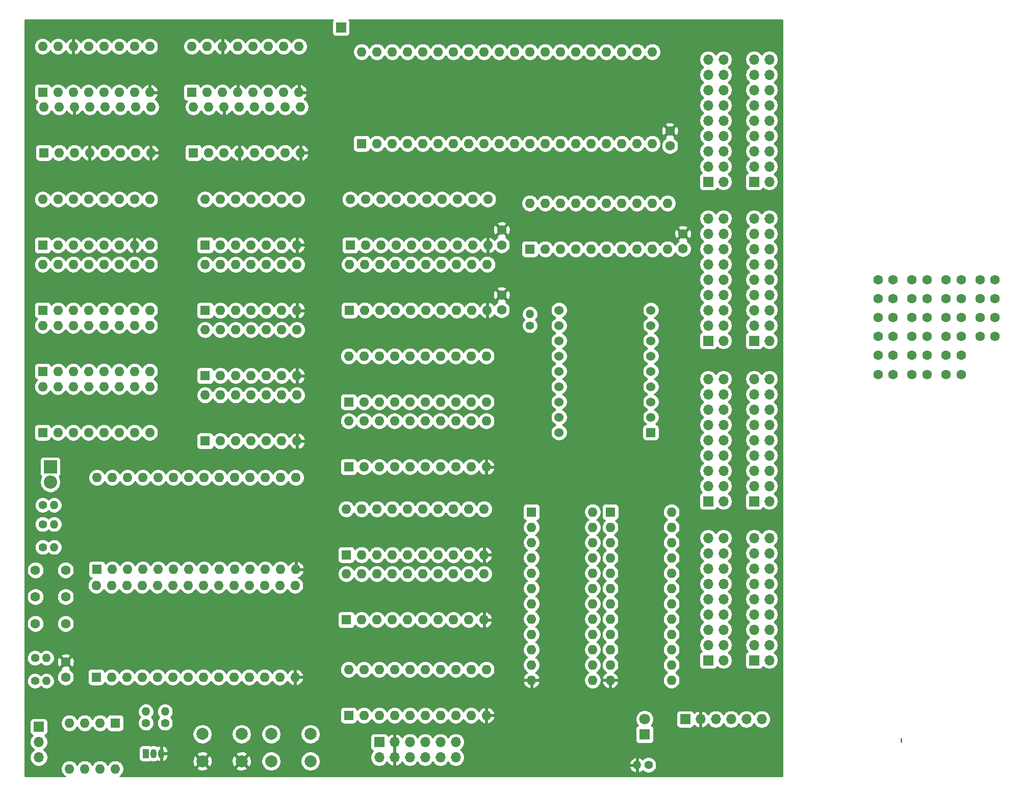
<source format=gbr>
G04 #@! TF.GenerationSoftware,KiCad,Pcbnew,(5.1.6-0-10_14)*
G04 #@! TF.CreationDate,2020-05-26T03:32:06-04:00*
G04 #@! TF.ProjectId,tom-1,746f6d2d-312e-46b6-9963-61645f706362,rev?*
G04 #@! TF.SameCoordinates,Original*
G04 #@! TF.FileFunction,Copper,L2,Bot*
G04 #@! TF.FilePolarity,Positive*
%FSLAX46Y46*%
G04 Gerber Fmt 4.6, Leading zero omitted, Abs format (unit mm)*
G04 Created by KiCad (PCBNEW (5.1.6-0-10_14)) date 2020-05-26 03:32:06*
%MOMM*%
%LPD*%
G01*
G04 APERTURE LIST*
G04 #@! TA.AperFunction,ComponentPad*
%ADD10O,1.400000X1.400000*%
G04 #@! TD*
G04 #@! TA.AperFunction,ComponentPad*
%ADD11C,1.400000*%
G04 #@! TD*
G04 #@! TA.AperFunction,ComponentPad*
%ADD12C,1.800000*%
G04 #@! TD*
G04 #@! TA.AperFunction,ComponentPad*
%ADD13R,1.800000X1.800000*%
G04 #@! TD*
G04 #@! TA.AperFunction,ComponentPad*
%ADD14O,1.600000X1.600000*%
G04 #@! TD*
G04 #@! TA.AperFunction,ComponentPad*
%ADD15R,1.600000X1.600000*%
G04 #@! TD*
G04 #@! TA.AperFunction,ComponentPad*
%ADD16C,2.000000*%
G04 #@! TD*
G04 #@! TA.AperFunction,ComponentPad*
%ADD17O,1.700000X1.700000*%
G04 #@! TD*
G04 #@! TA.AperFunction,ComponentPad*
%ADD18R,1.700000X1.700000*%
G04 #@! TD*
G04 #@! TA.AperFunction,ComponentPad*
%ADD19C,1.600000*%
G04 #@! TD*
G04 #@! TA.AperFunction,ComponentPad*
%ADD20O,2.200000X2.200000*%
G04 #@! TD*
G04 #@! TA.AperFunction,ComponentPad*
%ADD21R,2.200000X2.200000*%
G04 #@! TD*
G04 #@! TA.AperFunction,ComponentPad*
%ADD22C,1.524000*%
G04 #@! TD*
G04 #@! TA.AperFunction,ComponentPad*
%ADD23R,1.524000X1.524000*%
G04 #@! TD*
G04 #@! TA.AperFunction,ComponentPad*
%ADD24O,1.050000X1.500000*%
G04 #@! TD*
G04 #@! TA.AperFunction,ComponentPad*
%ADD25R,1.050000X1.500000*%
G04 #@! TD*
G04 #@! TA.AperFunction,Conductor*
%ADD26C,0.250000*%
G04 #@! TD*
G04 #@! TA.AperFunction,Conductor*
%ADD27C,0.254000*%
G04 #@! TD*
G04 APERTURE END LIST*
D10*
X123830000Y-143510000D03*
D11*
X125730000Y-143510000D03*
D12*
X125095000Y-135890000D03*
D13*
X125095000Y-138430000D03*
D14*
X106045000Y-50165000D03*
X128905000Y-57785000D03*
X108585000Y-50165000D03*
X126365000Y-57785000D03*
X111125000Y-50165000D03*
X123825000Y-57785000D03*
X113665000Y-50165000D03*
X121285000Y-57785000D03*
X116205000Y-50165000D03*
X118745000Y-57785000D03*
X118745000Y-50165000D03*
X116205000Y-57785000D03*
X121285000Y-50165000D03*
X113665000Y-57785000D03*
X123825000Y-50165000D03*
X111125000Y-57785000D03*
X126365000Y-50165000D03*
X108585000Y-57785000D03*
X128905000Y-50165000D03*
D15*
X106045000Y-57785000D03*
D16*
X51666000Y-142875000D03*
X51666000Y-138375000D03*
X58166000Y-142875000D03*
X58166000Y-138375000D03*
D10*
X25776000Y-125730000D03*
D11*
X23876000Y-125730000D03*
D10*
X25776000Y-129540000D03*
D11*
X23876000Y-129540000D03*
D17*
X144526000Y-135890000D03*
X141986000Y-135890000D03*
X139446000Y-135890000D03*
X136906000Y-135890000D03*
X134366000Y-135890000D03*
D18*
X131826000Y-135890000D03*
D19*
X131445000Y-55245000D03*
X131445000Y-57745000D03*
X183280000Y-72315000D03*
X180780000Y-72315000D03*
X177630000Y-78615000D03*
X175130000Y-78615000D03*
X129286000Y-38140000D03*
X129286000Y-40640000D03*
X177630000Y-75465000D03*
X175130000Y-75465000D03*
X101346000Y-65405000D03*
X101346000Y-67905000D03*
X183280000Y-69165000D03*
X180780000Y-69165000D03*
X177630000Y-72315000D03*
X175130000Y-72315000D03*
X171980000Y-78615000D03*
X169480000Y-78615000D03*
X101346000Y-54610000D03*
X101346000Y-57110000D03*
X171980000Y-75465000D03*
X169480000Y-75465000D03*
X183280000Y-66015000D03*
X180780000Y-66015000D03*
X177630000Y-69165000D03*
X175130000Y-69165000D03*
X171980000Y-72315000D03*
X169480000Y-72315000D03*
X166330000Y-78615000D03*
X163830000Y-78615000D03*
X183280000Y-62865000D03*
X180780000Y-62865000D03*
X166330000Y-75465000D03*
X163830000Y-75465000D03*
X177630000Y-66015000D03*
X175130000Y-66015000D03*
X171980000Y-69165000D03*
X169480000Y-69165000D03*
X166330000Y-72315000D03*
X163830000Y-72315000D03*
X177630000Y-62865000D03*
X175130000Y-62865000D03*
X171980000Y-66015000D03*
X169480000Y-66015000D03*
X166330000Y-69165000D03*
X163830000Y-69165000D03*
X171980000Y-62865000D03*
X169480000Y-62865000D03*
X166330000Y-66015000D03*
X163830000Y-66015000D03*
X166330000Y-62865000D03*
X163830000Y-62865000D03*
D14*
X75946000Y-127635000D03*
X98806000Y-135255000D03*
X78486000Y-127635000D03*
X96266000Y-135255000D03*
X81026000Y-127635000D03*
X93726000Y-135255000D03*
X83566000Y-127635000D03*
X91186000Y-135255000D03*
X86106000Y-127635000D03*
X88646000Y-135255000D03*
X88646000Y-127635000D03*
X86106000Y-135255000D03*
X91186000Y-127635000D03*
X83566000Y-135255000D03*
X93726000Y-127635000D03*
X81026000Y-135255000D03*
X96266000Y-127635000D03*
X78486000Y-135255000D03*
X98806000Y-127635000D03*
D15*
X75946000Y-135255000D03*
D14*
X78105000Y-25019000D03*
X126365000Y-40259000D03*
X80645000Y-25019000D03*
X123825000Y-40259000D03*
X83185000Y-25019000D03*
X121285000Y-40259000D03*
X85725000Y-25019000D03*
X118745000Y-40259000D03*
X88265000Y-25019000D03*
X116205000Y-40259000D03*
X90805000Y-25019000D03*
X113665000Y-40259000D03*
X93345000Y-25019000D03*
X111125000Y-40259000D03*
X95885000Y-25019000D03*
X108585000Y-40259000D03*
X98425000Y-25019000D03*
X106045000Y-40259000D03*
X100965000Y-25019000D03*
X103505000Y-40259000D03*
X103505000Y-25019000D03*
X100965000Y-40259000D03*
X106045000Y-25019000D03*
X98425000Y-40259000D03*
X108585000Y-25019000D03*
X95885000Y-40259000D03*
X111125000Y-25019000D03*
X93345000Y-40259000D03*
X113665000Y-25019000D03*
X90805000Y-40259000D03*
X116205000Y-25019000D03*
X88265000Y-40259000D03*
X118745000Y-25019000D03*
X85725000Y-40259000D03*
X121285000Y-25019000D03*
X83185000Y-40259000D03*
X123825000Y-25019000D03*
X80645000Y-40259000D03*
X126365000Y-25019000D03*
D15*
X78105000Y-40259000D03*
D14*
X75565000Y-111760000D03*
X98425000Y-119380000D03*
X78105000Y-111760000D03*
X95885000Y-119380000D03*
X80645000Y-111760000D03*
X93345000Y-119380000D03*
X83185000Y-111760000D03*
X90805000Y-119380000D03*
X85725000Y-111760000D03*
X88265000Y-119380000D03*
X88265000Y-111760000D03*
X85725000Y-119380000D03*
X90805000Y-111760000D03*
X83185000Y-119380000D03*
X93345000Y-111760000D03*
X80645000Y-119380000D03*
X95885000Y-111760000D03*
X78105000Y-119380000D03*
X98425000Y-111760000D03*
D15*
X75565000Y-119380000D03*
X75946000Y-83185000D03*
D14*
X98806000Y-75565000D03*
X78486000Y-83185000D03*
X96266000Y-75565000D03*
X81026000Y-83185000D03*
X93726000Y-75565000D03*
X83566000Y-83185000D03*
X91186000Y-75565000D03*
X86106000Y-83185000D03*
X88646000Y-75565000D03*
X88646000Y-83185000D03*
X86106000Y-75565000D03*
X91186000Y-83185000D03*
X83566000Y-75565000D03*
X93726000Y-83185000D03*
X81026000Y-75565000D03*
X96266000Y-83185000D03*
X78486000Y-75565000D03*
X98806000Y-83185000D03*
X75946000Y-75565000D03*
X75565000Y-100965000D03*
X98425000Y-108585000D03*
X78105000Y-100965000D03*
X95885000Y-108585000D03*
X80645000Y-100965000D03*
X93345000Y-108585000D03*
X83185000Y-100965000D03*
X90805000Y-108585000D03*
X85725000Y-100965000D03*
X88265000Y-108585000D03*
X88265000Y-100965000D03*
X85725000Y-108585000D03*
X90805000Y-100965000D03*
X83185000Y-108585000D03*
X93345000Y-100965000D03*
X80645000Y-108585000D03*
X95885000Y-100965000D03*
X78105000Y-108585000D03*
X98425000Y-100965000D03*
D15*
X75565000Y-108585000D03*
X75946000Y-93980000D03*
D14*
X98806000Y-86360000D03*
X78486000Y-93980000D03*
X96266000Y-86360000D03*
X81026000Y-93980000D03*
X93726000Y-86360000D03*
X83566000Y-93980000D03*
X91186000Y-86360000D03*
X86106000Y-93980000D03*
X88646000Y-86360000D03*
X88646000Y-93980000D03*
X86106000Y-86360000D03*
X91186000Y-93980000D03*
X83566000Y-86360000D03*
X93726000Y-93980000D03*
X81026000Y-86360000D03*
X96266000Y-93980000D03*
X78486000Y-86360000D03*
X98806000Y-93980000D03*
X75946000Y-86360000D03*
D17*
X24511000Y-142240000D03*
X24511000Y-139700000D03*
D18*
X24511000Y-137160000D03*
D16*
X63096000Y-142875000D03*
X63096000Y-138375000D03*
X69596000Y-142875000D03*
X69596000Y-138375000D03*
D17*
X138176000Y-52705000D03*
X135636000Y-52705000D03*
X138176000Y-55245000D03*
X135636000Y-55245000D03*
X138176000Y-57785000D03*
X135636000Y-57785000D03*
X138176000Y-60325000D03*
X135636000Y-60325000D03*
X138176000Y-62865000D03*
X135636000Y-62865000D03*
X138176000Y-65405000D03*
X135636000Y-65405000D03*
X138176000Y-67945000D03*
X135636000Y-67945000D03*
X138176000Y-70485000D03*
X135636000Y-70485000D03*
X138176000Y-73025000D03*
D18*
X135636000Y-73025000D03*
D17*
X138176000Y-26289000D03*
X135636000Y-26289000D03*
X138176000Y-28829000D03*
X135636000Y-28829000D03*
X138176000Y-31369000D03*
X135636000Y-31369000D03*
X138176000Y-33909000D03*
X135636000Y-33909000D03*
X138176000Y-36449000D03*
X135636000Y-36449000D03*
X138176000Y-38989000D03*
X135636000Y-38989000D03*
X138176000Y-41529000D03*
X135636000Y-41529000D03*
X138176000Y-44069000D03*
X135636000Y-44069000D03*
X138176000Y-46609000D03*
D18*
X135636000Y-46609000D03*
D17*
X145796000Y-79375000D03*
X143256000Y-79375000D03*
X145796000Y-81915000D03*
X143256000Y-81915000D03*
X145796000Y-84455000D03*
X143256000Y-84455000D03*
X145796000Y-86995000D03*
X143256000Y-86995000D03*
X145796000Y-89535000D03*
X143256000Y-89535000D03*
X145796000Y-92075000D03*
X143256000Y-92075000D03*
X145796000Y-94615000D03*
X143256000Y-94615000D03*
X145796000Y-97155000D03*
X143256000Y-97155000D03*
X145796000Y-99695000D03*
D18*
X143256000Y-99695000D03*
D17*
X145796000Y-52705000D03*
X143256000Y-52705000D03*
X145796000Y-55245000D03*
X143256000Y-55245000D03*
X145796000Y-57785000D03*
X143256000Y-57785000D03*
X145796000Y-60325000D03*
X143256000Y-60325000D03*
X145796000Y-62865000D03*
X143256000Y-62865000D03*
X145796000Y-65405000D03*
X143256000Y-65405000D03*
X145796000Y-67945000D03*
X143256000Y-67945000D03*
X145796000Y-70485000D03*
X143256000Y-70485000D03*
X145796000Y-73025000D03*
D18*
X143256000Y-73025000D03*
D14*
X25336500Y-34163000D03*
X43116500Y-41783000D03*
X27876500Y-34163000D03*
X40576500Y-41783000D03*
X30416500Y-34163000D03*
X38036500Y-41783000D03*
X32956500Y-34163000D03*
X35496500Y-41783000D03*
X35496500Y-34163000D03*
X32956500Y-41783000D03*
X38036500Y-34163000D03*
X30416500Y-41783000D03*
X40576500Y-34163000D03*
X27876500Y-41783000D03*
X43116500Y-34163000D03*
D15*
X25336500Y-41783000D03*
D14*
X50165000Y-34163000D03*
X67945000Y-41783000D03*
X52705000Y-34163000D03*
X65405000Y-41783000D03*
X55245000Y-34163000D03*
X62865000Y-41783000D03*
X57785000Y-34163000D03*
X60325000Y-41783000D03*
X60325000Y-34163000D03*
X57785000Y-41783000D03*
X62865000Y-34163000D03*
X55245000Y-41783000D03*
X65405000Y-34163000D03*
X52705000Y-41783000D03*
X67945000Y-34163000D03*
D15*
X50165000Y-41783000D03*
X25146000Y-31750000D03*
D14*
X42926000Y-24130000D03*
X27686000Y-31750000D03*
X40386000Y-24130000D03*
X30226000Y-31750000D03*
X37846000Y-24130000D03*
X32766000Y-31750000D03*
X35306000Y-24130000D03*
X35306000Y-31750000D03*
X32766000Y-24130000D03*
X37846000Y-31750000D03*
X30226000Y-24130000D03*
X40386000Y-31750000D03*
X27686000Y-24130000D03*
X42926000Y-31750000D03*
X25146000Y-24130000D03*
X116459000Y-101473000D03*
X106299000Y-129413000D03*
X116459000Y-104013000D03*
X106299000Y-126873000D03*
X116459000Y-106553000D03*
X106299000Y-124333000D03*
X116459000Y-109093000D03*
X106299000Y-121793000D03*
X116459000Y-111633000D03*
X106299000Y-119253000D03*
X116459000Y-114173000D03*
X106299000Y-116713000D03*
X116459000Y-116713000D03*
X106299000Y-114173000D03*
X116459000Y-119253000D03*
X106299000Y-111633000D03*
X116459000Y-121793000D03*
X106299000Y-109093000D03*
X116459000Y-124333000D03*
X106299000Y-106553000D03*
X116459000Y-126873000D03*
X106299000Y-104013000D03*
X116459000Y-129413000D03*
D15*
X106299000Y-101473000D03*
D14*
X129540000Y-101473000D03*
X119380000Y-129413000D03*
X129540000Y-104013000D03*
X119380000Y-126873000D03*
X129540000Y-106553000D03*
X119380000Y-124333000D03*
X129540000Y-109093000D03*
X119380000Y-121793000D03*
X129540000Y-111633000D03*
X119380000Y-119253000D03*
X129540000Y-114173000D03*
X119380000Y-116713000D03*
X129540000Y-116713000D03*
X119380000Y-114173000D03*
X129540000Y-119253000D03*
X119380000Y-111633000D03*
X129540000Y-121793000D03*
X119380000Y-109093000D03*
X129540000Y-124333000D03*
X119380000Y-106553000D03*
X129540000Y-126873000D03*
X119380000Y-104013000D03*
X129540000Y-129413000D03*
D15*
X119380000Y-101473000D03*
D17*
X138176000Y-105791000D03*
X135636000Y-105791000D03*
X138176000Y-108331000D03*
X135636000Y-108331000D03*
X138176000Y-110871000D03*
X135636000Y-110871000D03*
X138176000Y-113411000D03*
X135636000Y-113411000D03*
X138176000Y-115951000D03*
X135636000Y-115951000D03*
X138176000Y-118491000D03*
X135636000Y-118491000D03*
X138176000Y-121031000D03*
X135636000Y-121031000D03*
X138176000Y-123571000D03*
X135636000Y-123571000D03*
X138176000Y-126111000D03*
D18*
X135636000Y-126111000D03*
D17*
X145796000Y-105791000D03*
X143256000Y-105791000D03*
X145796000Y-108331000D03*
X143256000Y-108331000D03*
X145796000Y-110871000D03*
X143256000Y-110871000D03*
X145796000Y-113411000D03*
X143256000Y-113411000D03*
X145796000Y-115951000D03*
X143256000Y-115951000D03*
X145796000Y-118491000D03*
X143256000Y-118491000D03*
X145796000Y-121031000D03*
X143256000Y-121031000D03*
X145796000Y-123571000D03*
X143256000Y-123571000D03*
X145796000Y-126111000D03*
D18*
X143256000Y-126111000D03*
D17*
X138176000Y-79375000D03*
X135636000Y-79375000D03*
X138176000Y-81915000D03*
X135636000Y-81915000D03*
X138176000Y-84455000D03*
X135636000Y-84455000D03*
X138176000Y-86995000D03*
X135636000Y-86995000D03*
X138176000Y-89535000D03*
X135636000Y-89535000D03*
X138176000Y-92075000D03*
X135636000Y-92075000D03*
X138176000Y-94615000D03*
X135636000Y-94615000D03*
X138176000Y-97155000D03*
X135636000Y-97155000D03*
X138176000Y-99695000D03*
D18*
X135636000Y-99695000D03*
D15*
X25146000Y-88265000D03*
D14*
X42926000Y-80645000D03*
X27686000Y-88265000D03*
X40386000Y-80645000D03*
X30226000Y-88265000D03*
X37846000Y-80645000D03*
X32766000Y-88265000D03*
X35306000Y-80645000D03*
X35306000Y-88265000D03*
X32766000Y-80645000D03*
X37846000Y-88265000D03*
X30226000Y-80645000D03*
X40386000Y-88265000D03*
X27686000Y-80645000D03*
X42926000Y-88265000D03*
X25146000Y-80645000D03*
D15*
X76104000Y-67945000D03*
D14*
X98964000Y-60325000D03*
X78644000Y-67945000D03*
X96424000Y-60325000D03*
X81184000Y-67945000D03*
X93884000Y-60325000D03*
X83724000Y-67945000D03*
X91344000Y-60325000D03*
X86264000Y-67945000D03*
X88804000Y-60325000D03*
X88804000Y-67945000D03*
X86264000Y-60325000D03*
X91344000Y-67945000D03*
X83724000Y-60325000D03*
X93884000Y-67945000D03*
X81184000Y-60325000D03*
X96424000Y-67945000D03*
X78644000Y-60325000D03*
X98964000Y-67945000D03*
X76104000Y-60325000D03*
X76200000Y-49530000D03*
X99060000Y-57150000D03*
X78740000Y-49530000D03*
X96520000Y-57150000D03*
X81280000Y-49530000D03*
X93980000Y-57150000D03*
X83820000Y-49530000D03*
X91440000Y-57150000D03*
X86360000Y-49530000D03*
X88900000Y-57150000D03*
X88900000Y-49530000D03*
X86360000Y-57150000D03*
X91440000Y-49530000D03*
X83820000Y-57150000D03*
X93980000Y-49530000D03*
X81280000Y-57150000D03*
X96520000Y-49530000D03*
X78740000Y-57150000D03*
X99060000Y-49530000D03*
D15*
X76200000Y-57150000D03*
X25146000Y-57150000D03*
D14*
X42926000Y-49530000D03*
X27686000Y-57150000D03*
X40386000Y-49530000D03*
X30226000Y-57150000D03*
X37846000Y-49530000D03*
X32766000Y-57150000D03*
X35306000Y-49530000D03*
X35306000Y-57150000D03*
X32766000Y-49530000D03*
X37846000Y-57150000D03*
X30226000Y-49530000D03*
X40386000Y-57150000D03*
X27686000Y-49530000D03*
X42926000Y-57150000D03*
X25146000Y-49530000D03*
D15*
X25146000Y-67945000D03*
D14*
X42926000Y-60325000D03*
X27686000Y-67945000D03*
X40386000Y-60325000D03*
X30226000Y-67945000D03*
X37846000Y-60325000D03*
X32766000Y-67945000D03*
X35306000Y-60325000D03*
X35306000Y-67945000D03*
X32766000Y-60325000D03*
X37846000Y-67945000D03*
X30226000Y-60325000D03*
X40386000Y-67945000D03*
X27686000Y-60325000D03*
X42926000Y-67945000D03*
X25146000Y-60325000D03*
D15*
X25146000Y-78105000D03*
D14*
X42926000Y-70485000D03*
X27686000Y-78105000D03*
X40386000Y-70485000D03*
X30226000Y-78105000D03*
X37846000Y-70485000D03*
X32766000Y-78105000D03*
X35306000Y-70485000D03*
X35306000Y-78105000D03*
X32766000Y-70485000D03*
X37846000Y-78105000D03*
X30226000Y-70485000D03*
X40386000Y-78105000D03*
X27686000Y-70485000D03*
X42926000Y-78105000D03*
X25146000Y-70485000D03*
X49911000Y-24130000D03*
X67691000Y-31750000D03*
X52451000Y-24130000D03*
X65151000Y-31750000D03*
X54991000Y-24130000D03*
X62611000Y-31750000D03*
X57531000Y-24130000D03*
X60071000Y-31750000D03*
X60071000Y-24130000D03*
X57531000Y-31750000D03*
X62611000Y-24130000D03*
X54991000Y-31750000D03*
X65151000Y-24130000D03*
X52451000Y-31750000D03*
X67691000Y-24130000D03*
D15*
X49911000Y-31750000D03*
D17*
X145796000Y-26289000D03*
X143256000Y-26289000D03*
X145796000Y-28829000D03*
X143256000Y-28829000D03*
X145796000Y-31369000D03*
X143256000Y-31369000D03*
X145796000Y-33909000D03*
X143256000Y-33909000D03*
X145796000Y-36449000D03*
X143256000Y-36449000D03*
X145796000Y-38989000D03*
X143256000Y-38989000D03*
X145796000Y-41529000D03*
X143256000Y-41529000D03*
X145796000Y-44069000D03*
X143256000Y-44069000D03*
X145796000Y-46609000D03*
D18*
X143256000Y-46609000D03*
D10*
X27046000Y-103505000D03*
D11*
X25146000Y-103505000D03*
D10*
X27051000Y-107315000D03*
D11*
X25151000Y-107315000D03*
D10*
X27046000Y-100330000D03*
D11*
X25146000Y-100330000D03*
D10*
X106045000Y-68590000D03*
D11*
X106045000Y-70490000D03*
D19*
X23956000Y-111125000D03*
X28956000Y-111125000D03*
X23956000Y-120015000D03*
X28956000Y-120015000D03*
X23956000Y-115570000D03*
X28956000Y-115570000D03*
D14*
X34163000Y-95758000D03*
X67183000Y-110998000D03*
X36703000Y-95758000D03*
X64643000Y-110998000D03*
X39243000Y-95758000D03*
X62103000Y-110998000D03*
X41783000Y-95758000D03*
X59563000Y-110998000D03*
X44323000Y-95758000D03*
X57023000Y-110998000D03*
X46863000Y-95758000D03*
X54483000Y-110998000D03*
X49403000Y-95758000D03*
X51943000Y-110998000D03*
X51943000Y-95758000D03*
X49403000Y-110998000D03*
X54483000Y-95758000D03*
X46863000Y-110998000D03*
X57023000Y-95758000D03*
X44323000Y-110998000D03*
X59563000Y-95758000D03*
X41783000Y-110998000D03*
X62103000Y-95758000D03*
X39243000Y-110998000D03*
X64643000Y-95758000D03*
X36703000Y-110998000D03*
X67183000Y-95758000D03*
D15*
X34163000Y-110998000D03*
X37211000Y-136525000D03*
D14*
X29591000Y-144145000D03*
X34671000Y-136525000D03*
X32131000Y-144145000D03*
X32131000Y-136525000D03*
X34671000Y-144145000D03*
X29591000Y-136525000D03*
X37211000Y-144145000D03*
D20*
X26416000Y-96520000D03*
D21*
X26416000Y-93980000D03*
D15*
X34036000Y-128905000D03*
D14*
X67056000Y-113665000D03*
X36576000Y-128905000D03*
X64516000Y-113665000D03*
X39116000Y-128905000D03*
X61976000Y-113665000D03*
X41656000Y-128905000D03*
X59436000Y-113665000D03*
X44196000Y-128905000D03*
X56896000Y-113665000D03*
X46736000Y-128905000D03*
X54356000Y-113665000D03*
X49276000Y-128905000D03*
X51816000Y-113665000D03*
X51816000Y-128905000D03*
X49276000Y-113665000D03*
X54356000Y-128905000D03*
X46736000Y-113665000D03*
X56896000Y-128905000D03*
X44196000Y-113665000D03*
X59436000Y-128905000D03*
X41656000Y-113665000D03*
X61976000Y-128905000D03*
X39116000Y-113665000D03*
X64516000Y-128905000D03*
X36576000Y-113665000D03*
X67056000Y-128905000D03*
X34036000Y-113665000D03*
D22*
X110871000Y-88265000D03*
X110871000Y-85725000D03*
X110871000Y-83185000D03*
X110871000Y-80645000D03*
X110871000Y-78105000D03*
X110871000Y-75565000D03*
X110871000Y-73025000D03*
X110871000Y-70485000D03*
X110871000Y-67945000D03*
X126111000Y-67945000D03*
X126111000Y-70485000D03*
X126111000Y-73025000D03*
X126111000Y-75565000D03*
X126111000Y-78105000D03*
X126111000Y-80645000D03*
X126111000Y-83185000D03*
X126111000Y-85725000D03*
D23*
X126111000Y-88265000D03*
D18*
X81026000Y-139700000D03*
D17*
X81026000Y-142240000D03*
X83566000Y-139700000D03*
X83566000Y-142240000D03*
X86106000Y-139700000D03*
X86106000Y-142240000D03*
X88646000Y-139700000D03*
X88646000Y-142240000D03*
X91186000Y-139700000D03*
X91186000Y-142240000D03*
X93726000Y-139700000D03*
X93726000Y-142240000D03*
D18*
X74676000Y-20955000D03*
D24*
X43561000Y-141605000D03*
X44831000Y-141605000D03*
D25*
X42291000Y-141605000D03*
D10*
X42291000Y-134620000D03*
D11*
X42291000Y-136520000D03*
X45466000Y-136525000D03*
D10*
X45466000Y-134625000D03*
D15*
X52121001Y-89679999D03*
D14*
X67361001Y-82059999D03*
X54661001Y-89679999D03*
X64821001Y-82059999D03*
X57201001Y-89679999D03*
X62281001Y-82059999D03*
X59741001Y-89679999D03*
X59741001Y-82059999D03*
X62281001Y-89679999D03*
X57201001Y-82059999D03*
X64821001Y-89679999D03*
X54661001Y-82059999D03*
X67361001Y-89679999D03*
X52121001Y-82059999D03*
X52121001Y-71209999D03*
X67361001Y-78829999D03*
X54661001Y-71209999D03*
X64821001Y-78829999D03*
X57201001Y-71209999D03*
X62281001Y-78829999D03*
X59741001Y-71209999D03*
X59741001Y-78829999D03*
X62281001Y-71209999D03*
X57201001Y-78829999D03*
X64821001Y-71209999D03*
X54661001Y-78829999D03*
X67361001Y-71209999D03*
D15*
X52121001Y-78829999D03*
X52121001Y-67979999D03*
D14*
X67361001Y-60359999D03*
X54661001Y-67979999D03*
X64821001Y-60359999D03*
X57201001Y-67979999D03*
X62281001Y-60359999D03*
X59741001Y-67979999D03*
X59741001Y-60359999D03*
X62281001Y-67979999D03*
X57201001Y-60359999D03*
X64821001Y-67979999D03*
X54661001Y-60359999D03*
X67361001Y-67979999D03*
X52121001Y-60359999D03*
X52121001Y-49509999D03*
X67361001Y-57129999D03*
X54661001Y-49509999D03*
X64821001Y-57129999D03*
X57201001Y-49509999D03*
X62281001Y-57129999D03*
X59741001Y-49509999D03*
X59741001Y-57129999D03*
X62281001Y-49509999D03*
X57201001Y-57129999D03*
X64821001Y-49509999D03*
X54661001Y-57129999D03*
X67361001Y-49509999D03*
D15*
X52121001Y-57129999D03*
D19*
X28956000Y-128905000D03*
X28956000Y-126405000D03*
D26*
X167640000Y-139700000D02*
X167640000Y-139065000D01*
D27*
G36*
X73295463Y-19750506D02*
G01*
X73236498Y-19860820D01*
X73200188Y-19980518D01*
X73187928Y-20105000D01*
X73187928Y-21805000D01*
X73200188Y-21929482D01*
X73236498Y-22049180D01*
X73295463Y-22159494D01*
X73374815Y-22256185D01*
X73471506Y-22335537D01*
X73581820Y-22394502D01*
X73701518Y-22430812D01*
X73826000Y-22443072D01*
X75526000Y-22443072D01*
X75650482Y-22430812D01*
X75770180Y-22394502D01*
X75880494Y-22335537D01*
X75977185Y-22256185D01*
X76056537Y-22159494D01*
X76115502Y-22049180D01*
X76151812Y-21929482D01*
X76164072Y-21805000D01*
X76164072Y-20105000D01*
X76151812Y-19980518D01*
X76115502Y-19860820D01*
X76056537Y-19750506D01*
X76023295Y-19710000D01*
X147930000Y-19710000D01*
X147930001Y-145390000D01*
X37930657Y-145390000D01*
X38125759Y-145259637D01*
X38325637Y-145059759D01*
X38482680Y-144824727D01*
X38590853Y-144563574D01*
X38646000Y-144286335D01*
X38646000Y-144010413D01*
X50710192Y-144010413D01*
X50805956Y-144274814D01*
X51095571Y-144415704D01*
X51407108Y-144497384D01*
X51728595Y-144516718D01*
X52047675Y-144472961D01*
X52352088Y-144367795D01*
X52526044Y-144274814D01*
X52621808Y-144010413D01*
X57210192Y-144010413D01*
X57305956Y-144274814D01*
X57595571Y-144415704D01*
X57907108Y-144497384D01*
X58228595Y-144516718D01*
X58547675Y-144472961D01*
X58852088Y-144367795D01*
X59026044Y-144274814D01*
X59121808Y-144010413D01*
X58166000Y-143054605D01*
X57210192Y-144010413D01*
X52621808Y-144010413D01*
X51666000Y-143054605D01*
X50710192Y-144010413D01*
X38646000Y-144010413D01*
X38646000Y-144003665D01*
X38590853Y-143726426D01*
X38482680Y-143465273D01*
X38325637Y-143230241D01*
X38125759Y-143030363D01*
X37890727Y-142873320D01*
X37629574Y-142765147D01*
X37352335Y-142710000D01*
X37069665Y-142710000D01*
X36792426Y-142765147D01*
X36531273Y-142873320D01*
X36296241Y-143030363D01*
X36096363Y-143230241D01*
X35941000Y-143462759D01*
X35785637Y-143230241D01*
X35585759Y-143030363D01*
X35350727Y-142873320D01*
X35089574Y-142765147D01*
X34812335Y-142710000D01*
X34529665Y-142710000D01*
X34252426Y-142765147D01*
X33991273Y-142873320D01*
X33756241Y-143030363D01*
X33556363Y-143230241D01*
X33401000Y-143462759D01*
X33245637Y-143230241D01*
X33045759Y-143030363D01*
X32810727Y-142873320D01*
X32549574Y-142765147D01*
X32272335Y-142710000D01*
X31989665Y-142710000D01*
X31712426Y-142765147D01*
X31451273Y-142873320D01*
X31216241Y-143030363D01*
X31016363Y-143230241D01*
X30861000Y-143462759D01*
X30705637Y-143230241D01*
X30505759Y-143030363D01*
X30270727Y-142873320D01*
X30009574Y-142765147D01*
X29732335Y-142710000D01*
X29449665Y-142710000D01*
X29172426Y-142765147D01*
X28911273Y-142873320D01*
X28676241Y-143030363D01*
X28476363Y-143230241D01*
X28319320Y-143465273D01*
X28211147Y-143726426D01*
X28156000Y-144003665D01*
X28156000Y-144286335D01*
X28211147Y-144563574D01*
X28319320Y-144824727D01*
X28476363Y-145059759D01*
X28676241Y-145259637D01*
X28871343Y-145390000D01*
X22250000Y-145390000D01*
X22250000Y-136310000D01*
X23022928Y-136310000D01*
X23022928Y-138010000D01*
X23035188Y-138134482D01*
X23071498Y-138254180D01*
X23130463Y-138364494D01*
X23209815Y-138461185D01*
X23306506Y-138540537D01*
X23416820Y-138599502D01*
X23489380Y-138621513D01*
X23357525Y-138753368D01*
X23195010Y-138996589D01*
X23083068Y-139266842D01*
X23026000Y-139553740D01*
X23026000Y-139846260D01*
X23083068Y-140133158D01*
X23195010Y-140403411D01*
X23357525Y-140646632D01*
X23564368Y-140853475D01*
X23738760Y-140970000D01*
X23564368Y-141086525D01*
X23357525Y-141293368D01*
X23195010Y-141536589D01*
X23083068Y-141806842D01*
X23026000Y-142093740D01*
X23026000Y-142386260D01*
X23083068Y-142673158D01*
X23195010Y-142943411D01*
X23357525Y-143186632D01*
X23564368Y-143393475D01*
X23807589Y-143555990D01*
X24077842Y-143667932D01*
X24364740Y-143725000D01*
X24657260Y-143725000D01*
X24944158Y-143667932D01*
X25214411Y-143555990D01*
X25457632Y-143393475D01*
X25664475Y-143186632D01*
X25826990Y-142943411D01*
X25938932Y-142673158D01*
X25996000Y-142386260D01*
X25996000Y-142093740D01*
X25938932Y-141806842D01*
X25826990Y-141536589D01*
X25664475Y-141293368D01*
X25457632Y-141086525D01*
X25283240Y-140970000D01*
X25455349Y-140855000D01*
X41127928Y-140855000D01*
X41127928Y-142355000D01*
X41140188Y-142479482D01*
X41176498Y-142599180D01*
X41235463Y-142709494D01*
X41314815Y-142806185D01*
X41411506Y-142885537D01*
X41521820Y-142944502D01*
X41641518Y-142980812D01*
X41766000Y-142993072D01*
X42816000Y-142993072D01*
X42940482Y-142980812D01*
X43060180Y-142944502D01*
X43124902Y-142909907D01*
X43333601Y-142973215D01*
X43561000Y-142995612D01*
X43788400Y-142973215D01*
X44007060Y-142906885D01*
X44195669Y-142806071D01*
X44254118Y-142847275D01*
X44463663Y-142940272D01*
X44525190Y-142948964D01*
X44704000Y-142823163D01*
X44704000Y-142058108D01*
X44704215Y-142057399D01*
X44721000Y-141886978D01*
X44721000Y-141732000D01*
X44958000Y-141732000D01*
X44958000Y-142823163D01*
X45136810Y-142948964D01*
X45198337Y-142940272D01*
X45204368Y-142937595D01*
X50024282Y-142937595D01*
X50068039Y-143256675D01*
X50173205Y-143561088D01*
X50266186Y-143735044D01*
X50530587Y-143830808D01*
X51486395Y-142875000D01*
X51845605Y-142875000D01*
X52801413Y-143830808D01*
X53065814Y-143735044D01*
X53206704Y-143445429D01*
X53288384Y-143133892D01*
X53300189Y-142937595D01*
X56524282Y-142937595D01*
X56568039Y-143256675D01*
X56673205Y-143561088D01*
X56766186Y-143735044D01*
X57030587Y-143830808D01*
X57986395Y-142875000D01*
X58345605Y-142875000D01*
X59301413Y-143830808D01*
X59565814Y-143735044D01*
X59706704Y-143445429D01*
X59788384Y-143133892D01*
X59807718Y-142812405D01*
X59794219Y-142713967D01*
X61461000Y-142713967D01*
X61461000Y-143036033D01*
X61523832Y-143351912D01*
X61647082Y-143649463D01*
X61826013Y-143917252D01*
X62053748Y-144144987D01*
X62321537Y-144323918D01*
X62619088Y-144447168D01*
X62934967Y-144510000D01*
X63257033Y-144510000D01*
X63572912Y-144447168D01*
X63870463Y-144323918D01*
X64138252Y-144144987D01*
X64365987Y-143917252D01*
X64544918Y-143649463D01*
X64668168Y-143351912D01*
X64731000Y-143036033D01*
X64731000Y-142713967D01*
X67961000Y-142713967D01*
X67961000Y-143036033D01*
X68023832Y-143351912D01*
X68147082Y-143649463D01*
X68326013Y-143917252D01*
X68553748Y-144144987D01*
X68821537Y-144323918D01*
X69119088Y-144447168D01*
X69434967Y-144510000D01*
X69757033Y-144510000D01*
X70072912Y-144447168D01*
X70370463Y-144323918D01*
X70638252Y-144144987D01*
X70865987Y-143917252D01*
X70915380Y-143843329D01*
X122537284Y-143843329D01*
X122569953Y-143951044D01*
X122680208Y-144188392D01*
X122834649Y-144399670D01*
X123027340Y-144576759D01*
X123250877Y-144712853D01*
X123496670Y-144802722D01*
X123703000Y-144680201D01*
X123703000Y-143637000D01*
X122660626Y-143637000D01*
X122537284Y-143843329D01*
X70915380Y-143843329D01*
X71044918Y-143649463D01*
X71168168Y-143351912D01*
X71231000Y-143036033D01*
X71231000Y-142713967D01*
X71168168Y-142398088D01*
X71044918Y-142100537D01*
X70865987Y-141832748D01*
X70638252Y-141605013D01*
X70370463Y-141426082D01*
X70072912Y-141302832D01*
X69757033Y-141240000D01*
X69434967Y-141240000D01*
X69119088Y-141302832D01*
X68821537Y-141426082D01*
X68553748Y-141605013D01*
X68326013Y-141832748D01*
X68147082Y-142100537D01*
X68023832Y-142398088D01*
X67961000Y-142713967D01*
X64731000Y-142713967D01*
X64668168Y-142398088D01*
X64544918Y-142100537D01*
X64365987Y-141832748D01*
X64138252Y-141605013D01*
X63870463Y-141426082D01*
X63572912Y-141302832D01*
X63257033Y-141240000D01*
X62934967Y-141240000D01*
X62619088Y-141302832D01*
X62321537Y-141426082D01*
X62053748Y-141605013D01*
X61826013Y-141832748D01*
X61647082Y-142100537D01*
X61523832Y-142398088D01*
X61461000Y-142713967D01*
X59794219Y-142713967D01*
X59763961Y-142493325D01*
X59658795Y-142188912D01*
X59565814Y-142014956D01*
X59301413Y-141919192D01*
X58345605Y-142875000D01*
X57986395Y-142875000D01*
X57030587Y-141919192D01*
X56766186Y-142014956D01*
X56625296Y-142304571D01*
X56543616Y-142616108D01*
X56524282Y-142937595D01*
X53300189Y-142937595D01*
X53307718Y-142812405D01*
X53263961Y-142493325D01*
X53158795Y-142188912D01*
X53065814Y-142014956D01*
X52801413Y-141919192D01*
X51845605Y-142875000D01*
X51486395Y-142875000D01*
X50530587Y-141919192D01*
X50266186Y-142014956D01*
X50125296Y-142304571D01*
X50043616Y-142616108D01*
X50024282Y-142937595D01*
X45204368Y-142937595D01*
X45407882Y-142847275D01*
X45595258Y-142715184D01*
X45753264Y-142549076D01*
X45875828Y-142355334D01*
X45958239Y-142141404D01*
X45997331Y-141915507D01*
X45844203Y-141739587D01*
X50710192Y-141739587D01*
X51666000Y-142695395D01*
X52621808Y-141739587D01*
X57210192Y-141739587D01*
X58166000Y-142695395D01*
X59121808Y-141739587D01*
X59026044Y-141475186D01*
X58736429Y-141334296D01*
X58424892Y-141252616D01*
X58103405Y-141233282D01*
X57784325Y-141277039D01*
X57479912Y-141382205D01*
X57305956Y-141475186D01*
X57210192Y-141739587D01*
X52621808Y-141739587D01*
X52526044Y-141475186D01*
X52236429Y-141334296D01*
X51924892Y-141252616D01*
X51603405Y-141233282D01*
X51284325Y-141277039D01*
X50979912Y-141382205D01*
X50805956Y-141475186D01*
X50710192Y-141739587D01*
X45844203Y-141739587D01*
X45837598Y-141732000D01*
X44958000Y-141732000D01*
X44721000Y-141732000D01*
X44721000Y-141323021D01*
X44704215Y-141152600D01*
X44704000Y-141151891D01*
X44704000Y-140386837D01*
X44958000Y-140386837D01*
X44958000Y-141478000D01*
X45837598Y-141478000D01*
X45997331Y-141294493D01*
X45958239Y-141068596D01*
X45875828Y-140854666D01*
X45753264Y-140660924D01*
X45595258Y-140494816D01*
X45407882Y-140362725D01*
X45198337Y-140269728D01*
X45136810Y-140261036D01*
X44958000Y-140386837D01*
X44704000Y-140386837D01*
X44525190Y-140261036D01*
X44463663Y-140269728D01*
X44254118Y-140362725D01*
X44195669Y-140403929D01*
X44007059Y-140303115D01*
X43788399Y-140236785D01*
X43561000Y-140214388D01*
X43333600Y-140236785D01*
X43124902Y-140300093D01*
X43060180Y-140265498D01*
X42940482Y-140229188D01*
X42816000Y-140216928D01*
X41766000Y-140216928D01*
X41641518Y-140229188D01*
X41521820Y-140265498D01*
X41411506Y-140324463D01*
X41314815Y-140403815D01*
X41235463Y-140500506D01*
X41176498Y-140610820D01*
X41140188Y-140730518D01*
X41127928Y-140855000D01*
X25455349Y-140855000D01*
X25457632Y-140853475D01*
X25664475Y-140646632D01*
X25826990Y-140403411D01*
X25938932Y-140133158D01*
X25996000Y-139846260D01*
X25996000Y-139553740D01*
X25938932Y-139266842D01*
X25826990Y-138996589D01*
X25664475Y-138753368D01*
X25532620Y-138621513D01*
X25605180Y-138599502D01*
X25715494Y-138540537D01*
X25812185Y-138461185D01*
X25891537Y-138364494D01*
X25950502Y-138254180D01*
X25962700Y-138213967D01*
X50031000Y-138213967D01*
X50031000Y-138536033D01*
X50093832Y-138851912D01*
X50217082Y-139149463D01*
X50396013Y-139417252D01*
X50623748Y-139644987D01*
X50891537Y-139823918D01*
X51189088Y-139947168D01*
X51504967Y-140010000D01*
X51827033Y-140010000D01*
X52142912Y-139947168D01*
X52440463Y-139823918D01*
X52708252Y-139644987D01*
X52935987Y-139417252D01*
X53114918Y-139149463D01*
X53238168Y-138851912D01*
X53301000Y-138536033D01*
X53301000Y-138213967D01*
X56531000Y-138213967D01*
X56531000Y-138536033D01*
X56593832Y-138851912D01*
X56717082Y-139149463D01*
X56896013Y-139417252D01*
X57123748Y-139644987D01*
X57391537Y-139823918D01*
X57689088Y-139947168D01*
X58004967Y-140010000D01*
X58327033Y-140010000D01*
X58642912Y-139947168D01*
X58940463Y-139823918D01*
X59208252Y-139644987D01*
X59435987Y-139417252D01*
X59614918Y-139149463D01*
X59738168Y-138851912D01*
X59801000Y-138536033D01*
X59801000Y-138213967D01*
X61461000Y-138213967D01*
X61461000Y-138536033D01*
X61523832Y-138851912D01*
X61647082Y-139149463D01*
X61826013Y-139417252D01*
X62053748Y-139644987D01*
X62321537Y-139823918D01*
X62619088Y-139947168D01*
X62934967Y-140010000D01*
X63257033Y-140010000D01*
X63572912Y-139947168D01*
X63870463Y-139823918D01*
X64138252Y-139644987D01*
X64365987Y-139417252D01*
X64544918Y-139149463D01*
X64668168Y-138851912D01*
X64731000Y-138536033D01*
X64731000Y-138213967D01*
X67961000Y-138213967D01*
X67961000Y-138536033D01*
X68023832Y-138851912D01*
X68147082Y-139149463D01*
X68326013Y-139417252D01*
X68553748Y-139644987D01*
X68821537Y-139823918D01*
X69119088Y-139947168D01*
X69434967Y-140010000D01*
X69757033Y-140010000D01*
X70072912Y-139947168D01*
X70370463Y-139823918D01*
X70638252Y-139644987D01*
X70865987Y-139417252D01*
X71044918Y-139149463D01*
X71168168Y-138851912D01*
X71168548Y-138850000D01*
X79537928Y-138850000D01*
X79537928Y-140550000D01*
X79550188Y-140674482D01*
X79586498Y-140794180D01*
X79645463Y-140904494D01*
X79724815Y-141001185D01*
X79821506Y-141080537D01*
X79931820Y-141139502D01*
X80004380Y-141161513D01*
X79872525Y-141293368D01*
X79710010Y-141536589D01*
X79598068Y-141806842D01*
X79541000Y-142093740D01*
X79541000Y-142386260D01*
X79598068Y-142673158D01*
X79710010Y-142943411D01*
X79872525Y-143186632D01*
X80079368Y-143393475D01*
X80322589Y-143555990D01*
X80592842Y-143667932D01*
X80879740Y-143725000D01*
X81172260Y-143725000D01*
X81459158Y-143667932D01*
X81729411Y-143555990D01*
X81972632Y-143393475D01*
X82179475Y-143186632D01*
X82301195Y-143004466D01*
X82370822Y-143121355D01*
X82565731Y-143337588D01*
X82799080Y-143511641D01*
X83061901Y-143636825D01*
X83209110Y-143681476D01*
X83439000Y-143560155D01*
X83439000Y-142367000D01*
X83419000Y-142367000D01*
X83419000Y-142113000D01*
X83439000Y-142113000D01*
X83439000Y-139827000D01*
X83419000Y-139827000D01*
X83419000Y-139573000D01*
X83439000Y-139573000D01*
X83439000Y-138379845D01*
X83693000Y-138379845D01*
X83693000Y-139573000D01*
X83713000Y-139573000D01*
X83713000Y-139827000D01*
X83693000Y-139827000D01*
X83693000Y-142113000D01*
X83713000Y-142113000D01*
X83713000Y-142367000D01*
X83693000Y-142367000D01*
X83693000Y-143560155D01*
X83922890Y-143681476D01*
X84070099Y-143636825D01*
X84332920Y-143511641D01*
X84566269Y-143337588D01*
X84761178Y-143121355D01*
X84830805Y-143004466D01*
X84952525Y-143186632D01*
X85159368Y-143393475D01*
X85402589Y-143555990D01*
X85672842Y-143667932D01*
X85959740Y-143725000D01*
X86252260Y-143725000D01*
X86539158Y-143667932D01*
X86809411Y-143555990D01*
X87052632Y-143393475D01*
X87259475Y-143186632D01*
X87376000Y-143012240D01*
X87492525Y-143186632D01*
X87699368Y-143393475D01*
X87942589Y-143555990D01*
X88212842Y-143667932D01*
X88499740Y-143725000D01*
X88792260Y-143725000D01*
X89079158Y-143667932D01*
X89349411Y-143555990D01*
X89592632Y-143393475D01*
X89799475Y-143186632D01*
X89916000Y-143012240D01*
X90032525Y-143186632D01*
X90239368Y-143393475D01*
X90482589Y-143555990D01*
X90752842Y-143667932D01*
X91039740Y-143725000D01*
X91332260Y-143725000D01*
X91619158Y-143667932D01*
X91889411Y-143555990D01*
X92132632Y-143393475D01*
X92339475Y-143186632D01*
X92456000Y-143012240D01*
X92572525Y-143186632D01*
X92779368Y-143393475D01*
X93022589Y-143555990D01*
X93292842Y-143667932D01*
X93579740Y-143725000D01*
X93872260Y-143725000D01*
X94159158Y-143667932D01*
X94429411Y-143555990D01*
X94672632Y-143393475D01*
X94879475Y-143186632D01*
X94886130Y-143176671D01*
X122537284Y-143176671D01*
X122660626Y-143383000D01*
X123703000Y-143383000D01*
X123703000Y-142339799D01*
X123957000Y-142339799D01*
X123957000Y-143383000D01*
X123977000Y-143383000D01*
X123977000Y-143637000D01*
X123957000Y-143637000D01*
X123957000Y-144680201D01*
X124163330Y-144802722D01*
X124409123Y-144712853D01*
X124632660Y-144576759D01*
X124776547Y-144444522D01*
X124878987Y-144546962D01*
X125097641Y-144693061D01*
X125340595Y-144793696D01*
X125598514Y-144845000D01*
X125861486Y-144845000D01*
X126119405Y-144793696D01*
X126362359Y-144693061D01*
X126581013Y-144546962D01*
X126766962Y-144361013D01*
X126913061Y-144142359D01*
X127013696Y-143899405D01*
X127065000Y-143641486D01*
X127065000Y-143378514D01*
X127013696Y-143120595D01*
X126913061Y-142877641D01*
X126766962Y-142658987D01*
X126581013Y-142473038D01*
X126362359Y-142326939D01*
X126119405Y-142226304D01*
X125861486Y-142175000D01*
X125598514Y-142175000D01*
X125340595Y-142226304D01*
X125097641Y-142326939D01*
X124878987Y-142473038D01*
X124776547Y-142575478D01*
X124632660Y-142443241D01*
X124409123Y-142307147D01*
X124163330Y-142217278D01*
X123957000Y-142339799D01*
X123703000Y-142339799D01*
X123496670Y-142217278D01*
X123250877Y-142307147D01*
X123027340Y-142443241D01*
X122834649Y-142620330D01*
X122680208Y-142831608D01*
X122569953Y-143068956D01*
X122537284Y-143176671D01*
X94886130Y-143176671D01*
X95041990Y-142943411D01*
X95153932Y-142673158D01*
X95211000Y-142386260D01*
X95211000Y-142093740D01*
X95153932Y-141806842D01*
X95041990Y-141536589D01*
X94879475Y-141293368D01*
X94672632Y-141086525D01*
X94498240Y-140970000D01*
X94672632Y-140853475D01*
X94879475Y-140646632D01*
X95041990Y-140403411D01*
X95153932Y-140133158D01*
X95211000Y-139846260D01*
X95211000Y-139553740D01*
X95153932Y-139266842D01*
X95041990Y-138996589D01*
X94879475Y-138753368D01*
X94672632Y-138546525D01*
X94429411Y-138384010D01*
X94159158Y-138272068D01*
X93872260Y-138215000D01*
X93579740Y-138215000D01*
X93292842Y-138272068D01*
X93022589Y-138384010D01*
X92779368Y-138546525D01*
X92572525Y-138753368D01*
X92456000Y-138927760D01*
X92339475Y-138753368D01*
X92132632Y-138546525D01*
X91889411Y-138384010D01*
X91619158Y-138272068D01*
X91332260Y-138215000D01*
X91039740Y-138215000D01*
X90752842Y-138272068D01*
X90482589Y-138384010D01*
X90239368Y-138546525D01*
X90032525Y-138753368D01*
X89916000Y-138927760D01*
X89799475Y-138753368D01*
X89592632Y-138546525D01*
X89349411Y-138384010D01*
X89079158Y-138272068D01*
X88792260Y-138215000D01*
X88499740Y-138215000D01*
X88212842Y-138272068D01*
X87942589Y-138384010D01*
X87699368Y-138546525D01*
X87492525Y-138753368D01*
X87376000Y-138927760D01*
X87259475Y-138753368D01*
X87052632Y-138546525D01*
X86809411Y-138384010D01*
X86539158Y-138272068D01*
X86252260Y-138215000D01*
X85959740Y-138215000D01*
X85672842Y-138272068D01*
X85402589Y-138384010D01*
X85159368Y-138546525D01*
X84952525Y-138753368D01*
X84830805Y-138935534D01*
X84761178Y-138818645D01*
X84566269Y-138602412D01*
X84332920Y-138428359D01*
X84070099Y-138303175D01*
X83922890Y-138258524D01*
X83693000Y-138379845D01*
X83439000Y-138379845D01*
X83209110Y-138258524D01*
X83061901Y-138303175D01*
X82799080Y-138428359D01*
X82565731Y-138602412D01*
X82489966Y-138686466D01*
X82465502Y-138605820D01*
X82406537Y-138495506D01*
X82327185Y-138398815D01*
X82230494Y-138319463D01*
X82120180Y-138260498D01*
X82000482Y-138224188D01*
X81876000Y-138211928D01*
X80176000Y-138211928D01*
X80051518Y-138224188D01*
X79931820Y-138260498D01*
X79821506Y-138319463D01*
X79724815Y-138398815D01*
X79645463Y-138495506D01*
X79586498Y-138605820D01*
X79550188Y-138725518D01*
X79537928Y-138850000D01*
X71168548Y-138850000D01*
X71231000Y-138536033D01*
X71231000Y-138213967D01*
X71168168Y-137898088D01*
X71044918Y-137600537D01*
X70997787Y-137530000D01*
X123556928Y-137530000D01*
X123556928Y-139330000D01*
X123569188Y-139454482D01*
X123605498Y-139574180D01*
X123664463Y-139684494D01*
X123743815Y-139781185D01*
X123840506Y-139860537D01*
X123950820Y-139919502D01*
X124070518Y-139955812D01*
X124195000Y-139968072D01*
X125995000Y-139968072D01*
X126119482Y-139955812D01*
X126239180Y-139919502D01*
X126349494Y-139860537D01*
X126446185Y-139781185D01*
X126525537Y-139684494D01*
X126584502Y-139574180D01*
X126620812Y-139454482D01*
X126633072Y-139330000D01*
X126633072Y-137530000D01*
X126620812Y-137405518D01*
X126584502Y-137285820D01*
X126525537Y-137175506D01*
X126446185Y-137078815D01*
X126349494Y-136999463D01*
X126239180Y-136940498D01*
X126220873Y-136934944D01*
X126287312Y-136868505D01*
X126455299Y-136617095D01*
X126571011Y-136337743D01*
X126630000Y-136041184D01*
X126630000Y-135738816D01*
X126571011Y-135442257D01*
X126455299Y-135162905D01*
X126373177Y-135040000D01*
X130337928Y-135040000D01*
X130337928Y-136740000D01*
X130350188Y-136864482D01*
X130386498Y-136984180D01*
X130445463Y-137094494D01*
X130524815Y-137191185D01*
X130621506Y-137270537D01*
X130731820Y-137329502D01*
X130851518Y-137365812D01*
X130976000Y-137378072D01*
X132676000Y-137378072D01*
X132800482Y-137365812D01*
X132920180Y-137329502D01*
X133030494Y-137270537D01*
X133127185Y-137191185D01*
X133206537Y-137094494D01*
X133265502Y-136984180D01*
X133289966Y-136903534D01*
X133365731Y-136987588D01*
X133599080Y-137161641D01*
X133861901Y-137286825D01*
X134009110Y-137331476D01*
X134239000Y-137210155D01*
X134239000Y-136017000D01*
X134219000Y-136017000D01*
X134219000Y-135763000D01*
X134239000Y-135763000D01*
X134239000Y-134569845D01*
X134493000Y-134569845D01*
X134493000Y-135763000D01*
X134513000Y-135763000D01*
X134513000Y-136017000D01*
X134493000Y-136017000D01*
X134493000Y-137210155D01*
X134722890Y-137331476D01*
X134870099Y-137286825D01*
X135132920Y-137161641D01*
X135366269Y-136987588D01*
X135561178Y-136771355D01*
X135630805Y-136654466D01*
X135752525Y-136836632D01*
X135959368Y-137043475D01*
X136202589Y-137205990D01*
X136472842Y-137317932D01*
X136759740Y-137375000D01*
X137052260Y-137375000D01*
X137339158Y-137317932D01*
X137609411Y-137205990D01*
X137852632Y-137043475D01*
X138059475Y-136836632D01*
X138176000Y-136662240D01*
X138292525Y-136836632D01*
X138499368Y-137043475D01*
X138742589Y-137205990D01*
X139012842Y-137317932D01*
X139299740Y-137375000D01*
X139592260Y-137375000D01*
X139879158Y-137317932D01*
X140149411Y-137205990D01*
X140392632Y-137043475D01*
X140599475Y-136836632D01*
X140716000Y-136662240D01*
X140832525Y-136836632D01*
X141039368Y-137043475D01*
X141282589Y-137205990D01*
X141552842Y-137317932D01*
X141839740Y-137375000D01*
X142132260Y-137375000D01*
X142419158Y-137317932D01*
X142689411Y-137205990D01*
X142932632Y-137043475D01*
X143139475Y-136836632D01*
X143256000Y-136662240D01*
X143372525Y-136836632D01*
X143579368Y-137043475D01*
X143822589Y-137205990D01*
X144092842Y-137317932D01*
X144379740Y-137375000D01*
X144672260Y-137375000D01*
X144959158Y-137317932D01*
X145229411Y-137205990D01*
X145472632Y-137043475D01*
X145679475Y-136836632D01*
X145841990Y-136593411D01*
X145953932Y-136323158D01*
X146011000Y-136036260D01*
X146011000Y-135743740D01*
X145953932Y-135456842D01*
X145841990Y-135186589D01*
X145679475Y-134943368D01*
X145472632Y-134736525D01*
X145229411Y-134574010D01*
X144959158Y-134462068D01*
X144672260Y-134405000D01*
X144379740Y-134405000D01*
X144092842Y-134462068D01*
X143822589Y-134574010D01*
X143579368Y-134736525D01*
X143372525Y-134943368D01*
X143256000Y-135117760D01*
X143139475Y-134943368D01*
X142932632Y-134736525D01*
X142689411Y-134574010D01*
X142419158Y-134462068D01*
X142132260Y-134405000D01*
X141839740Y-134405000D01*
X141552842Y-134462068D01*
X141282589Y-134574010D01*
X141039368Y-134736525D01*
X140832525Y-134943368D01*
X140716000Y-135117760D01*
X140599475Y-134943368D01*
X140392632Y-134736525D01*
X140149411Y-134574010D01*
X139879158Y-134462068D01*
X139592260Y-134405000D01*
X139299740Y-134405000D01*
X139012842Y-134462068D01*
X138742589Y-134574010D01*
X138499368Y-134736525D01*
X138292525Y-134943368D01*
X138176000Y-135117760D01*
X138059475Y-134943368D01*
X137852632Y-134736525D01*
X137609411Y-134574010D01*
X137339158Y-134462068D01*
X137052260Y-134405000D01*
X136759740Y-134405000D01*
X136472842Y-134462068D01*
X136202589Y-134574010D01*
X135959368Y-134736525D01*
X135752525Y-134943368D01*
X135630805Y-135125534D01*
X135561178Y-135008645D01*
X135366269Y-134792412D01*
X135132920Y-134618359D01*
X134870099Y-134493175D01*
X134722890Y-134448524D01*
X134493000Y-134569845D01*
X134239000Y-134569845D01*
X134009110Y-134448524D01*
X133861901Y-134493175D01*
X133599080Y-134618359D01*
X133365731Y-134792412D01*
X133289966Y-134876466D01*
X133265502Y-134795820D01*
X133206537Y-134685506D01*
X133127185Y-134588815D01*
X133030494Y-134509463D01*
X132920180Y-134450498D01*
X132800482Y-134414188D01*
X132676000Y-134401928D01*
X130976000Y-134401928D01*
X130851518Y-134414188D01*
X130731820Y-134450498D01*
X130621506Y-134509463D01*
X130524815Y-134588815D01*
X130445463Y-134685506D01*
X130386498Y-134795820D01*
X130350188Y-134915518D01*
X130337928Y-135040000D01*
X126373177Y-135040000D01*
X126287312Y-134911495D01*
X126073505Y-134697688D01*
X125822095Y-134529701D01*
X125542743Y-134413989D01*
X125246184Y-134355000D01*
X124943816Y-134355000D01*
X124647257Y-134413989D01*
X124367905Y-134529701D01*
X124116495Y-134697688D01*
X123902688Y-134911495D01*
X123734701Y-135162905D01*
X123618989Y-135442257D01*
X123560000Y-135738816D01*
X123560000Y-136041184D01*
X123618989Y-136337743D01*
X123734701Y-136617095D01*
X123902688Y-136868505D01*
X123969127Y-136934944D01*
X123950820Y-136940498D01*
X123840506Y-136999463D01*
X123743815Y-137078815D01*
X123664463Y-137175506D01*
X123605498Y-137285820D01*
X123569188Y-137405518D01*
X123556928Y-137530000D01*
X70997787Y-137530000D01*
X70865987Y-137332748D01*
X70638252Y-137105013D01*
X70370463Y-136926082D01*
X70072912Y-136802832D01*
X69757033Y-136740000D01*
X69434967Y-136740000D01*
X69119088Y-136802832D01*
X68821537Y-136926082D01*
X68553748Y-137105013D01*
X68326013Y-137332748D01*
X68147082Y-137600537D01*
X68023832Y-137898088D01*
X67961000Y-138213967D01*
X64731000Y-138213967D01*
X64668168Y-137898088D01*
X64544918Y-137600537D01*
X64365987Y-137332748D01*
X64138252Y-137105013D01*
X63870463Y-136926082D01*
X63572912Y-136802832D01*
X63257033Y-136740000D01*
X62934967Y-136740000D01*
X62619088Y-136802832D01*
X62321537Y-136926082D01*
X62053748Y-137105013D01*
X61826013Y-137332748D01*
X61647082Y-137600537D01*
X61523832Y-137898088D01*
X61461000Y-138213967D01*
X59801000Y-138213967D01*
X59738168Y-137898088D01*
X59614918Y-137600537D01*
X59435987Y-137332748D01*
X59208252Y-137105013D01*
X58940463Y-136926082D01*
X58642912Y-136802832D01*
X58327033Y-136740000D01*
X58004967Y-136740000D01*
X57689088Y-136802832D01*
X57391537Y-136926082D01*
X57123748Y-137105013D01*
X56896013Y-137332748D01*
X56717082Y-137600537D01*
X56593832Y-137898088D01*
X56531000Y-138213967D01*
X53301000Y-138213967D01*
X53238168Y-137898088D01*
X53114918Y-137600537D01*
X52935987Y-137332748D01*
X52708252Y-137105013D01*
X52440463Y-136926082D01*
X52142912Y-136802832D01*
X51827033Y-136740000D01*
X51504967Y-136740000D01*
X51189088Y-136802832D01*
X50891537Y-136926082D01*
X50623748Y-137105013D01*
X50396013Y-137332748D01*
X50217082Y-137600537D01*
X50093832Y-137898088D01*
X50031000Y-138213967D01*
X25962700Y-138213967D01*
X25986812Y-138134482D01*
X25999072Y-138010000D01*
X25999072Y-136383665D01*
X28156000Y-136383665D01*
X28156000Y-136666335D01*
X28211147Y-136943574D01*
X28319320Y-137204727D01*
X28476363Y-137439759D01*
X28676241Y-137639637D01*
X28911273Y-137796680D01*
X29172426Y-137904853D01*
X29449665Y-137960000D01*
X29732335Y-137960000D01*
X30009574Y-137904853D01*
X30270727Y-137796680D01*
X30505759Y-137639637D01*
X30705637Y-137439759D01*
X30861000Y-137207241D01*
X31016363Y-137439759D01*
X31216241Y-137639637D01*
X31451273Y-137796680D01*
X31712426Y-137904853D01*
X31989665Y-137960000D01*
X32272335Y-137960000D01*
X32549574Y-137904853D01*
X32810727Y-137796680D01*
X33045759Y-137639637D01*
X33245637Y-137439759D01*
X33401000Y-137207241D01*
X33556363Y-137439759D01*
X33756241Y-137639637D01*
X33991273Y-137796680D01*
X34252426Y-137904853D01*
X34529665Y-137960000D01*
X34812335Y-137960000D01*
X35089574Y-137904853D01*
X35350727Y-137796680D01*
X35585759Y-137639637D01*
X35784357Y-137441039D01*
X35785188Y-137449482D01*
X35821498Y-137569180D01*
X35880463Y-137679494D01*
X35959815Y-137776185D01*
X36056506Y-137855537D01*
X36166820Y-137914502D01*
X36286518Y-137950812D01*
X36411000Y-137963072D01*
X38011000Y-137963072D01*
X38135482Y-137950812D01*
X38255180Y-137914502D01*
X38365494Y-137855537D01*
X38462185Y-137776185D01*
X38541537Y-137679494D01*
X38600502Y-137569180D01*
X38636812Y-137449482D01*
X38649072Y-137325000D01*
X38649072Y-135725000D01*
X38636812Y-135600518D01*
X38600502Y-135480820D01*
X38541537Y-135370506D01*
X38462185Y-135273815D01*
X38365494Y-135194463D01*
X38255180Y-135135498D01*
X38135482Y-135099188D01*
X38011000Y-135086928D01*
X36411000Y-135086928D01*
X36286518Y-135099188D01*
X36166820Y-135135498D01*
X36056506Y-135194463D01*
X35959815Y-135273815D01*
X35880463Y-135370506D01*
X35821498Y-135480820D01*
X35785188Y-135600518D01*
X35784357Y-135608961D01*
X35585759Y-135410363D01*
X35350727Y-135253320D01*
X35089574Y-135145147D01*
X34812335Y-135090000D01*
X34529665Y-135090000D01*
X34252426Y-135145147D01*
X33991273Y-135253320D01*
X33756241Y-135410363D01*
X33556363Y-135610241D01*
X33401000Y-135842759D01*
X33245637Y-135610241D01*
X33045759Y-135410363D01*
X32810727Y-135253320D01*
X32549574Y-135145147D01*
X32272335Y-135090000D01*
X31989665Y-135090000D01*
X31712426Y-135145147D01*
X31451273Y-135253320D01*
X31216241Y-135410363D01*
X31016363Y-135610241D01*
X30861000Y-135842759D01*
X30705637Y-135610241D01*
X30505759Y-135410363D01*
X30270727Y-135253320D01*
X30009574Y-135145147D01*
X29732335Y-135090000D01*
X29449665Y-135090000D01*
X29172426Y-135145147D01*
X28911273Y-135253320D01*
X28676241Y-135410363D01*
X28476363Y-135610241D01*
X28319320Y-135845273D01*
X28211147Y-136106426D01*
X28156000Y-136383665D01*
X25999072Y-136383665D01*
X25999072Y-136310000D01*
X25986812Y-136185518D01*
X25950502Y-136065820D01*
X25891537Y-135955506D01*
X25812185Y-135858815D01*
X25715494Y-135779463D01*
X25605180Y-135720498D01*
X25485482Y-135684188D01*
X25361000Y-135671928D01*
X23661000Y-135671928D01*
X23536518Y-135684188D01*
X23416820Y-135720498D01*
X23306506Y-135779463D01*
X23209815Y-135858815D01*
X23130463Y-135955506D01*
X23071498Y-136065820D01*
X23035188Y-136185518D01*
X23022928Y-136310000D01*
X22250000Y-136310000D01*
X22250000Y-134488514D01*
X40956000Y-134488514D01*
X40956000Y-134751486D01*
X41007304Y-135009405D01*
X41107939Y-135252359D01*
X41254038Y-135471013D01*
X41353025Y-135570000D01*
X41254038Y-135668987D01*
X41107939Y-135887641D01*
X41007304Y-136130595D01*
X40956000Y-136388514D01*
X40956000Y-136651486D01*
X41007304Y-136909405D01*
X41107939Y-137152359D01*
X41254038Y-137371013D01*
X41439987Y-137556962D01*
X41658641Y-137703061D01*
X41901595Y-137803696D01*
X42159514Y-137855000D01*
X42422486Y-137855000D01*
X42680405Y-137803696D01*
X42923359Y-137703061D01*
X43142013Y-137556962D01*
X43327962Y-137371013D01*
X43474061Y-137152359D01*
X43574696Y-136909405D01*
X43626000Y-136651486D01*
X43626000Y-136388514D01*
X43574696Y-136130595D01*
X43474061Y-135887641D01*
X43327962Y-135668987D01*
X43228975Y-135570000D01*
X43327962Y-135471013D01*
X43474061Y-135252359D01*
X43574696Y-135009405D01*
X43626000Y-134751486D01*
X43626000Y-134493514D01*
X44131000Y-134493514D01*
X44131000Y-134756486D01*
X44182304Y-135014405D01*
X44282939Y-135257359D01*
X44429038Y-135476013D01*
X44528025Y-135575000D01*
X44429038Y-135673987D01*
X44282939Y-135892641D01*
X44182304Y-136135595D01*
X44131000Y-136393514D01*
X44131000Y-136656486D01*
X44182304Y-136914405D01*
X44282939Y-137157359D01*
X44429038Y-137376013D01*
X44614987Y-137561962D01*
X44833641Y-137708061D01*
X45076595Y-137808696D01*
X45334514Y-137860000D01*
X45597486Y-137860000D01*
X45855405Y-137808696D01*
X46098359Y-137708061D01*
X46317013Y-137561962D01*
X46502962Y-137376013D01*
X46649061Y-137157359D01*
X46749696Y-136914405D01*
X46801000Y-136656486D01*
X46801000Y-136393514D01*
X46749696Y-136135595D01*
X46649061Y-135892641D01*
X46502962Y-135673987D01*
X46403975Y-135575000D01*
X46502962Y-135476013D01*
X46649061Y-135257359D01*
X46749696Y-135014405D01*
X46801000Y-134756486D01*
X46801000Y-134493514D01*
X46793339Y-134455000D01*
X74507928Y-134455000D01*
X74507928Y-136055000D01*
X74520188Y-136179482D01*
X74556498Y-136299180D01*
X74615463Y-136409494D01*
X74694815Y-136506185D01*
X74791506Y-136585537D01*
X74901820Y-136644502D01*
X75021518Y-136680812D01*
X75146000Y-136693072D01*
X76746000Y-136693072D01*
X76870482Y-136680812D01*
X76990180Y-136644502D01*
X77100494Y-136585537D01*
X77197185Y-136506185D01*
X77276537Y-136409494D01*
X77335502Y-136299180D01*
X77371812Y-136179482D01*
X77372643Y-136171039D01*
X77571241Y-136369637D01*
X77806273Y-136526680D01*
X78067426Y-136634853D01*
X78344665Y-136690000D01*
X78627335Y-136690000D01*
X78904574Y-136634853D01*
X79165727Y-136526680D01*
X79400759Y-136369637D01*
X79600637Y-136169759D01*
X79756000Y-135937241D01*
X79911363Y-136169759D01*
X80111241Y-136369637D01*
X80346273Y-136526680D01*
X80607426Y-136634853D01*
X80884665Y-136690000D01*
X81167335Y-136690000D01*
X81444574Y-136634853D01*
X81705727Y-136526680D01*
X81940759Y-136369637D01*
X82140637Y-136169759D01*
X82296000Y-135937241D01*
X82451363Y-136169759D01*
X82651241Y-136369637D01*
X82886273Y-136526680D01*
X83147426Y-136634853D01*
X83424665Y-136690000D01*
X83707335Y-136690000D01*
X83984574Y-136634853D01*
X84245727Y-136526680D01*
X84480759Y-136369637D01*
X84680637Y-136169759D01*
X84836000Y-135937241D01*
X84991363Y-136169759D01*
X85191241Y-136369637D01*
X85426273Y-136526680D01*
X85687426Y-136634853D01*
X85964665Y-136690000D01*
X86247335Y-136690000D01*
X86524574Y-136634853D01*
X86785727Y-136526680D01*
X87020759Y-136369637D01*
X87220637Y-136169759D01*
X87376000Y-135937241D01*
X87531363Y-136169759D01*
X87731241Y-136369637D01*
X87966273Y-136526680D01*
X88227426Y-136634853D01*
X88504665Y-136690000D01*
X88787335Y-136690000D01*
X89064574Y-136634853D01*
X89325727Y-136526680D01*
X89560759Y-136369637D01*
X89760637Y-136169759D01*
X89916000Y-135937241D01*
X90071363Y-136169759D01*
X90271241Y-136369637D01*
X90506273Y-136526680D01*
X90767426Y-136634853D01*
X91044665Y-136690000D01*
X91327335Y-136690000D01*
X91604574Y-136634853D01*
X91865727Y-136526680D01*
X92100759Y-136369637D01*
X92300637Y-136169759D01*
X92456000Y-135937241D01*
X92611363Y-136169759D01*
X92811241Y-136369637D01*
X93046273Y-136526680D01*
X93307426Y-136634853D01*
X93584665Y-136690000D01*
X93867335Y-136690000D01*
X94144574Y-136634853D01*
X94405727Y-136526680D01*
X94640759Y-136369637D01*
X94840637Y-136169759D01*
X94996000Y-135937241D01*
X95151363Y-136169759D01*
X95351241Y-136369637D01*
X95586273Y-136526680D01*
X95847426Y-136634853D01*
X96124665Y-136690000D01*
X96407335Y-136690000D01*
X96684574Y-136634853D01*
X96945727Y-136526680D01*
X97180759Y-136369637D01*
X97380637Y-136169759D01*
X97537680Y-135934727D01*
X97542067Y-135924135D01*
X97653615Y-136110131D01*
X97842586Y-136318519D01*
X98068580Y-136486037D01*
X98322913Y-136606246D01*
X98456961Y-136646904D01*
X98679000Y-136524915D01*
X98679000Y-135382000D01*
X98933000Y-135382000D01*
X98933000Y-136524915D01*
X99155039Y-136646904D01*
X99289087Y-136606246D01*
X99543420Y-136486037D01*
X99769414Y-136318519D01*
X99958385Y-136110131D01*
X100103070Y-135868881D01*
X100197909Y-135604040D01*
X100076624Y-135382000D01*
X98933000Y-135382000D01*
X98679000Y-135382000D01*
X98659000Y-135382000D01*
X98659000Y-135128000D01*
X98679000Y-135128000D01*
X98679000Y-133985085D01*
X98933000Y-133985085D01*
X98933000Y-135128000D01*
X100076624Y-135128000D01*
X100197909Y-134905960D01*
X100103070Y-134641119D01*
X99958385Y-134399869D01*
X99769414Y-134191481D01*
X99543420Y-134023963D01*
X99289087Y-133903754D01*
X99155039Y-133863096D01*
X98933000Y-133985085D01*
X98679000Y-133985085D01*
X98456961Y-133863096D01*
X98322913Y-133903754D01*
X98068580Y-134023963D01*
X97842586Y-134191481D01*
X97653615Y-134399869D01*
X97542067Y-134585865D01*
X97537680Y-134575273D01*
X97380637Y-134340241D01*
X97180759Y-134140363D01*
X96945727Y-133983320D01*
X96684574Y-133875147D01*
X96407335Y-133820000D01*
X96124665Y-133820000D01*
X95847426Y-133875147D01*
X95586273Y-133983320D01*
X95351241Y-134140363D01*
X95151363Y-134340241D01*
X94996000Y-134572759D01*
X94840637Y-134340241D01*
X94640759Y-134140363D01*
X94405727Y-133983320D01*
X94144574Y-133875147D01*
X93867335Y-133820000D01*
X93584665Y-133820000D01*
X93307426Y-133875147D01*
X93046273Y-133983320D01*
X92811241Y-134140363D01*
X92611363Y-134340241D01*
X92456000Y-134572759D01*
X92300637Y-134340241D01*
X92100759Y-134140363D01*
X91865727Y-133983320D01*
X91604574Y-133875147D01*
X91327335Y-133820000D01*
X91044665Y-133820000D01*
X90767426Y-133875147D01*
X90506273Y-133983320D01*
X90271241Y-134140363D01*
X90071363Y-134340241D01*
X89916000Y-134572759D01*
X89760637Y-134340241D01*
X89560759Y-134140363D01*
X89325727Y-133983320D01*
X89064574Y-133875147D01*
X88787335Y-133820000D01*
X88504665Y-133820000D01*
X88227426Y-133875147D01*
X87966273Y-133983320D01*
X87731241Y-134140363D01*
X87531363Y-134340241D01*
X87376000Y-134572759D01*
X87220637Y-134340241D01*
X87020759Y-134140363D01*
X86785727Y-133983320D01*
X86524574Y-133875147D01*
X86247335Y-133820000D01*
X85964665Y-133820000D01*
X85687426Y-133875147D01*
X85426273Y-133983320D01*
X85191241Y-134140363D01*
X84991363Y-134340241D01*
X84836000Y-134572759D01*
X84680637Y-134340241D01*
X84480759Y-134140363D01*
X84245727Y-133983320D01*
X83984574Y-133875147D01*
X83707335Y-133820000D01*
X83424665Y-133820000D01*
X83147426Y-133875147D01*
X82886273Y-133983320D01*
X82651241Y-134140363D01*
X82451363Y-134340241D01*
X82296000Y-134572759D01*
X82140637Y-134340241D01*
X81940759Y-134140363D01*
X81705727Y-133983320D01*
X81444574Y-133875147D01*
X81167335Y-133820000D01*
X80884665Y-133820000D01*
X80607426Y-133875147D01*
X80346273Y-133983320D01*
X80111241Y-134140363D01*
X79911363Y-134340241D01*
X79756000Y-134572759D01*
X79600637Y-134340241D01*
X79400759Y-134140363D01*
X79165727Y-133983320D01*
X78904574Y-133875147D01*
X78627335Y-133820000D01*
X78344665Y-133820000D01*
X78067426Y-133875147D01*
X77806273Y-133983320D01*
X77571241Y-134140363D01*
X77372643Y-134338961D01*
X77371812Y-134330518D01*
X77335502Y-134210820D01*
X77276537Y-134100506D01*
X77197185Y-134003815D01*
X77100494Y-133924463D01*
X76990180Y-133865498D01*
X76870482Y-133829188D01*
X76746000Y-133816928D01*
X75146000Y-133816928D01*
X75021518Y-133829188D01*
X74901820Y-133865498D01*
X74791506Y-133924463D01*
X74694815Y-134003815D01*
X74615463Y-134100506D01*
X74556498Y-134210820D01*
X74520188Y-134330518D01*
X74507928Y-134455000D01*
X46793339Y-134455000D01*
X46749696Y-134235595D01*
X46649061Y-133992641D01*
X46502962Y-133773987D01*
X46317013Y-133588038D01*
X46098359Y-133441939D01*
X45855405Y-133341304D01*
X45597486Y-133290000D01*
X45334514Y-133290000D01*
X45076595Y-133341304D01*
X44833641Y-133441939D01*
X44614987Y-133588038D01*
X44429038Y-133773987D01*
X44282939Y-133992641D01*
X44182304Y-134235595D01*
X44131000Y-134493514D01*
X43626000Y-134493514D01*
X43626000Y-134488514D01*
X43574696Y-134230595D01*
X43474061Y-133987641D01*
X43327962Y-133768987D01*
X43142013Y-133583038D01*
X42923359Y-133436939D01*
X42680405Y-133336304D01*
X42422486Y-133285000D01*
X42159514Y-133285000D01*
X41901595Y-133336304D01*
X41658641Y-133436939D01*
X41439987Y-133583038D01*
X41254038Y-133768987D01*
X41107939Y-133987641D01*
X41007304Y-134230595D01*
X40956000Y-134488514D01*
X22250000Y-134488514D01*
X22250000Y-129408514D01*
X22541000Y-129408514D01*
X22541000Y-129671486D01*
X22592304Y-129929405D01*
X22692939Y-130172359D01*
X22839038Y-130391013D01*
X23024987Y-130576962D01*
X23243641Y-130723061D01*
X23486595Y-130823696D01*
X23744514Y-130875000D01*
X24007486Y-130875000D01*
X24265405Y-130823696D01*
X24508359Y-130723061D01*
X24727013Y-130576962D01*
X24826000Y-130477975D01*
X24924987Y-130576962D01*
X25143641Y-130723061D01*
X25386595Y-130823696D01*
X25644514Y-130875000D01*
X25907486Y-130875000D01*
X26165405Y-130823696D01*
X26408359Y-130723061D01*
X26627013Y-130576962D01*
X26812962Y-130391013D01*
X26959061Y-130172359D01*
X27059696Y-129929405D01*
X27111000Y-129671486D01*
X27111000Y-129408514D01*
X27059696Y-129150595D01*
X26959061Y-128907641D01*
X26862860Y-128763665D01*
X27521000Y-128763665D01*
X27521000Y-129046335D01*
X27576147Y-129323574D01*
X27684320Y-129584727D01*
X27841363Y-129819759D01*
X28041241Y-130019637D01*
X28276273Y-130176680D01*
X28537426Y-130284853D01*
X28814665Y-130340000D01*
X29097335Y-130340000D01*
X29374574Y-130284853D01*
X29635727Y-130176680D01*
X29870759Y-130019637D01*
X30070637Y-129819759D01*
X30227680Y-129584727D01*
X30335853Y-129323574D01*
X30391000Y-129046335D01*
X30391000Y-128763665D01*
X30335853Y-128486426D01*
X30227680Y-128225273D01*
X30147317Y-128105000D01*
X32597928Y-128105000D01*
X32597928Y-129705000D01*
X32610188Y-129829482D01*
X32646498Y-129949180D01*
X32705463Y-130059494D01*
X32784815Y-130156185D01*
X32881506Y-130235537D01*
X32991820Y-130294502D01*
X33111518Y-130330812D01*
X33236000Y-130343072D01*
X34836000Y-130343072D01*
X34960482Y-130330812D01*
X35080180Y-130294502D01*
X35190494Y-130235537D01*
X35287185Y-130156185D01*
X35366537Y-130059494D01*
X35425502Y-129949180D01*
X35461812Y-129829482D01*
X35462643Y-129821039D01*
X35661241Y-130019637D01*
X35896273Y-130176680D01*
X36157426Y-130284853D01*
X36434665Y-130340000D01*
X36717335Y-130340000D01*
X36994574Y-130284853D01*
X37255727Y-130176680D01*
X37490759Y-130019637D01*
X37690637Y-129819759D01*
X37846000Y-129587241D01*
X38001363Y-129819759D01*
X38201241Y-130019637D01*
X38436273Y-130176680D01*
X38697426Y-130284853D01*
X38974665Y-130340000D01*
X39257335Y-130340000D01*
X39534574Y-130284853D01*
X39795727Y-130176680D01*
X40030759Y-130019637D01*
X40230637Y-129819759D01*
X40386000Y-129587241D01*
X40541363Y-129819759D01*
X40741241Y-130019637D01*
X40976273Y-130176680D01*
X41237426Y-130284853D01*
X41514665Y-130340000D01*
X41797335Y-130340000D01*
X42074574Y-130284853D01*
X42335727Y-130176680D01*
X42570759Y-130019637D01*
X42770637Y-129819759D01*
X42926000Y-129587241D01*
X43081363Y-129819759D01*
X43281241Y-130019637D01*
X43516273Y-130176680D01*
X43777426Y-130284853D01*
X44054665Y-130340000D01*
X44337335Y-130340000D01*
X44614574Y-130284853D01*
X44875727Y-130176680D01*
X45110759Y-130019637D01*
X45310637Y-129819759D01*
X45466000Y-129587241D01*
X45621363Y-129819759D01*
X45821241Y-130019637D01*
X46056273Y-130176680D01*
X46317426Y-130284853D01*
X46594665Y-130340000D01*
X46877335Y-130340000D01*
X47154574Y-130284853D01*
X47415727Y-130176680D01*
X47650759Y-130019637D01*
X47850637Y-129819759D01*
X48006000Y-129587241D01*
X48161363Y-129819759D01*
X48361241Y-130019637D01*
X48596273Y-130176680D01*
X48857426Y-130284853D01*
X49134665Y-130340000D01*
X49417335Y-130340000D01*
X49694574Y-130284853D01*
X49955727Y-130176680D01*
X50190759Y-130019637D01*
X50390637Y-129819759D01*
X50546000Y-129587241D01*
X50701363Y-129819759D01*
X50901241Y-130019637D01*
X51136273Y-130176680D01*
X51397426Y-130284853D01*
X51674665Y-130340000D01*
X51957335Y-130340000D01*
X52234574Y-130284853D01*
X52495727Y-130176680D01*
X52730759Y-130019637D01*
X52930637Y-129819759D01*
X53086000Y-129587241D01*
X53241363Y-129819759D01*
X53441241Y-130019637D01*
X53676273Y-130176680D01*
X53937426Y-130284853D01*
X54214665Y-130340000D01*
X54497335Y-130340000D01*
X54774574Y-130284853D01*
X55035727Y-130176680D01*
X55270759Y-130019637D01*
X55470637Y-129819759D01*
X55626000Y-129587241D01*
X55781363Y-129819759D01*
X55981241Y-130019637D01*
X56216273Y-130176680D01*
X56477426Y-130284853D01*
X56754665Y-130340000D01*
X57037335Y-130340000D01*
X57314574Y-130284853D01*
X57575727Y-130176680D01*
X57810759Y-130019637D01*
X58010637Y-129819759D01*
X58166000Y-129587241D01*
X58321363Y-129819759D01*
X58521241Y-130019637D01*
X58756273Y-130176680D01*
X59017426Y-130284853D01*
X59294665Y-130340000D01*
X59577335Y-130340000D01*
X59854574Y-130284853D01*
X60115727Y-130176680D01*
X60350759Y-130019637D01*
X60550637Y-129819759D01*
X60706000Y-129587241D01*
X60861363Y-129819759D01*
X61061241Y-130019637D01*
X61296273Y-130176680D01*
X61557426Y-130284853D01*
X61834665Y-130340000D01*
X62117335Y-130340000D01*
X62394574Y-130284853D01*
X62655727Y-130176680D01*
X62890759Y-130019637D01*
X63090637Y-129819759D01*
X63246000Y-129587241D01*
X63401363Y-129819759D01*
X63601241Y-130019637D01*
X63836273Y-130176680D01*
X64097426Y-130284853D01*
X64374665Y-130340000D01*
X64657335Y-130340000D01*
X64934574Y-130284853D01*
X65195727Y-130176680D01*
X65430759Y-130019637D01*
X65630637Y-129819759D01*
X65787680Y-129584727D01*
X65792067Y-129574135D01*
X65903615Y-129760131D01*
X66092586Y-129968519D01*
X66318580Y-130136037D01*
X66572913Y-130256246D01*
X66706961Y-130296904D01*
X66929000Y-130174915D01*
X66929000Y-129032000D01*
X67183000Y-129032000D01*
X67183000Y-130174915D01*
X67405039Y-130296904D01*
X67539087Y-130256246D01*
X67793420Y-130136037D01*
X68019414Y-129968519D01*
X68206654Y-129762039D01*
X104907096Y-129762039D01*
X104947754Y-129896087D01*
X105067963Y-130150420D01*
X105235481Y-130376414D01*
X105443869Y-130565385D01*
X105685119Y-130710070D01*
X105949960Y-130804909D01*
X106172000Y-130683624D01*
X106172000Y-129540000D01*
X106426000Y-129540000D01*
X106426000Y-130683624D01*
X106648040Y-130804909D01*
X106912881Y-130710070D01*
X107154131Y-130565385D01*
X107362519Y-130376414D01*
X107530037Y-130150420D01*
X107650246Y-129896087D01*
X107690904Y-129762039D01*
X107568915Y-129540000D01*
X106426000Y-129540000D01*
X106172000Y-129540000D01*
X105029085Y-129540000D01*
X104907096Y-129762039D01*
X68206654Y-129762039D01*
X68208385Y-129760131D01*
X68353070Y-129518881D01*
X68447909Y-129254040D01*
X68326624Y-129032000D01*
X67183000Y-129032000D01*
X66929000Y-129032000D01*
X66909000Y-129032000D01*
X66909000Y-128778000D01*
X66929000Y-128778000D01*
X66929000Y-127635085D01*
X67183000Y-127635085D01*
X67183000Y-128778000D01*
X68326624Y-128778000D01*
X68447909Y-128555960D01*
X68353070Y-128291119D01*
X68208385Y-128049869D01*
X68019414Y-127841481D01*
X67793420Y-127673963D01*
X67539087Y-127553754D01*
X67405039Y-127513096D01*
X67183000Y-127635085D01*
X66929000Y-127635085D01*
X66706961Y-127513096D01*
X66572913Y-127553754D01*
X66318580Y-127673963D01*
X66092586Y-127841481D01*
X65903615Y-128049869D01*
X65792067Y-128235865D01*
X65787680Y-128225273D01*
X65630637Y-127990241D01*
X65430759Y-127790363D01*
X65195727Y-127633320D01*
X64934574Y-127525147D01*
X64776306Y-127493665D01*
X74511000Y-127493665D01*
X74511000Y-127776335D01*
X74566147Y-128053574D01*
X74674320Y-128314727D01*
X74831363Y-128549759D01*
X75031241Y-128749637D01*
X75266273Y-128906680D01*
X75527426Y-129014853D01*
X75804665Y-129070000D01*
X76087335Y-129070000D01*
X76364574Y-129014853D01*
X76625727Y-128906680D01*
X76860759Y-128749637D01*
X77060637Y-128549759D01*
X77216000Y-128317241D01*
X77371363Y-128549759D01*
X77571241Y-128749637D01*
X77806273Y-128906680D01*
X78067426Y-129014853D01*
X78344665Y-129070000D01*
X78627335Y-129070000D01*
X78904574Y-129014853D01*
X79165727Y-128906680D01*
X79400759Y-128749637D01*
X79600637Y-128549759D01*
X79756000Y-128317241D01*
X79911363Y-128549759D01*
X80111241Y-128749637D01*
X80346273Y-128906680D01*
X80607426Y-129014853D01*
X80884665Y-129070000D01*
X81167335Y-129070000D01*
X81444574Y-129014853D01*
X81705727Y-128906680D01*
X81940759Y-128749637D01*
X82140637Y-128549759D01*
X82296000Y-128317241D01*
X82451363Y-128549759D01*
X82651241Y-128749637D01*
X82886273Y-128906680D01*
X83147426Y-129014853D01*
X83424665Y-129070000D01*
X83707335Y-129070000D01*
X83984574Y-129014853D01*
X84245727Y-128906680D01*
X84480759Y-128749637D01*
X84680637Y-128549759D01*
X84836000Y-128317241D01*
X84991363Y-128549759D01*
X85191241Y-128749637D01*
X85426273Y-128906680D01*
X85687426Y-129014853D01*
X85964665Y-129070000D01*
X86247335Y-129070000D01*
X86524574Y-129014853D01*
X86785727Y-128906680D01*
X87020759Y-128749637D01*
X87220637Y-128549759D01*
X87376000Y-128317241D01*
X87531363Y-128549759D01*
X87731241Y-128749637D01*
X87966273Y-128906680D01*
X88227426Y-129014853D01*
X88504665Y-129070000D01*
X88787335Y-129070000D01*
X89064574Y-129014853D01*
X89325727Y-128906680D01*
X89560759Y-128749637D01*
X89760637Y-128549759D01*
X89916000Y-128317241D01*
X90071363Y-128549759D01*
X90271241Y-128749637D01*
X90506273Y-128906680D01*
X90767426Y-129014853D01*
X91044665Y-129070000D01*
X91327335Y-129070000D01*
X91604574Y-129014853D01*
X91865727Y-128906680D01*
X92100759Y-128749637D01*
X92300637Y-128549759D01*
X92456000Y-128317241D01*
X92611363Y-128549759D01*
X92811241Y-128749637D01*
X93046273Y-128906680D01*
X93307426Y-129014853D01*
X93584665Y-129070000D01*
X93867335Y-129070000D01*
X94144574Y-129014853D01*
X94405727Y-128906680D01*
X94640759Y-128749637D01*
X94840637Y-128549759D01*
X94996000Y-128317241D01*
X95151363Y-128549759D01*
X95351241Y-128749637D01*
X95586273Y-128906680D01*
X95847426Y-129014853D01*
X96124665Y-129070000D01*
X96407335Y-129070000D01*
X96684574Y-129014853D01*
X96945727Y-128906680D01*
X97180759Y-128749637D01*
X97380637Y-128549759D01*
X97536000Y-128317241D01*
X97691363Y-128549759D01*
X97891241Y-128749637D01*
X98126273Y-128906680D01*
X98387426Y-129014853D01*
X98664665Y-129070000D01*
X98947335Y-129070000D01*
X99224574Y-129014853D01*
X99485727Y-128906680D01*
X99720759Y-128749637D01*
X99920637Y-128549759D01*
X100077680Y-128314727D01*
X100185853Y-128053574D01*
X100241000Y-127776335D01*
X100241000Y-127493665D01*
X100185853Y-127216426D01*
X100077680Y-126955273D01*
X99920637Y-126720241D01*
X99720759Y-126520363D01*
X99485727Y-126363320D01*
X99224574Y-126255147D01*
X98947335Y-126200000D01*
X98664665Y-126200000D01*
X98387426Y-126255147D01*
X98126273Y-126363320D01*
X97891241Y-126520363D01*
X97691363Y-126720241D01*
X97536000Y-126952759D01*
X97380637Y-126720241D01*
X97180759Y-126520363D01*
X96945727Y-126363320D01*
X96684574Y-126255147D01*
X96407335Y-126200000D01*
X96124665Y-126200000D01*
X95847426Y-126255147D01*
X95586273Y-126363320D01*
X95351241Y-126520363D01*
X95151363Y-126720241D01*
X94996000Y-126952759D01*
X94840637Y-126720241D01*
X94640759Y-126520363D01*
X94405727Y-126363320D01*
X94144574Y-126255147D01*
X93867335Y-126200000D01*
X93584665Y-126200000D01*
X93307426Y-126255147D01*
X93046273Y-126363320D01*
X92811241Y-126520363D01*
X92611363Y-126720241D01*
X92456000Y-126952759D01*
X92300637Y-126720241D01*
X92100759Y-126520363D01*
X91865727Y-126363320D01*
X91604574Y-126255147D01*
X91327335Y-126200000D01*
X91044665Y-126200000D01*
X90767426Y-126255147D01*
X90506273Y-126363320D01*
X90271241Y-126520363D01*
X90071363Y-126720241D01*
X89916000Y-126952759D01*
X89760637Y-126720241D01*
X89560759Y-126520363D01*
X89325727Y-126363320D01*
X89064574Y-126255147D01*
X88787335Y-126200000D01*
X88504665Y-126200000D01*
X88227426Y-126255147D01*
X87966273Y-126363320D01*
X87731241Y-126520363D01*
X87531363Y-126720241D01*
X87376000Y-126952759D01*
X87220637Y-126720241D01*
X87020759Y-126520363D01*
X86785727Y-126363320D01*
X86524574Y-126255147D01*
X86247335Y-126200000D01*
X85964665Y-126200000D01*
X85687426Y-126255147D01*
X85426273Y-126363320D01*
X85191241Y-126520363D01*
X84991363Y-126720241D01*
X84836000Y-126952759D01*
X84680637Y-126720241D01*
X84480759Y-126520363D01*
X84245727Y-126363320D01*
X83984574Y-126255147D01*
X83707335Y-126200000D01*
X83424665Y-126200000D01*
X83147426Y-126255147D01*
X82886273Y-126363320D01*
X82651241Y-126520363D01*
X82451363Y-126720241D01*
X82296000Y-126952759D01*
X82140637Y-126720241D01*
X81940759Y-126520363D01*
X81705727Y-126363320D01*
X81444574Y-126255147D01*
X81167335Y-126200000D01*
X80884665Y-126200000D01*
X80607426Y-126255147D01*
X80346273Y-126363320D01*
X80111241Y-126520363D01*
X79911363Y-126720241D01*
X79756000Y-126952759D01*
X79600637Y-126720241D01*
X79400759Y-126520363D01*
X79165727Y-126363320D01*
X78904574Y-126255147D01*
X78627335Y-126200000D01*
X78344665Y-126200000D01*
X78067426Y-126255147D01*
X77806273Y-126363320D01*
X77571241Y-126520363D01*
X77371363Y-126720241D01*
X77216000Y-126952759D01*
X77060637Y-126720241D01*
X76860759Y-126520363D01*
X76625727Y-126363320D01*
X76364574Y-126255147D01*
X76087335Y-126200000D01*
X75804665Y-126200000D01*
X75527426Y-126255147D01*
X75266273Y-126363320D01*
X75031241Y-126520363D01*
X74831363Y-126720241D01*
X74674320Y-126955273D01*
X74566147Y-127216426D01*
X74511000Y-127493665D01*
X64776306Y-127493665D01*
X64657335Y-127470000D01*
X64374665Y-127470000D01*
X64097426Y-127525147D01*
X63836273Y-127633320D01*
X63601241Y-127790363D01*
X63401363Y-127990241D01*
X63246000Y-128222759D01*
X63090637Y-127990241D01*
X62890759Y-127790363D01*
X62655727Y-127633320D01*
X62394574Y-127525147D01*
X62117335Y-127470000D01*
X61834665Y-127470000D01*
X61557426Y-127525147D01*
X61296273Y-127633320D01*
X61061241Y-127790363D01*
X60861363Y-127990241D01*
X60706000Y-128222759D01*
X60550637Y-127990241D01*
X60350759Y-127790363D01*
X60115727Y-127633320D01*
X59854574Y-127525147D01*
X59577335Y-127470000D01*
X59294665Y-127470000D01*
X59017426Y-127525147D01*
X58756273Y-127633320D01*
X58521241Y-127790363D01*
X58321363Y-127990241D01*
X58166000Y-128222759D01*
X58010637Y-127990241D01*
X57810759Y-127790363D01*
X57575727Y-127633320D01*
X57314574Y-127525147D01*
X57037335Y-127470000D01*
X56754665Y-127470000D01*
X56477426Y-127525147D01*
X56216273Y-127633320D01*
X55981241Y-127790363D01*
X55781363Y-127990241D01*
X55626000Y-128222759D01*
X55470637Y-127990241D01*
X55270759Y-127790363D01*
X55035727Y-127633320D01*
X54774574Y-127525147D01*
X54497335Y-127470000D01*
X54214665Y-127470000D01*
X53937426Y-127525147D01*
X53676273Y-127633320D01*
X53441241Y-127790363D01*
X53241363Y-127990241D01*
X53086000Y-128222759D01*
X52930637Y-127990241D01*
X52730759Y-127790363D01*
X52495727Y-127633320D01*
X52234574Y-127525147D01*
X51957335Y-127470000D01*
X51674665Y-127470000D01*
X51397426Y-127525147D01*
X51136273Y-127633320D01*
X50901241Y-127790363D01*
X50701363Y-127990241D01*
X50546000Y-128222759D01*
X50390637Y-127990241D01*
X50190759Y-127790363D01*
X49955727Y-127633320D01*
X49694574Y-127525147D01*
X49417335Y-127470000D01*
X49134665Y-127470000D01*
X48857426Y-127525147D01*
X48596273Y-127633320D01*
X48361241Y-127790363D01*
X48161363Y-127990241D01*
X48006000Y-128222759D01*
X47850637Y-127990241D01*
X47650759Y-127790363D01*
X47415727Y-127633320D01*
X47154574Y-127525147D01*
X46877335Y-127470000D01*
X46594665Y-127470000D01*
X46317426Y-127525147D01*
X46056273Y-127633320D01*
X45821241Y-127790363D01*
X45621363Y-127990241D01*
X45466000Y-128222759D01*
X45310637Y-127990241D01*
X45110759Y-127790363D01*
X44875727Y-127633320D01*
X44614574Y-127525147D01*
X44337335Y-127470000D01*
X44054665Y-127470000D01*
X43777426Y-127525147D01*
X43516273Y-127633320D01*
X43281241Y-127790363D01*
X43081363Y-127990241D01*
X42926000Y-128222759D01*
X42770637Y-127990241D01*
X42570759Y-127790363D01*
X42335727Y-127633320D01*
X42074574Y-127525147D01*
X41797335Y-127470000D01*
X41514665Y-127470000D01*
X41237426Y-127525147D01*
X40976273Y-127633320D01*
X40741241Y-127790363D01*
X40541363Y-127990241D01*
X40386000Y-128222759D01*
X40230637Y-127990241D01*
X40030759Y-127790363D01*
X39795727Y-127633320D01*
X39534574Y-127525147D01*
X39257335Y-127470000D01*
X38974665Y-127470000D01*
X38697426Y-127525147D01*
X38436273Y-127633320D01*
X38201241Y-127790363D01*
X38001363Y-127990241D01*
X37846000Y-128222759D01*
X37690637Y-127990241D01*
X37490759Y-127790363D01*
X37255727Y-127633320D01*
X36994574Y-127525147D01*
X36717335Y-127470000D01*
X36434665Y-127470000D01*
X36157426Y-127525147D01*
X35896273Y-127633320D01*
X35661241Y-127790363D01*
X35462643Y-127988961D01*
X35461812Y-127980518D01*
X35425502Y-127860820D01*
X35366537Y-127750506D01*
X35287185Y-127653815D01*
X35190494Y-127574463D01*
X35080180Y-127515498D01*
X34960482Y-127479188D01*
X34836000Y-127466928D01*
X33236000Y-127466928D01*
X33111518Y-127479188D01*
X32991820Y-127515498D01*
X32881506Y-127574463D01*
X32784815Y-127653815D01*
X32705463Y-127750506D01*
X32646498Y-127860820D01*
X32610188Y-127980518D01*
X32597928Y-128105000D01*
X30147317Y-128105000D01*
X30070637Y-127990241D01*
X29870759Y-127790363D01*
X29670131Y-127656308D01*
X29697514Y-127641671D01*
X29769097Y-127397702D01*
X28956000Y-126584605D01*
X28142903Y-127397702D01*
X28214486Y-127641671D01*
X28243341Y-127655324D01*
X28041241Y-127790363D01*
X27841363Y-127990241D01*
X27684320Y-128225273D01*
X27576147Y-128486426D01*
X27521000Y-128763665D01*
X26862860Y-128763665D01*
X26812962Y-128688987D01*
X26627013Y-128503038D01*
X26408359Y-128356939D01*
X26165405Y-128256304D01*
X25907486Y-128205000D01*
X25644514Y-128205000D01*
X25386595Y-128256304D01*
X25143641Y-128356939D01*
X24924987Y-128503038D01*
X24826000Y-128602025D01*
X24727013Y-128503038D01*
X24508359Y-128356939D01*
X24265405Y-128256304D01*
X24007486Y-128205000D01*
X23744514Y-128205000D01*
X23486595Y-128256304D01*
X23243641Y-128356939D01*
X23024987Y-128503038D01*
X22839038Y-128688987D01*
X22692939Y-128907641D01*
X22592304Y-129150595D01*
X22541000Y-129408514D01*
X22250000Y-129408514D01*
X22250000Y-125598514D01*
X22541000Y-125598514D01*
X22541000Y-125861486D01*
X22592304Y-126119405D01*
X22692939Y-126362359D01*
X22839038Y-126581013D01*
X23024987Y-126766962D01*
X23243641Y-126913061D01*
X23486595Y-127013696D01*
X23744514Y-127065000D01*
X24007486Y-127065000D01*
X24265405Y-127013696D01*
X24508359Y-126913061D01*
X24727013Y-126766962D01*
X24826000Y-126667975D01*
X24924987Y-126766962D01*
X25143641Y-126913061D01*
X25386595Y-127013696D01*
X25644514Y-127065000D01*
X25907486Y-127065000D01*
X26165405Y-127013696D01*
X26408359Y-126913061D01*
X26627013Y-126766962D01*
X26812962Y-126581013D01*
X26883455Y-126475512D01*
X27515783Y-126475512D01*
X27557213Y-126755130D01*
X27652397Y-127021292D01*
X27719329Y-127146514D01*
X27963298Y-127218097D01*
X28776395Y-126405000D01*
X29135605Y-126405000D01*
X29948702Y-127218097D01*
X30192671Y-127146514D01*
X30313571Y-126891004D01*
X30382300Y-126616816D01*
X30396217Y-126334488D01*
X30354787Y-126054870D01*
X30259603Y-125788708D01*
X30192671Y-125663486D01*
X29948702Y-125591903D01*
X29135605Y-126405000D01*
X28776395Y-126405000D01*
X27963298Y-125591903D01*
X27719329Y-125663486D01*
X27598429Y-125918996D01*
X27529700Y-126193184D01*
X27515783Y-126475512D01*
X26883455Y-126475512D01*
X26959061Y-126362359D01*
X27059696Y-126119405D01*
X27111000Y-125861486D01*
X27111000Y-125598514D01*
X27073959Y-125412298D01*
X28142903Y-125412298D01*
X28956000Y-126225395D01*
X29769097Y-125412298D01*
X29697514Y-125168329D01*
X29442004Y-125047429D01*
X29167816Y-124978700D01*
X28885488Y-124964783D01*
X28605870Y-125006213D01*
X28339708Y-125101397D01*
X28214486Y-125168329D01*
X28142903Y-125412298D01*
X27073959Y-125412298D01*
X27059696Y-125340595D01*
X26959061Y-125097641D01*
X26812962Y-124878987D01*
X26627013Y-124693038D01*
X26408359Y-124546939D01*
X26165405Y-124446304D01*
X25907486Y-124395000D01*
X25644514Y-124395000D01*
X25386595Y-124446304D01*
X25143641Y-124546939D01*
X24924987Y-124693038D01*
X24826000Y-124792025D01*
X24727013Y-124693038D01*
X24508359Y-124546939D01*
X24265405Y-124446304D01*
X24007486Y-124395000D01*
X23744514Y-124395000D01*
X23486595Y-124446304D01*
X23243641Y-124546939D01*
X23024987Y-124693038D01*
X22839038Y-124878987D01*
X22692939Y-125097641D01*
X22592304Y-125340595D01*
X22541000Y-125598514D01*
X22250000Y-125598514D01*
X22250000Y-119873665D01*
X22521000Y-119873665D01*
X22521000Y-120156335D01*
X22576147Y-120433574D01*
X22684320Y-120694727D01*
X22841363Y-120929759D01*
X23041241Y-121129637D01*
X23276273Y-121286680D01*
X23537426Y-121394853D01*
X23814665Y-121450000D01*
X24097335Y-121450000D01*
X24374574Y-121394853D01*
X24635727Y-121286680D01*
X24870759Y-121129637D01*
X25070637Y-120929759D01*
X25227680Y-120694727D01*
X25335853Y-120433574D01*
X25391000Y-120156335D01*
X25391000Y-119873665D01*
X27521000Y-119873665D01*
X27521000Y-120156335D01*
X27576147Y-120433574D01*
X27684320Y-120694727D01*
X27841363Y-120929759D01*
X28041241Y-121129637D01*
X28276273Y-121286680D01*
X28537426Y-121394853D01*
X28814665Y-121450000D01*
X29097335Y-121450000D01*
X29374574Y-121394853D01*
X29635727Y-121286680D01*
X29870759Y-121129637D01*
X30070637Y-120929759D01*
X30227680Y-120694727D01*
X30335853Y-120433574D01*
X30391000Y-120156335D01*
X30391000Y-119873665D01*
X30335853Y-119596426D01*
X30227680Y-119335273D01*
X30070637Y-119100241D01*
X29870759Y-118900363D01*
X29635727Y-118743320D01*
X29374574Y-118635147D01*
X29097335Y-118580000D01*
X74126928Y-118580000D01*
X74126928Y-120180000D01*
X74139188Y-120304482D01*
X74175498Y-120424180D01*
X74234463Y-120534494D01*
X74313815Y-120631185D01*
X74410506Y-120710537D01*
X74520820Y-120769502D01*
X74640518Y-120805812D01*
X74765000Y-120818072D01*
X76365000Y-120818072D01*
X76489482Y-120805812D01*
X76609180Y-120769502D01*
X76719494Y-120710537D01*
X76816185Y-120631185D01*
X76895537Y-120534494D01*
X76954502Y-120424180D01*
X76990812Y-120304482D01*
X76991643Y-120296039D01*
X77190241Y-120494637D01*
X77425273Y-120651680D01*
X77686426Y-120759853D01*
X77963665Y-120815000D01*
X78246335Y-120815000D01*
X78523574Y-120759853D01*
X78784727Y-120651680D01*
X79019759Y-120494637D01*
X79219637Y-120294759D01*
X79375000Y-120062241D01*
X79530363Y-120294759D01*
X79730241Y-120494637D01*
X79965273Y-120651680D01*
X80226426Y-120759853D01*
X80503665Y-120815000D01*
X80786335Y-120815000D01*
X81063574Y-120759853D01*
X81324727Y-120651680D01*
X81559759Y-120494637D01*
X81759637Y-120294759D01*
X81915000Y-120062241D01*
X82070363Y-120294759D01*
X82270241Y-120494637D01*
X82505273Y-120651680D01*
X82766426Y-120759853D01*
X83043665Y-120815000D01*
X83326335Y-120815000D01*
X83603574Y-120759853D01*
X83864727Y-120651680D01*
X84099759Y-120494637D01*
X84299637Y-120294759D01*
X84455000Y-120062241D01*
X84610363Y-120294759D01*
X84810241Y-120494637D01*
X85045273Y-120651680D01*
X85306426Y-120759853D01*
X85583665Y-120815000D01*
X85866335Y-120815000D01*
X86143574Y-120759853D01*
X86404727Y-120651680D01*
X86639759Y-120494637D01*
X86839637Y-120294759D01*
X86995000Y-120062241D01*
X87150363Y-120294759D01*
X87350241Y-120494637D01*
X87585273Y-120651680D01*
X87846426Y-120759853D01*
X88123665Y-120815000D01*
X88406335Y-120815000D01*
X88683574Y-120759853D01*
X88944727Y-120651680D01*
X89179759Y-120494637D01*
X89379637Y-120294759D01*
X89535000Y-120062241D01*
X89690363Y-120294759D01*
X89890241Y-120494637D01*
X90125273Y-120651680D01*
X90386426Y-120759853D01*
X90663665Y-120815000D01*
X90946335Y-120815000D01*
X91223574Y-120759853D01*
X91484727Y-120651680D01*
X91719759Y-120494637D01*
X91919637Y-120294759D01*
X92075000Y-120062241D01*
X92230363Y-120294759D01*
X92430241Y-120494637D01*
X92665273Y-120651680D01*
X92926426Y-120759853D01*
X93203665Y-120815000D01*
X93486335Y-120815000D01*
X93763574Y-120759853D01*
X94024727Y-120651680D01*
X94259759Y-120494637D01*
X94459637Y-120294759D01*
X94615000Y-120062241D01*
X94770363Y-120294759D01*
X94970241Y-120494637D01*
X95205273Y-120651680D01*
X95466426Y-120759853D01*
X95743665Y-120815000D01*
X96026335Y-120815000D01*
X96303574Y-120759853D01*
X96564727Y-120651680D01*
X96799759Y-120494637D01*
X96999637Y-120294759D01*
X97156680Y-120059727D01*
X97161067Y-120049135D01*
X97272615Y-120235131D01*
X97461586Y-120443519D01*
X97687580Y-120611037D01*
X97941913Y-120731246D01*
X98075961Y-120771904D01*
X98298000Y-120649915D01*
X98298000Y-119507000D01*
X98552000Y-119507000D01*
X98552000Y-120649915D01*
X98774039Y-120771904D01*
X98908087Y-120731246D01*
X99162420Y-120611037D01*
X99388414Y-120443519D01*
X99577385Y-120235131D01*
X99722070Y-119993881D01*
X99816909Y-119729040D01*
X99695624Y-119507000D01*
X98552000Y-119507000D01*
X98298000Y-119507000D01*
X98278000Y-119507000D01*
X98278000Y-119253000D01*
X98298000Y-119253000D01*
X98298000Y-118110085D01*
X98552000Y-118110085D01*
X98552000Y-119253000D01*
X99695624Y-119253000D01*
X99816909Y-119030960D01*
X99722070Y-118766119D01*
X99577385Y-118524869D01*
X99388414Y-118316481D01*
X99162420Y-118148963D01*
X98908087Y-118028754D01*
X98774039Y-117988096D01*
X98552000Y-118110085D01*
X98298000Y-118110085D01*
X98075961Y-117988096D01*
X97941913Y-118028754D01*
X97687580Y-118148963D01*
X97461586Y-118316481D01*
X97272615Y-118524869D01*
X97161067Y-118710865D01*
X97156680Y-118700273D01*
X96999637Y-118465241D01*
X96799759Y-118265363D01*
X96564727Y-118108320D01*
X96303574Y-118000147D01*
X96026335Y-117945000D01*
X95743665Y-117945000D01*
X95466426Y-118000147D01*
X95205273Y-118108320D01*
X94970241Y-118265363D01*
X94770363Y-118465241D01*
X94615000Y-118697759D01*
X94459637Y-118465241D01*
X94259759Y-118265363D01*
X94024727Y-118108320D01*
X93763574Y-118000147D01*
X93486335Y-117945000D01*
X93203665Y-117945000D01*
X92926426Y-118000147D01*
X92665273Y-118108320D01*
X92430241Y-118265363D01*
X92230363Y-118465241D01*
X92075000Y-118697759D01*
X91919637Y-118465241D01*
X91719759Y-118265363D01*
X91484727Y-118108320D01*
X91223574Y-118000147D01*
X90946335Y-117945000D01*
X90663665Y-117945000D01*
X90386426Y-118000147D01*
X90125273Y-118108320D01*
X89890241Y-118265363D01*
X89690363Y-118465241D01*
X89535000Y-118697759D01*
X89379637Y-118465241D01*
X89179759Y-118265363D01*
X88944727Y-118108320D01*
X88683574Y-118000147D01*
X88406335Y-117945000D01*
X88123665Y-117945000D01*
X87846426Y-118000147D01*
X87585273Y-118108320D01*
X87350241Y-118265363D01*
X87150363Y-118465241D01*
X86995000Y-118697759D01*
X86839637Y-118465241D01*
X86639759Y-118265363D01*
X86404727Y-118108320D01*
X86143574Y-118000147D01*
X85866335Y-117945000D01*
X85583665Y-117945000D01*
X85306426Y-118000147D01*
X85045273Y-118108320D01*
X84810241Y-118265363D01*
X84610363Y-118465241D01*
X84455000Y-118697759D01*
X84299637Y-118465241D01*
X84099759Y-118265363D01*
X83864727Y-118108320D01*
X83603574Y-118000147D01*
X83326335Y-117945000D01*
X83043665Y-117945000D01*
X82766426Y-118000147D01*
X82505273Y-118108320D01*
X82270241Y-118265363D01*
X82070363Y-118465241D01*
X81915000Y-118697759D01*
X81759637Y-118465241D01*
X81559759Y-118265363D01*
X81324727Y-118108320D01*
X81063574Y-118000147D01*
X80786335Y-117945000D01*
X80503665Y-117945000D01*
X80226426Y-118000147D01*
X79965273Y-118108320D01*
X79730241Y-118265363D01*
X79530363Y-118465241D01*
X79375000Y-118697759D01*
X79219637Y-118465241D01*
X79019759Y-118265363D01*
X78784727Y-118108320D01*
X78523574Y-118000147D01*
X78246335Y-117945000D01*
X77963665Y-117945000D01*
X77686426Y-118000147D01*
X77425273Y-118108320D01*
X77190241Y-118265363D01*
X76991643Y-118463961D01*
X76990812Y-118455518D01*
X76954502Y-118335820D01*
X76895537Y-118225506D01*
X76816185Y-118128815D01*
X76719494Y-118049463D01*
X76609180Y-117990498D01*
X76489482Y-117954188D01*
X76365000Y-117941928D01*
X74765000Y-117941928D01*
X74640518Y-117954188D01*
X74520820Y-117990498D01*
X74410506Y-118049463D01*
X74313815Y-118128815D01*
X74234463Y-118225506D01*
X74175498Y-118335820D01*
X74139188Y-118455518D01*
X74126928Y-118580000D01*
X29097335Y-118580000D01*
X28814665Y-118580000D01*
X28537426Y-118635147D01*
X28276273Y-118743320D01*
X28041241Y-118900363D01*
X27841363Y-119100241D01*
X27684320Y-119335273D01*
X27576147Y-119596426D01*
X27521000Y-119873665D01*
X25391000Y-119873665D01*
X25335853Y-119596426D01*
X25227680Y-119335273D01*
X25070637Y-119100241D01*
X24870759Y-118900363D01*
X24635727Y-118743320D01*
X24374574Y-118635147D01*
X24097335Y-118580000D01*
X23814665Y-118580000D01*
X23537426Y-118635147D01*
X23276273Y-118743320D01*
X23041241Y-118900363D01*
X22841363Y-119100241D01*
X22684320Y-119335273D01*
X22576147Y-119596426D01*
X22521000Y-119873665D01*
X22250000Y-119873665D01*
X22250000Y-115428665D01*
X22521000Y-115428665D01*
X22521000Y-115711335D01*
X22576147Y-115988574D01*
X22684320Y-116249727D01*
X22841363Y-116484759D01*
X23041241Y-116684637D01*
X23276273Y-116841680D01*
X23537426Y-116949853D01*
X23814665Y-117005000D01*
X24097335Y-117005000D01*
X24374574Y-116949853D01*
X24635727Y-116841680D01*
X24870759Y-116684637D01*
X25070637Y-116484759D01*
X25227680Y-116249727D01*
X25335853Y-115988574D01*
X25391000Y-115711335D01*
X25391000Y-115428665D01*
X27521000Y-115428665D01*
X27521000Y-115711335D01*
X27576147Y-115988574D01*
X27684320Y-116249727D01*
X27841363Y-116484759D01*
X28041241Y-116684637D01*
X28276273Y-116841680D01*
X28537426Y-116949853D01*
X28814665Y-117005000D01*
X29097335Y-117005000D01*
X29374574Y-116949853D01*
X29635727Y-116841680D01*
X29870759Y-116684637D01*
X30070637Y-116484759D01*
X30227680Y-116249727D01*
X30335853Y-115988574D01*
X30391000Y-115711335D01*
X30391000Y-115428665D01*
X30335853Y-115151426D01*
X30227680Y-114890273D01*
X30070637Y-114655241D01*
X29870759Y-114455363D01*
X29635727Y-114298320D01*
X29374574Y-114190147D01*
X29097335Y-114135000D01*
X28814665Y-114135000D01*
X28537426Y-114190147D01*
X28276273Y-114298320D01*
X28041241Y-114455363D01*
X27841363Y-114655241D01*
X27684320Y-114890273D01*
X27576147Y-115151426D01*
X27521000Y-115428665D01*
X25391000Y-115428665D01*
X25335853Y-115151426D01*
X25227680Y-114890273D01*
X25070637Y-114655241D01*
X24870759Y-114455363D01*
X24635727Y-114298320D01*
X24374574Y-114190147D01*
X24097335Y-114135000D01*
X23814665Y-114135000D01*
X23537426Y-114190147D01*
X23276273Y-114298320D01*
X23041241Y-114455363D01*
X22841363Y-114655241D01*
X22684320Y-114890273D01*
X22576147Y-115151426D01*
X22521000Y-115428665D01*
X22250000Y-115428665D01*
X22250000Y-113523665D01*
X32601000Y-113523665D01*
X32601000Y-113806335D01*
X32656147Y-114083574D01*
X32764320Y-114344727D01*
X32921363Y-114579759D01*
X33121241Y-114779637D01*
X33356273Y-114936680D01*
X33617426Y-115044853D01*
X33894665Y-115100000D01*
X34177335Y-115100000D01*
X34454574Y-115044853D01*
X34715727Y-114936680D01*
X34950759Y-114779637D01*
X35150637Y-114579759D01*
X35306000Y-114347241D01*
X35461363Y-114579759D01*
X35661241Y-114779637D01*
X35896273Y-114936680D01*
X36157426Y-115044853D01*
X36434665Y-115100000D01*
X36717335Y-115100000D01*
X36994574Y-115044853D01*
X37255727Y-114936680D01*
X37490759Y-114779637D01*
X37690637Y-114579759D01*
X37846000Y-114347241D01*
X38001363Y-114579759D01*
X38201241Y-114779637D01*
X38436273Y-114936680D01*
X38697426Y-115044853D01*
X38974665Y-115100000D01*
X39257335Y-115100000D01*
X39534574Y-115044853D01*
X39795727Y-114936680D01*
X40030759Y-114779637D01*
X40230637Y-114579759D01*
X40386000Y-114347241D01*
X40541363Y-114579759D01*
X40741241Y-114779637D01*
X40976273Y-114936680D01*
X41237426Y-115044853D01*
X41514665Y-115100000D01*
X41797335Y-115100000D01*
X42074574Y-115044853D01*
X42335727Y-114936680D01*
X42570759Y-114779637D01*
X42770637Y-114579759D01*
X42926000Y-114347241D01*
X43081363Y-114579759D01*
X43281241Y-114779637D01*
X43516273Y-114936680D01*
X43777426Y-115044853D01*
X44054665Y-115100000D01*
X44337335Y-115100000D01*
X44614574Y-115044853D01*
X44875727Y-114936680D01*
X45110759Y-114779637D01*
X45310637Y-114579759D01*
X45466000Y-114347241D01*
X45621363Y-114579759D01*
X45821241Y-114779637D01*
X46056273Y-114936680D01*
X46317426Y-115044853D01*
X46594665Y-115100000D01*
X46877335Y-115100000D01*
X47154574Y-115044853D01*
X47415727Y-114936680D01*
X47650759Y-114779637D01*
X47850637Y-114579759D01*
X48006000Y-114347241D01*
X48161363Y-114579759D01*
X48361241Y-114779637D01*
X48596273Y-114936680D01*
X48857426Y-115044853D01*
X49134665Y-115100000D01*
X49417335Y-115100000D01*
X49694574Y-115044853D01*
X49955727Y-114936680D01*
X50190759Y-114779637D01*
X50390637Y-114579759D01*
X50546000Y-114347241D01*
X50701363Y-114579759D01*
X50901241Y-114779637D01*
X51136273Y-114936680D01*
X51397426Y-115044853D01*
X51674665Y-115100000D01*
X51957335Y-115100000D01*
X52234574Y-115044853D01*
X52495727Y-114936680D01*
X52730759Y-114779637D01*
X52930637Y-114579759D01*
X53086000Y-114347241D01*
X53241363Y-114579759D01*
X53441241Y-114779637D01*
X53676273Y-114936680D01*
X53937426Y-115044853D01*
X54214665Y-115100000D01*
X54497335Y-115100000D01*
X54774574Y-115044853D01*
X55035727Y-114936680D01*
X55270759Y-114779637D01*
X55470637Y-114579759D01*
X55626000Y-114347241D01*
X55781363Y-114579759D01*
X55981241Y-114779637D01*
X56216273Y-114936680D01*
X56477426Y-115044853D01*
X56754665Y-115100000D01*
X57037335Y-115100000D01*
X57314574Y-115044853D01*
X57575727Y-114936680D01*
X57810759Y-114779637D01*
X58010637Y-114579759D01*
X58166000Y-114347241D01*
X58321363Y-114579759D01*
X58521241Y-114779637D01*
X58756273Y-114936680D01*
X59017426Y-115044853D01*
X59294665Y-115100000D01*
X59577335Y-115100000D01*
X59854574Y-115044853D01*
X60115727Y-114936680D01*
X60350759Y-114779637D01*
X60550637Y-114579759D01*
X60706000Y-114347241D01*
X60861363Y-114579759D01*
X61061241Y-114779637D01*
X61296273Y-114936680D01*
X61557426Y-115044853D01*
X61834665Y-115100000D01*
X62117335Y-115100000D01*
X62394574Y-115044853D01*
X62655727Y-114936680D01*
X62890759Y-114779637D01*
X63090637Y-114579759D01*
X63246000Y-114347241D01*
X63401363Y-114579759D01*
X63601241Y-114779637D01*
X63836273Y-114936680D01*
X64097426Y-115044853D01*
X64374665Y-115100000D01*
X64657335Y-115100000D01*
X64934574Y-115044853D01*
X65195727Y-114936680D01*
X65430759Y-114779637D01*
X65630637Y-114579759D01*
X65786000Y-114347241D01*
X65941363Y-114579759D01*
X66141241Y-114779637D01*
X66376273Y-114936680D01*
X66637426Y-115044853D01*
X66914665Y-115100000D01*
X67197335Y-115100000D01*
X67474574Y-115044853D01*
X67735727Y-114936680D01*
X67970759Y-114779637D01*
X68170637Y-114579759D01*
X68327680Y-114344727D01*
X68435853Y-114083574D01*
X68491000Y-113806335D01*
X68491000Y-113523665D01*
X68435853Y-113246426D01*
X68327680Y-112985273D01*
X68170637Y-112750241D01*
X67970759Y-112550363D01*
X67735727Y-112393320D01*
X67644864Y-112355683D01*
X67666087Y-112349246D01*
X67920420Y-112229037D01*
X68146414Y-112061519D01*
X68335385Y-111853131D01*
X68476001Y-111618665D01*
X74130000Y-111618665D01*
X74130000Y-111901335D01*
X74185147Y-112178574D01*
X74293320Y-112439727D01*
X74450363Y-112674759D01*
X74650241Y-112874637D01*
X74885273Y-113031680D01*
X75146426Y-113139853D01*
X75423665Y-113195000D01*
X75706335Y-113195000D01*
X75983574Y-113139853D01*
X76244727Y-113031680D01*
X76479759Y-112874637D01*
X76679637Y-112674759D01*
X76835000Y-112442241D01*
X76990363Y-112674759D01*
X77190241Y-112874637D01*
X77425273Y-113031680D01*
X77686426Y-113139853D01*
X77963665Y-113195000D01*
X78246335Y-113195000D01*
X78523574Y-113139853D01*
X78784727Y-113031680D01*
X79019759Y-112874637D01*
X79219637Y-112674759D01*
X79375000Y-112442241D01*
X79530363Y-112674759D01*
X79730241Y-112874637D01*
X79965273Y-113031680D01*
X80226426Y-113139853D01*
X80503665Y-113195000D01*
X80786335Y-113195000D01*
X81063574Y-113139853D01*
X81324727Y-113031680D01*
X81559759Y-112874637D01*
X81759637Y-112674759D01*
X81915000Y-112442241D01*
X82070363Y-112674759D01*
X82270241Y-112874637D01*
X82505273Y-113031680D01*
X82766426Y-113139853D01*
X83043665Y-113195000D01*
X83326335Y-113195000D01*
X83603574Y-113139853D01*
X83864727Y-113031680D01*
X84099759Y-112874637D01*
X84299637Y-112674759D01*
X84455000Y-112442241D01*
X84610363Y-112674759D01*
X84810241Y-112874637D01*
X85045273Y-113031680D01*
X85306426Y-113139853D01*
X85583665Y-113195000D01*
X85866335Y-113195000D01*
X86143574Y-113139853D01*
X86404727Y-113031680D01*
X86639759Y-112874637D01*
X86839637Y-112674759D01*
X86995000Y-112442241D01*
X87150363Y-112674759D01*
X87350241Y-112874637D01*
X87585273Y-113031680D01*
X87846426Y-113139853D01*
X88123665Y-113195000D01*
X88406335Y-113195000D01*
X88683574Y-113139853D01*
X88944727Y-113031680D01*
X89179759Y-112874637D01*
X89379637Y-112674759D01*
X89535000Y-112442241D01*
X89690363Y-112674759D01*
X89890241Y-112874637D01*
X90125273Y-113031680D01*
X90386426Y-113139853D01*
X90663665Y-113195000D01*
X90946335Y-113195000D01*
X91223574Y-113139853D01*
X91484727Y-113031680D01*
X91719759Y-112874637D01*
X91919637Y-112674759D01*
X92075000Y-112442241D01*
X92230363Y-112674759D01*
X92430241Y-112874637D01*
X92665273Y-113031680D01*
X92926426Y-113139853D01*
X93203665Y-113195000D01*
X93486335Y-113195000D01*
X93763574Y-113139853D01*
X94024727Y-113031680D01*
X94259759Y-112874637D01*
X94459637Y-112674759D01*
X94615000Y-112442241D01*
X94770363Y-112674759D01*
X94970241Y-112874637D01*
X95205273Y-113031680D01*
X95466426Y-113139853D01*
X95743665Y-113195000D01*
X96026335Y-113195000D01*
X96303574Y-113139853D01*
X96564727Y-113031680D01*
X96799759Y-112874637D01*
X96999637Y-112674759D01*
X97155000Y-112442241D01*
X97310363Y-112674759D01*
X97510241Y-112874637D01*
X97745273Y-113031680D01*
X98006426Y-113139853D01*
X98283665Y-113195000D01*
X98566335Y-113195000D01*
X98843574Y-113139853D01*
X99104727Y-113031680D01*
X99339759Y-112874637D01*
X99539637Y-112674759D01*
X99696680Y-112439727D01*
X99804853Y-112178574D01*
X99860000Y-111901335D01*
X99860000Y-111618665D01*
X99804853Y-111341426D01*
X99696680Y-111080273D01*
X99539637Y-110845241D01*
X99339759Y-110645363D01*
X99104727Y-110488320D01*
X98843574Y-110380147D01*
X98566335Y-110325000D01*
X98283665Y-110325000D01*
X98006426Y-110380147D01*
X97745273Y-110488320D01*
X97510241Y-110645363D01*
X97310363Y-110845241D01*
X97155000Y-111077759D01*
X96999637Y-110845241D01*
X96799759Y-110645363D01*
X96564727Y-110488320D01*
X96303574Y-110380147D01*
X96026335Y-110325000D01*
X95743665Y-110325000D01*
X95466426Y-110380147D01*
X95205273Y-110488320D01*
X94970241Y-110645363D01*
X94770363Y-110845241D01*
X94615000Y-111077759D01*
X94459637Y-110845241D01*
X94259759Y-110645363D01*
X94024727Y-110488320D01*
X93763574Y-110380147D01*
X93486335Y-110325000D01*
X93203665Y-110325000D01*
X92926426Y-110380147D01*
X92665273Y-110488320D01*
X92430241Y-110645363D01*
X92230363Y-110845241D01*
X92075000Y-111077759D01*
X91919637Y-110845241D01*
X91719759Y-110645363D01*
X91484727Y-110488320D01*
X91223574Y-110380147D01*
X90946335Y-110325000D01*
X90663665Y-110325000D01*
X90386426Y-110380147D01*
X90125273Y-110488320D01*
X89890241Y-110645363D01*
X89690363Y-110845241D01*
X89535000Y-111077759D01*
X89379637Y-110845241D01*
X89179759Y-110645363D01*
X88944727Y-110488320D01*
X88683574Y-110380147D01*
X88406335Y-110325000D01*
X88123665Y-110325000D01*
X87846426Y-110380147D01*
X87585273Y-110488320D01*
X87350241Y-110645363D01*
X87150363Y-110845241D01*
X86995000Y-111077759D01*
X86839637Y-110845241D01*
X86639759Y-110645363D01*
X86404727Y-110488320D01*
X86143574Y-110380147D01*
X85866335Y-110325000D01*
X85583665Y-110325000D01*
X85306426Y-110380147D01*
X85045273Y-110488320D01*
X84810241Y-110645363D01*
X84610363Y-110845241D01*
X84455000Y-111077759D01*
X84299637Y-110845241D01*
X84099759Y-110645363D01*
X83864727Y-110488320D01*
X83603574Y-110380147D01*
X83326335Y-110325000D01*
X83043665Y-110325000D01*
X82766426Y-110380147D01*
X82505273Y-110488320D01*
X82270241Y-110645363D01*
X82070363Y-110845241D01*
X81915000Y-111077759D01*
X81759637Y-110845241D01*
X81559759Y-110645363D01*
X81324727Y-110488320D01*
X81063574Y-110380147D01*
X80786335Y-110325000D01*
X80503665Y-110325000D01*
X80226426Y-110380147D01*
X79965273Y-110488320D01*
X79730241Y-110645363D01*
X79530363Y-110845241D01*
X79375000Y-111077759D01*
X79219637Y-110845241D01*
X79019759Y-110645363D01*
X78784727Y-110488320D01*
X78523574Y-110380147D01*
X78246335Y-110325000D01*
X77963665Y-110325000D01*
X77686426Y-110380147D01*
X77425273Y-110488320D01*
X77190241Y-110645363D01*
X76990363Y-110845241D01*
X76835000Y-111077759D01*
X76679637Y-110845241D01*
X76479759Y-110645363D01*
X76244727Y-110488320D01*
X75983574Y-110380147D01*
X75706335Y-110325000D01*
X75423665Y-110325000D01*
X75146426Y-110380147D01*
X74885273Y-110488320D01*
X74650241Y-110645363D01*
X74450363Y-110845241D01*
X74293320Y-111080273D01*
X74185147Y-111341426D01*
X74130000Y-111618665D01*
X68476001Y-111618665D01*
X68480070Y-111611881D01*
X68574909Y-111347040D01*
X68453624Y-111125000D01*
X67310000Y-111125000D01*
X67310000Y-111145000D01*
X67056000Y-111145000D01*
X67056000Y-111125000D01*
X67036000Y-111125000D01*
X67036000Y-110871000D01*
X67056000Y-110871000D01*
X67056000Y-109728085D01*
X67310000Y-109728085D01*
X67310000Y-110871000D01*
X68453624Y-110871000D01*
X68574909Y-110648960D01*
X68480070Y-110384119D01*
X68335385Y-110142869D01*
X68146414Y-109934481D01*
X67920420Y-109766963D01*
X67666087Y-109646754D01*
X67532039Y-109606096D01*
X67310000Y-109728085D01*
X67056000Y-109728085D01*
X66833961Y-109606096D01*
X66699913Y-109646754D01*
X66445580Y-109766963D01*
X66219586Y-109934481D01*
X66030615Y-110142869D01*
X65919067Y-110328865D01*
X65914680Y-110318273D01*
X65757637Y-110083241D01*
X65557759Y-109883363D01*
X65322727Y-109726320D01*
X65061574Y-109618147D01*
X64784335Y-109563000D01*
X64501665Y-109563000D01*
X64224426Y-109618147D01*
X63963273Y-109726320D01*
X63728241Y-109883363D01*
X63528363Y-110083241D01*
X63373000Y-110315759D01*
X63217637Y-110083241D01*
X63017759Y-109883363D01*
X62782727Y-109726320D01*
X62521574Y-109618147D01*
X62244335Y-109563000D01*
X61961665Y-109563000D01*
X61684426Y-109618147D01*
X61423273Y-109726320D01*
X61188241Y-109883363D01*
X60988363Y-110083241D01*
X60833000Y-110315759D01*
X60677637Y-110083241D01*
X60477759Y-109883363D01*
X60242727Y-109726320D01*
X59981574Y-109618147D01*
X59704335Y-109563000D01*
X59421665Y-109563000D01*
X59144426Y-109618147D01*
X58883273Y-109726320D01*
X58648241Y-109883363D01*
X58448363Y-110083241D01*
X58293000Y-110315759D01*
X58137637Y-110083241D01*
X57937759Y-109883363D01*
X57702727Y-109726320D01*
X57441574Y-109618147D01*
X57164335Y-109563000D01*
X56881665Y-109563000D01*
X56604426Y-109618147D01*
X56343273Y-109726320D01*
X56108241Y-109883363D01*
X55908363Y-110083241D01*
X55753000Y-110315759D01*
X55597637Y-110083241D01*
X55397759Y-109883363D01*
X55162727Y-109726320D01*
X54901574Y-109618147D01*
X54624335Y-109563000D01*
X54341665Y-109563000D01*
X54064426Y-109618147D01*
X53803273Y-109726320D01*
X53568241Y-109883363D01*
X53368363Y-110083241D01*
X53213000Y-110315759D01*
X53057637Y-110083241D01*
X52857759Y-109883363D01*
X52622727Y-109726320D01*
X52361574Y-109618147D01*
X52084335Y-109563000D01*
X51801665Y-109563000D01*
X51524426Y-109618147D01*
X51263273Y-109726320D01*
X51028241Y-109883363D01*
X50828363Y-110083241D01*
X50673000Y-110315759D01*
X50517637Y-110083241D01*
X50317759Y-109883363D01*
X50082727Y-109726320D01*
X49821574Y-109618147D01*
X49544335Y-109563000D01*
X49261665Y-109563000D01*
X48984426Y-109618147D01*
X48723273Y-109726320D01*
X48488241Y-109883363D01*
X48288363Y-110083241D01*
X48133000Y-110315759D01*
X47977637Y-110083241D01*
X47777759Y-109883363D01*
X47542727Y-109726320D01*
X47281574Y-109618147D01*
X47004335Y-109563000D01*
X46721665Y-109563000D01*
X46444426Y-109618147D01*
X46183273Y-109726320D01*
X45948241Y-109883363D01*
X45748363Y-110083241D01*
X45593000Y-110315759D01*
X45437637Y-110083241D01*
X45237759Y-109883363D01*
X45002727Y-109726320D01*
X44741574Y-109618147D01*
X44464335Y-109563000D01*
X44181665Y-109563000D01*
X43904426Y-109618147D01*
X43643273Y-109726320D01*
X43408241Y-109883363D01*
X43208363Y-110083241D01*
X43053000Y-110315759D01*
X42897637Y-110083241D01*
X42697759Y-109883363D01*
X42462727Y-109726320D01*
X42201574Y-109618147D01*
X41924335Y-109563000D01*
X41641665Y-109563000D01*
X41364426Y-109618147D01*
X41103273Y-109726320D01*
X40868241Y-109883363D01*
X40668363Y-110083241D01*
X40513000Y-110315759D01*
X40357637Y-110083241D01*
X40157759Y-109883363D01*
X39922727Y-109726320D01*
X39661574Y-109618147D01*
X39384335Y-109563000D01*
X39101665Y-109563000D01*
X38824426Y-109618147D01*
X38563273Y-109726320D01*
X38328241Y-109883363D01*
X38128363Y-110083241D01*
X37973000Y-110315759D01*
X37817637Y-110083241D01*
X37617759Y-109883363D01*
X37382727Y-109726320D01*
X37121574Y-109618147D01*
X36844335Y-109563000D01*
X36561665Y-109563000D01*
X36284426Y-109618147D01*
X36023273Y-109726320D01*
X35788241Y-109883363D01*
X35589643Y-110081961D01*
X35588812Y-110073518D01*
X35552502Y-109953820D01*
X35493537Y-109843506D01*
X35414185Y-109746815D01*
X35317494Y-109667463D01*
X35207180Y-109608498D01*
X35087482Y-109572188D01*
X34963000Y-109559928D01*
X33363000Y-109559928D01*
X33238518Y-109572188D01*
X33118820Y-109608498D01*
X33008506Y-109667463D01*
X32911815Y-109746815D01*
X32832463Y-109843506D01*
X32773498Y-109953820D01*
X32737188Y-110073518D01*
X32724928Y-110198000D01*
X32724928Y-111798000D01*
X32737188Y-111922482D01*
X32773498Y-112042180D01*
X32832463Y-112152494D01*
X32911815Y-112249185D01*
X33008506Y-112328537D01*
X33118820Y-112387502D01*
X33238518Y-112423812D01*
X33301374Y-112430003D01*
X33121241Y-112550363D01*
X32921363Y-112750241D01*
X32764320Y-112985273D01*
X32656147Y-113246426D01*
X32601000Y-113523665D01*
X22250000Y-113523665D01*
X22250000Y-110983665D01*
X22521000Y-110983665D01*
X22521000Y-111266335D01*
X22576147Y-111543574D01*
X22684320Y-111804727D01*
X22841363Y-112039759D01*
X23041241Y-112239637D01*
X23276273Y-112396680D01*
X23537426Y-112504853D01*
X23814665Y-112560000D01*
X24097335Y-112560000D01*
X24374574Y-112504853D01*
X24635727Y-112396680D01*
X24870759Y-112239637D01*
X25070637Y-112039759D01*
X25227680Y-111804727D01*
X25335853Y-111543574D01*
X25391000Y-111266335D01*
X25391000Y-110983665D01*
X27521000Y-110983665D01*
X27521000Y-111266335D01*
X27576147Y-111543574D01*
X27684320Y-111804727D01*
X27841363Y-112039759D01*
X28041241Y-112239637D01*
X28276273Y-112396680D01*
X28537426Y-112504853D01*
X28814665Y-112560000D01*
X29097335Y-112560000D01*
X29374574Y-112504853D01*
X29635727Y-112396680D01*
X29870759Y-112239637D01*
X30070637Y-112039759D01*
X30227680Y-111804727D01*
X30335853Y-111543574D01*
X30391000Y-111266335D01*
X30391000Y-110983665D01*
X30335853Y-110706426D01*
X30227680Y-110445273D01*
X30070637Y-110210241D01*
X29870759Y-110010363D01*
X29635727Y-109853320D01*
X29374574Y-109745147D01*
X29097335Y-109690000D01*
X28814665Y-109690000D01*
X28537426Y-109745147D01*
X28276273Y-109853320D01*
X28041241Y-110010363D01*
X27841363Y-110210241D01*
X27684320Y-110445273D01*
X27576147Y-110706426D01*
X27521000Y-110983665D01*
X25391000Y-110983665D01*
X25335853Y-110706426D01*
X25227680Y-110445273D01*
X25070637Y-110210241D01*
X24870759Y-110010363D01*
X24635727Y-109853320D01*
X24374574Y-109745147D01*
X24097335Y-109690000D01*
X23814665Y-109690000D01*
X23537426Y-109745147D01*
X23276273Y-109853320D01*
X23041241Y-110010363D01*
X22841363Y-110210241D01*
X22684320Y-110445273D01*
X22576147Y-110706426D01*
X22521000Y-110983665D01*
X22250000Y-110983665D01*
X22250000Y-107183514D01*
X23816000Y-107183514D01*
X23816000Y-107446486D01*
X23867304Y-107704405D01*
X23967939Y-107947359D01*
X24114038Y-108166013D01*
X24299987Y-108351962D01*
X24518641Y-108498061D01*
X24761595Y-108598696D01*
X25019514Y-108650000D01*
X25282486Y-108650000D01*
X25540405Y-108598696D01*
X25783359Y-108498061D01*
X26002013Y-108351962D01*
X26101000Y-108252975D01*
X26199987Y-108351962D01*
X26418641Y-108498061D01*
X26661595Y-108598696D01*
X26919514Y-108650000D01*
X27182486Y-108650000D01*
X27440405Y-108598696D01*
X27683359Y-108498061D01*
X27902013Y-108351962D01*
X28087962Y-108166013D01*
X28234061Y-107947359D01*
X28301312Y-107785000D01*
X74126928Y-107785000D01*
X74126928Y-109385000D01*
X74139188Y-109509482D01*
X74175498Y-109629180D01*
X74234463Y-109739494D01*
X74313815Y-109836185D01*
X74410506Y-109915537D01*
X74520820Y-109974502D01*
X74640518Y-110010812D01*
X74765000Y-110023072D01*
X76365000Y-110023072D01*
X76489482Y-110010812D01*
X76609180Y-109974502D01*
X76719494Y-109915537D01*
X76816185Y-109836185D01*
X76895537Y-109739494D01*
X76954502Y-109629180D01*
X76990812Y-109509482D01*
X76991643Y-109501039D01*
X77190241Y-109699637D01*
X77425273Y-109856680D01*
X77686426Y-109964853D01*
X77963665Y-110020000D01*
X78246335Y-110020000D01*
X78523574Y-109964853D01*
X78784727Y-109856680D01*
X79019759Y-109699637D01*
X79219637Y-109499759D01*
X79375000Y-109267241D01*
X79530363Y-109499759D01*
X79730241Y-109699637D01*
X79965273Y-109856680D01*
X80226426Y-109964853D01*
X80503665Y-110020000D01*
X80786335Y-110020000D01*
X81063574Y-109964853D01*
X81324727Y-109856680D01*
X81559759Y-109699637D01*
X81759637Y-109499759D01*
X81915000Y-109267241D01*
X82070363Y-109499759D01*
X82270241Y-109699637D01*
X82505273Y-109856680D01*
X82766426Y-109964853D01*
X83043665Y-110020000D01*
X83326335Y-110020000D01*
X83603574Y-109964853D01*
X83864727Y-109856680D01*
X84099759Y-109699637D01*
X84299637Y-109499759D01*
X84455000Y-109267241D01*
X84610363Y-109499759D01*
X84810241Y-109699637D01*
X85045273Y-109856680D01*
X85306426Y-109964853D01*
X85583665Y-110020000D01*
X85866335Y-110020000D01*
X86143574Y-109964853D01*
X86404727Y-109856680D01*
X86639759Y-109699637D01*
X86839637Y-109499759D01*
X86995000Y-109267241D01*
X87150363Y-109499759D01*
X87350241Y-109699637D01*
X87585273Y-109856680D01*
X87846426Y-109964853D01*
X88123665Y-110020000D01*
X88406335Y-110020000D01*
X88683574Y-109964853D01*
X88944727Y-109856680D01*
X89179759Y-109699637D01*
X89379637Y-109499759D01*
X89535000Y-109267241D01*
X89690363Y-109499759D01*
X89890241Y-109699637D01*
X90125273Y-109856680D01*
X90386426Y-109964853D01*
X90663665Y-110020000D01*
X90946335Y-110020000D01*
X91223574Y-109964853D01*
X91484727Y-109856680D01*
X91719759Y-109699637D01*
X91919637Y-109499759D01*
X92075000Y-109267241D01*
X92230363Y-109499759D01*
X92430241Y-109699637D01*
X92665273Y-109856680D01*
X92926426Y-109964853D01*
X93203665Y-110020000D01*
X93486335Y-110020000D01*
X93763574Y-109964853D01*
X94024727Y-109856680D01*
X94259759Y-109699637D01*
X94459637Y-109499759D01*
X94615000Y-109267241D01*
X94770363Y-109499759D01*
X94970241Y-109699637D01*
X95205273Y-109856680D01*
X95466426Y-109964853D01*
X95743665Y-110020000D01*
X96026335Y-110020000D01*
X96303574Y-109964853D01*
X96564727Y-109856680D01*
X96799759Y-109699637D01*
X96999637Y-109499759D01*
X97156680Y-109264727D01*
X97161067Y-109254135D01*
X97272615Y-109440131D01*
X97461586Y-109648519D01*
X97687580Y-109816037D01*
X97941913Y-109936246D01*
X98075961Y-109976904D01*
X98298000Y-109854915D01*
X98298000Y-108712000D01*
X98552000Y-108712000D01*
X98552000Y-109854915D01*
X98774039Y-109976904D01*
X98908087Y-109936246D01*
X99162420Y-109816037D01*
X99388414Y-109648519D01*
X99577385Y-109440131D01*
X99722070Y-109198881D01*
X99816909Y-108934040D01*
X99695624Y-108712000D01*
X98552000Y-108712000D01*
X98298000Y-108712000D01*
X98278000Y-108712000D01*
X98278000Y-108458000D01*
X98298000Y-108458000D01*
X98298000Y-107315085D01*
X98552000Y-107315085D01*
X98552000Y-108458000D01*
X99695624Y-108458000D01*
X99816909Y-108235960D01*
X99722070Y-107971119D01*
X99577385Y-107729869D01*
X99388414Y-107521481D01*
X99162420Y-107353963D01*
X98908087Y-107233754D01*
X98774039Y-107193096D01*
X98552000Y-107315085D01*
X98298000Y-107315085D01*
X98075961Y-107193096D01*
X97941913Y-107233754D01*
X97687580Y-107353963D01*
X97461586Y-107521481D01*
X97272615Y-107729869D01*
X97161067Y-107915865D01*
X97156680Y-107905273D01*
X96999637Y-107670241D01*
X96799759Y-107470363D01*
X96564727Y-107313320D01*
X96303574Y-107205147D01*
X96026335Y-107150000D01*
X95743665Y-107150000D01*
X95466426Y-107205147D01*
X95205273Y-107313320D01*
X94970241Y-107470363D01*
X94770363Y-107670241D01*
X94615000Y-107902759D01*
X94459637Y-107670241D01*
X94259759Y-107470363D01*
X94024727Y-107313320D01*
X93763574Y-107205147D01*
X93486335Y-107150000D01*
X93203665Y-107150000D01*
X92926426Y-107205147D01*
X92665273Y-107313320D01*
X92430241Y-107470363D01*
X92230363Y-107670241D01*
X92075000Y-107902759D01*
X91919637Y-107670241D01*
X91719759Y-107470363D01*
X91484727Y-107313320D01*
X91223574Y-107205147D01*
X90946335Y-107150000D01*
X90663665Y-107150000D01*
X90386426Y-107205147D01*
X90125273Y-107313320D01*
X89890241Y-107470363D01*
X89690363Y-107670241D01*
X89535000Y-107902759D01*
X89379637Y-107670241D01*
X89179759Y-107470363D01*
X88944727Y-107313320D01*
X88683574Y-107205147D01*
X88406335Y-107150000D01*
X88123665Y-107150000D01*
X87846426Y-107205147D01*
X87585273Y-107313320D01*
X87350241Y-107470363D01*
X87150363Y-107670241D01*
X86995000Y-107902759D01*
X86839637Y-107670241D01*
X86639759Y-107470363D01*
X86404727Y-107313320D01*
X86143574Y-107205147D01*
X85866335Y-107150000D01*
X85583665Y-107150000D01*
X85306426Y-107205147D01*
X85045273Y-107313320D01*
X84810241Y-107470363D01*
X84610363Y-107670241D01*
X84455000Y-107902759D01*
X84299637Y-107670241D01*
X84099759Y-107470363D01*
X83864727Y-107313320D01*
X83603574Y-107205147D01*
X83326335Y-107150000D01*
X83043665Y-107150000D01*
X82766426Y-107205147D01*
X82505273Y-107313320D01*
X82270241Y-107470363D01*
X82070363Y-107670241D01*
X81915000Y-107902759D01*
X81759637Y-107670241D01*
X81559759Y-107470363D01*
X81324727Y-107313320D01*
X81063574Y-107205147D01*
X80786335Y-107150000D01*
X80503665Y-107150000D01*
X80226426Y-107205147D01*
X79965273Y-107313320D01*
X79730241Y-107470363D01*
X79530363Y-107670241D01*
X79375000Y-107902759D01*
X79219637Y-107670241D01*
X79019759Y-107470363D01*
X78784727Y-107313320D01*
X78523574Y-107205147D01*
X78246335Y-107150000D01*
X77963665Y-107150000D01*
X77686426Y-107205147D01*
X77425273Y-107313320D01*
X77190241Y-107470363D01*
X76991643Y-107668961D01*
X76990812Y-107660518D01*
X76954502Y-107540820D01*
X76895537Y-107430506D01*
X76816185Y-107333815D01*
X76719494Y-107254463D01*
X76609180Y-107195498D01*
X76489482Y-107159188D01*
X76365000Y-107146928D01*
X74765000Y-107146928D01*
X74640518Y-107159188D01*
X74520820Y-107195498D01*
X74410506Y-107254463D01*
X74313815Y-107333815D01*
X74234463Y-107430506D01*
X74175498Y-107540820D01*
X74139188Y-107660518D01*
X74126928Y-107785000D01*
X28301312Y-107785000D01*
X28334696Y-107704405D01*
X28386000Y-107446486D01*
X28386000Y-107183514D01*
X28334696Y-106925595D01*
X28234061Y-106682641D01*
X28087962Y-106463987D01*
X27902013Y-106278038D01*
X27683359Y-106131939D01*
X27440405Y-106031304D01*
X27182486Y-105980000D01*
X26919514Y-105980000D01*
X26661595Y-106031304D01*
X26418641Y-106131939D01*
X26199987Y-106278038D01*
X26101000Y-106377025D01*
X26002013Y-106278038D01*
X25783359Y-106131939D01*
X25540405Y-106031304D01*
X25282486Y-105980000D01*
X25019514Y-105980000D01*
X24761595Y-106031304D01*
X24518641Y-106131939D01*
X24299987Y-106278038D01*
X24114038Y-106463987D01*
X23967939Y-106682641D01*
X23867304Y-106925595D01*
X23816000Y-107183514D01*
X22250000Y-107183514D01*
X22250000Y-103373514D01*
X23811000Y-103373514D01*
X23811000Y-103636486D01*
X23862304Y-103894405D01*
X23962939Y-104137359D01*
X24109038Y-104356013D01*
X24294987Y-104541962D01*
X24513641Y-104688061D01*
X24756595Y-104788696D01*
X25014514Y-104840000D01*
X25277486Y-104840000D01*
X25535405Y-104788696D01*
X25778359Y-104688061D01*
X25997013Y-104541962D01*
X26096000Y-104442975D01*
X26194987Y-104541962D01*
X26413641Y-104688061D01*
X26656595Y-104788696D01*
X26914514Y-104840000D01*
X27177486Y-104840000D01*
X27435405Y-104788696D01*
X27678359Y-104688061D01*
X27897013Y-104541962D01*
X28082962Y-104356013D01*
X28229061Y-104137359D01*
X28329696Y-103894405D01*
X28381000Y-103636486D01*
X28381000Y-103373514D01*
X28329696Y-103115595D01*
X28229061Y-102872641D01*
X28082962Y-102653987D01*
X27897013Y-102468038D01*
X27678359Y-102321939D01*
X27435405Y-102221304D01*
X27177486Y-102170000D01*
X26914514Y-102170000D01*
X26656595Y-102221304D01*
X26413641Y-102321939D01*
X26194987Y-102468038D01*
X26096000Y-102567025D01*
X25997013Y-102468038D01*
X25778359Y-102321939D01*
X25535405Y-102221304D01*
X25277486Y-102170000D01*
X25014514Y-102170000D01*
X24756595Y-102221304D01*
X24513641Y-102321939D01*
X24294987Y-102468038D01*
X24109038Y-102653987D01*
X23962939Y-102872641D01*
X23862304Y-103115595D01*
X23811000Y-103373514D01*
X22250000Y-103373514D01*
X22250000Y-100198514D01*
X23811000Y-100198514D01*
X23811000Y-100461486D01*
X23862304Y-100719405D01*
X23962939Y-100962359D01*
X24109038Y-101181013D01*
X24294987Y-101366962D01*
X24513641Y-101513061D01*
X24756595Y-101613696D01*
X25014514Y-101665000D01*
X25277486Y-101665000D01*
X25535405Y-101613696D01*
X25778359Y-101513061D01*
X25997013Y-101366962D01*
X26096000Y-101267975D01*
X26194987Y-101366962D01*
X26413641Y-101513061D01*
X26656595Y-101613696D01*
X26914514Y-101665000D01*
X27177486Y-101665000D01*
X27435405Y-101613696D01*
X27678359Y-101513061D01*
X27897013Y-101366962D01*
X28082962Y-101181013D01*
X28229061Y-100962359D01*
X28286510Y-100823665D01*
X74130000Y-100823665D01*
X74130000Y-101106335D01*
X74185147Y-101383574D01*
X74293320Y-101644727D01*
X74450363Y-101879759D01*
X74650241Y-102079637D01*
X74885273Y-102236680D01*
X75146426Y-102344853D01*
X75423665Y-102400000D01*
X75706335Y-102400000D01*
X75983574Y-102344853D01*
X76244727Y-102236680D01*
X76479759Y-102079637D01*
X76679637Y-101879759D01*
X76835000Y-101647241D01*
X76990363Y-101879759D01*
X77190241Y-102079637D01*
X77425273Y-102236680D01*
X77686426Y-102344853D01*
X77963665Y-102400000D01*
X78246335Y-102400000D01*
X78523574Y-102344853D01*
X78784727Y-102236680D01*
X79019759Y-102079637D01*
X79219637Y-101879759D01*
X79375000Y-101647241D01*
X79530363Y-101879759D01*
X79730241Y-102079637D01*
X79965273Y-102236680D01*
X80226426Y-102344853D01*
X80503665Y-102400000D01*
X80786335Y-102400000D01*
X81063574Y-102344853D01*
X81324727Y-102236680D01*
X81559759Y-102079637D01*
X81759637Y-101879759D01*
X81915000Y-101647241D01*
X82070363Y-101879759D01*
X82270241Y-102079637D01*
X82505273Y-102236680D01*
X82766426Y-102344853D01*
X83043665Y-102400000D01*
X83326335Y-102400000D01*
X83603574Y-102344853D01*
X83864727Y-102236680D01*
X84099759Y-102079637D01*
X84299637Y-101879759D01*
X84455000Y-101647241D01*
X84610363Y-101879759D01*
X84810241Y-102079637D01*
X85045273Y-102236680D01*
X85306426Y-102344853D01*
X85583665Y-102400000D01*
X85866335Y-102400000D01*
X86143574Y-102344853D01*
X86404727Y-102236680D01*
X86639759Y-102079637D01*
X86839637Y-101879759D01*
X86995000Y-101647241D01*
X87150363Y-101879759D01*
X87350241Y-102079637D01*
X87585273Y-102236680D01*
X87846426Y-102344853D01*
X88123665Y-102400000D01*
X88406335Y-102400000D01*
X88683574Y-102344853D01*
X88944727Y-102236680D01*
X89179759Y-102079637D01*
X89379637Y-101879759D01*
X89535000Y-101647241D01*
X89690363Y-101879759D01*
X89890241Y-102079637D01*
X90125273Y-102236680D01*
X90386426Y-102344853D01*
X90663665Y-102400000D01*
X90946335Y-102400000D01*
X91223574Y-102344853D01*
X91484727Y-102236680D01*
X91719759Y-102079637D01*
X91919637Y-101879759D01*
X92075000Y-101647241D01*
X92230363Y-101879759D01*
X92430241Y-102079637D01*
X92665273Y-102236680D01*
X92926426Y-102344853D01*
X93203665Y-102400000D01*
X93486335Y-102400000D01*
X93763574Y-102344853D01*
X94024727Y-102236680D01*
X94259759Y-102079637D01*
X94459637Y-101879759D01*
X94615000Y-101647241D01*
X94770363Y-101879759D01*
X94970241Y-102079637D01*
X95205273Y-102236680D01*
X95466426Y-102344853D01*
X95743665Y-102400000D01*
X96026335Y-102400000D01*
X96303574Y-102344853D01*
X96564727Y-102236680D01*
X96799759Y-102079637D01*
X96999637Y-101879759D01*
X97155000Y-101647241D01*
X97310363Y-101879759D01*
X97510241Y-102079637D01*
X97745273Y-102236680D01*
X98006426Y-102344853D01*
X98283665Y-102400000D01*
X98566335Y-102400000D01*
X98843574Y-102344853D01*
X99104727Y-102236680D01*
X99339759Y-102079637D01*
X99539637Y-101879759D01*
X99696680Y-101644727D01*
X99804853Y-101383574D01*
X99860000Y-101106335D01*
X99860000Y-100823665D01*
X99830031Y-100673000D01*
X104860928Y-100673000D01*
X104860928Y-102273000D01*
X104873188Y-102397482D01*
X104909498Y-102517180D01*
X104968463Y-102627494D01*
X105047815Y-102724185D01*
X105144506Y-102803537D01*
X105254820Y-102862502D01*
X105374518Y-102898812D01*
X105382961Y-102899643D01*
X105184363Y-103098241D01*
X105027320Y-103333273D01*
X104919147Y-103594426D01*
X104864000Y-103871665D01*
X104864000Y-104154335D01*
X104919147Y-104431574D01*
X105027320Y-104692727D01*
X105184363Y-104927759D01*
X105384241Y-105127637D01*
X105616759Y-105283000D01*
X105384241Y-105438363D01*
X105184363Y-105638241D01*
X105027320Y-105873273D01*
X104919147Y-106134426D01*
X104864000Y-106411665D01*
X104864000Y-106694335D01*
X104919147Y-106971574D01*
X105027320Y-107232727D01*
X105184363Y-107467759D01*
X105384241Y-107667637D01*
X105616759Y-107823000D01*
X105384241Y-107978363D01*
X105184363Y-108178241D01*
X105027320Y-108413273D01*
X104919147Y-108674426D01*
X104864000Y-108951665D01*
X104864000Y-109234335D01*
X104919147Y-109511574D01*
X105027320Y-109772727D01*
X105184363Y-110007759D01*
X105384241Y-110207637D01*
X105616759Y-110363000D01*
X105384241Y-110518363D01*
X105184363Y-110718241D01*
X105027320Y-110953273D01*
X104919147Y-111214426D01*
X104864000Y-111491665D01*
X104864000Y-111774335D01*
X104919147Y-112051574D01*
X105027320Y-112312727D01*
X105184363Y-112547759D01*
X105384241Y-112747637D01*
X105616759Y-112903000D01*
X105384241Y-113058363D01*
X105184363Y-113258241D01*
X105027320Y-113493273D01*
X104919147Y-113754426D01*
X104864000Y-114031665D01*
X104864000Y-114314335D01*
X104919147Y-114591574D01*
X105027320Y-114852727D01*
X105184363Y-115087759D01*
X105384241Y-115287637D01*
X105616759Y-115443000D01*
X105384241Y-115598363D01*
X105184363Y-115798241D01*
X105027320Y-116033273D01*
X104919147Y-116294426D01*
X104864000Y-116571665D01*
X104864000Y-116854335D01*
X104919147Y-117131574D01*
X105027320Y-117392727D01*
X105184363Y-117627759D01*
X105384241Y-117827637D01*
X105616759Y-117983000D01*
X105384241Y-118138363D01*
X105184363Y-118338241D01*
X105027320Y-118573273D01*
X104919147Y-118834426D01*
X104864000Y-119111665D01*
X104864000Y-119394335D01*
X104919147Y-119671574D01*
X105027320Y-119932727D01*
X105184363Y-120167759D01*
X105384241Y-120367637D01*
X105616759Y-120523000D01*
X105384241Y-120678363D01*
X105184363Y-120878241D01*
X105027320Y-121113273D01*
X104919147Y-121374426D01*
X104864000Y-121651665D01*
X104864000Y-121934335D01*
X104919147Y-122211574D01*
X105027320Y-122472727D01*
X105184363Y-122707759D01*
X105384241Y-122907637D01*
X105616759Y-123063000D01*
X105384241Y-123218363D01*
X105184363Y-123418241D01*
X105027320Y-123653273D01*
X104919147Y-123914426D01*
X104864000Y-124191665D01*
X104864000Y-124474335D01*
X104919147Y-124751574D01*
X105027320Y-125012727D01*
X105184363Y-125247759D01*
X105384241Y-125447637D01*
X105616759Y-125603000D01*
X105384241Y-125758363D01*
X105184363Y-125958241D01*
X105027320Y-126193273D01*
X104919147Y-126454426D01*
X104864000Y-126731665D01*
X104864000Y-127014335D01*
X104919147Y-127291574D01*
X105027320Y-127552727D01*
X105184363Y-127787759D01*
X105384241Y-127987637D01*
X105619273Y-128144680D01*
X105629865Y-128149067D01*
X105443869Y-128260615D01*
X105235481Y-128449586D01*
X105067963Y-128675580D01*
X104947754Y-128929913D01*
X104907096Y-129063961D01*
X105029085Y-129286000D01*
X106172000Y-129286000D01*
X106172000Y-129266000D01*
X106426000Y-129266000D01*
X106426000Y-129286000D01*
X107568915Y-129286000D01*
X107690904Y-129063961D01*
X107650246Y-128929913D01*
X107530037Y-128675580D01*
X107362519Y-128449586D01*
X107154131Y-128260615D01*
X106968135Y-128149067D01*
X106978727Y-128144680D01*
X107213759Y-127987637D01*
X107413637Y-127787759D01*
X107570680Y-127552727D01*
X107678853Y-127291574D01*
X107734000Y-127014335D01*
X107734000Y-126731665D01*
X107678853Y-126454426D01*
X107570680Y-126193273D01*
X107413637Y-125958241D01*
X107213759Y-125758363D01*
X106981241Y-125603000D01*
X107213759Y-125447637D01*
X107413637Y-125247759D01*
X107570680Y-125012727D01*
X107678853Y-124751574D01*
X107734000Y-124474335D01*
X107734000Y-124191665D01*
X107678853Y-123914426D01*
X107570680Y-123653273D01*
X107413637Y-123418241D01*
X107213759Y-123218363D01*
X106981241Y-123063000D01*
X107213759Y-122907637D01*
X107413637Y-122707759D01*
X107570680Y-122472727D01*
X107678853Y-122211574D01*
X107734000Y-121934335D01*
X107734000Y-121651665D01*
X107678853Y-121374426D01*
X107570680Y-121113273D01*
X107413637Y-120878241D01*
X107213759Y-120678363D01*
X106981241Y-120523000D01*
X107213759Y-120367637D01*
X107413637Y-120167759D01*
X107570680Y-119932727D01*
X107678853Y-119671574D01*
X107734000Y-119394335D01*
X107734000Y-119111665D01*
X107678853Y-118834426D01*
X107570680Y-118573273D01*
X107413637Y-118338241D01*
X107213759Y-118138363D01*
X106981241Y-117983000D01*
X107213759Y-117827637D01*
X107413637Y-117627759D01*
X107570680Y-117392727D01*
X107678853Y-117131574D01*
X107734000Y-116854335D01*
X107734000Y-116571665D01*
X107678853Y-116294426D01*
X107570680Y-116033273D01*
X107413637Y-115798241D01*
X107213759Y-115598363D01*
X106981241Y-115443000D01*
X107213759Y-115287637D01*
X107413637Y-115087759D01*
X107570680Y-114852727D01*
X107678853Y-114591574D01*
X107734000Y-114314335D01*
X107734000Y-114031665D01*
X107678853Y-113754426D01*
X107570680Y-113493273D01*
X107413637Y-113258241D01*
X107213759Y-113058363D01*
X106981241Y-112903000D01*
X107213759Y-112747637D01*
X107413637Y-112547759D01*
X107570680Y-112312727D01*
X107678853Y-112051574D01*
X107734000Y-111774335D01*
X107734000Y-111491665D01*
X107678853Y-111214426D01*
X107570680Y-110953273D01*
X107413637Y-110718241D01*
X107213759Y-110518363D01*
X106981241Y-110363000D01*
X107213759Y-110207637D01*
X107413637Y-110007759D01*
X107570680Y-109772727D01*
X107678853Y-109511574D01*
X107734000Y-109234335D01*
X107734000Y-108951665D01*
X107678853Y-108674426D01*
X107570680Y-108413273D01*
X107413637Y-108178241D01*
X107213759Y-107978363D01*
X106981241Y-107823000D01*
X107213759Y-107667637D01*
X107413637Y-107467759D01*
X107570680Y-107232727D01*
X107678853Y-106971574D01*
X107734000Y-106694335D01*
X107734000Y-106411665D01*
X107678853Y-106134426D01*
X107570680Y-105873273D01*
X107413637Y-105638241D01*
X107213759Y-105438363D01*
X106981241Y-105283000D01*
X107213759Y-105127637D01*
X107413637Y-104927759D01*
X107570680Y-104692727D01*
X107678853Y-104431574D01*
X107734000Y-104154335D01*
X107734000Y-103871665D01*
X107678853Y-103594426D01*
X107570680Y-103333273D01*
X107413637Y-103098241D01*
X107215039Y-102899643D01*
X107223482Y-102898812D01*
X107343180Y-102862502D01*
X107453494Y-102803537D01*
X107550185Y-102724185D01*
X107629537Y-102627494D01*
X107688502Y-102517180D01*
X107724812Y-102397482D01*
X107737072Y-102273000D01*
X107737072Y-101331665D01*
X115024000Y-101331665D01*
X115024000Y-101614335D01*
X115079147Y-101891574D01*
X115187320Y-102152727D01*
X115344363Y-102387759D01*
X115544241Y-102587637D01*
X115776759Y-102743000D01*
X115544241Y-102898363D01*
X115344363Y-103098241D01*
X115187320Y-103333273D01*
X115079147Y-103594426D01*
X115024000Y-103871665D01*
X115024000Y-104154335D01*
X115079147Y-104431574D01*
X115187320Y-104692727D01*
X115344363Y-104927759D01*
X115544241Y-105127637D01*
X115776759Y-105283000D01*
X115544241Y-105438363D01*
X115344363Y-105638241D01*
X115187320Y-105873273D01*
X115079147Y-106134426D01*
X115024000Y-106411665D01*
X115024000Y-106694335D01*
X115079147Y-106971574D01*
X115187320Y-107232727D01*
X115344363Y-107467759D01*
X115544241Y-107667637D01*
X115776759Y-107823000D01*
X115544241Y-107978363D01*
X115344363Y-108178241D01*
X115187320Y-108413273D01*
X115079147Y-108674426D01*
X115024000Y-108951665D01*
X115024000Y-109234335D01*
X115079147Y-109511574D01*
X115187320Y-109772727D01*
X115344363Y-110007759D01*
X115544241Y-110207637D01*
X115776759Y-110363000D01*
X115544241Y-110518363D01*
X115344363Y-110718241D01*
X115187320Y-110953273D01*
X115079147Y-111214426D01*
X115024000Y-111491665D01*
X115024000Y-111774335D01*
X115079147Y-112051574D01*
X115187320Y-112312727D01*
X115344363Y-112547759D01*
X115544241Y-112747637D01*
X115776759Y-112903000D01*
X115544241Y-113058363D01*
X115344363Y-113258241D01*
X115187320Y-113493273D01*
X115079147Y-113754426D01*
X115024000Y-114031665D01*
X115024000Y-114314335D01*
X115079147Y-114591574D01*
X115187320Y-114852727D01*
X115344363Y-115087759D01*
X115544241Y-115287637D01*
X115776759Y-115443000D01*
X115544241Y-115598363D01*
X115344363Y-115798241D01*
X115187320Y-116033273D01*
X115079147Y-116294426D01*
X115024000Y-116571665D01*
X115024000Y-116854335D01*
X115079147Y-117131574D01*
X115187320Y-117392727D01*
X115344363Y-117627759D01*
X115544241Y-117827637D01*
X115776759Y-117983000D01*
X115544241Y-118138363D01*
X115344363Y-118338241D01*
X115187320Y-118573273D01*
X115079147Y-118834426D01*
X115024000Y-119111665D01*
X115024000Y-119394335D01*
X115079147Y-119671574D01*
X115187320Y-119932727D01*
X115344363Y-120167759D01*
X115544241Y-120367637D01*
X115776759Y-120523000D01*
X115544241Y-120678363D01*
X115344363Y-120878241D01*
X115187320Y-121113273D01*
X115079147Y-121374426D01*
X115024000Y-121651665D01*
X115024000Y-121934335D01*
X115079147Y-122211574D01*
X115187320Y-122472727D01*
X115344363Y-122707759D01*
X115544241Y-122907637D01*
X115776759Y-123063000D01*
X115544241Y-123218363D01*
X115344363Y-123418241D01*
X115187320Y-123653273D01*
X115079147Y-123914426D01*
X115024000Y-124191665D01*
X115024000Y-124474335D01*
X115079147Y-124751574D01*
X115187320Y-125012727D01*
X115344363Y-125247759D01*
X115544241Y-125447637D01*
X115776759Y-125603000D01*
X115544241Y-125758363D01*
X115344363Y-125958241D01*
X115187320Y-126193273D01*
X115079147Y-126454426D01*
X115024000Y-126731665D01*
X115024000Y-127014335D01*
X115079147Y-127291574D01*
X115187320Y-127552727D01*
X115344363Y-127787759D01*
X115544241Y-127987637D01*
X115776759Y-128143000D01*
X115544241Y-128298363D01*
X115344363Y-128498241D01*
X115187320Y-128733273D01*
X115079147Y-128994426D01*
X115024000Y-129271665D01*
X115024000Y-129554335D01*
X115079147Y-129831574D01*
X115187320Y-130092727D01*
X115344363Y-130327759D01*
X115544241Y-130527637D01*
X115779273Y-130684680D01*
X116040426Y-130792853D01*
X116317665Y-130848000D01*
X116600335Y-130848000D01*
X116877574Y-130792853D01*
X117138727Y-130684680D01*
X117373759Y-130527637D01*
X117573637Y-130327759D01*
X117730680Y-130092727D01*
X117838853Y-129831574D01*
X117852684Y-129762039D01*
X117988096Y-129762039D01*
X118028754Y-129896087D01*
X118148963Y-130150420D01*
X118316481Y-130376414D01*
X118524869Y-130565385D01*
X118766119Y-130710070D01*
X119030960Y-130804909D01*
X119253000Y-130683624D01*
X119253000Y-129540000D01*
X119507000Y-129540000D01*
X119507000Y-130683624D01*
X119729040Y-130804909D01*
X119993881Y-130710070D01*
X120235131Y-130565385D01*
X120443519Y-130376414D01*
X120611037Y-130150420D01*
X120731246Y-129896087D01*
X120771904Y-129762039D01*
X120649915Y-129540000D01*
X119507000Y-129540000D01*
X119253000Y-129540000D01*
X118110085Y-129540000D01*
X117988096Y-129762039D01*
X117852684Y-129762039D01*
X117894000Y-129554335D01*
X117894000Y-129271665D01*
X117838853Y-128994426D01*
X117730680Y-128733273D01*
X117573637Y-128498241D01*
X117373759Y-128298363D01*
X117141241Y-128143000D01*
X117373759Y-127987637D01*
X117573637Y-127787759D01*
X117730680Y-127552727D01*
X117838853Y-127291574D01*
X117894000Y-127014335D01*
X117894000Y-126731665D01*
X117838853Y-126454426D01*
X117730680Y-126193273D01*
X117573637Y-125958241D01*
X117373759Y-125758363D01*
X117141241Y-125603000D01*
X117373759Y-125447637D01*
X117573637Y-125247759D01*
X117730680Y-125012727D01*
X117838853Y-124751574D01*
X117894000Y-124474335D01*
X117894000Y-124191665D01*
X117838853Y-123914426D01*
X117730680Y-123653273D01*
X117573637Y-123418241D01*
X117373759Y-123218363D01*
X117141241Y-123063000D01*
X117373759Y-122907637D01*
X117573637Y-122707759D01*
X117730680Y-122472727D01*
X117838853Y-122211574D01*
X117894000Y-121934335D01*
X117894000Y-121651665D01*
X117838853Y-121374426D01*
X117730680Y-121113273D01*
X117573637Y-120878241D01*
X117373759Y-120678363D01*
X117141241Y-120523000D01*
X117373759Y-120367637D01*
X117573637Y-120167759D01*
X117730680Y-119932727D01*
X117838853Y-119671574D01*
X117894000Y-119394335D01*
X117894000Y-119111665D01*
X117838853Y-118834426D01*
X117730680Y-118573273D01*
X117573637Y-118338241D01*
X117373759Y-118138363D01*
X117141241Y-117983000D01*
X117373759Y-117827637D01*
X117573637Y-117627759D01*
X117730680Y-117392727D01*
X117838853Y-117131574D01*
X117894000Y-116854335D01*
X117894000Y-116571665D01*
X117838853Y-116294426D01*
X117730680Y-116033273D01*
X117573637Y-115798241D01*
X117373759Y-115598363D01*
X117141241Y-115443000D01*
X117373759Y-115287637D01*
X117573637Y-115087759D01*
X117730680Y-114852727D01*
X117838853Y-114591574D01*
X117894000Y-114314335D01*
X117894000Y-114031665D01*
X117838853Y-113754426D01*
X117730680Y-113493273D01*
X117573637Y-113258241D01*
X117373759Y-113058363D01*
X117141241Y-112903000D01*
X117373759Y-112747637D01*
X117573637Y-112547759D01*
X117730680Y-112312727D01*
X117838853Y-112051574D01*
X117894000Y-111774335D01*
X117894000Y-111491665D01*
X117838853Y-111214426D01*
X117730680Y-110953273D01*
X117573637Y-110718241D01*
X117373759Y-110518363D01*
X117141241Y-110363000D01*
X117373759Y-110207637D01*
X117573637Y-110007759D01*
X117730680Y-109772727D01*
X117838853Y-109511574D01*
X117894000Y-109234335D01*
X117894000Y-108951665D01*
X117838853Y-108674426D01*
X117730680Y-108413273D01*
X117573637Y-108178241D01*
X117373759Y-107978363D01*
X117141241Y-107823000D01*
X117373759Y-107667637D01*
X117573637Y-107467759D01*
X117730680Y-107232727D01*
X117838853Y-106971574D01*
X117894000Y-106694335D01*
X117894000Y-106411665D01*
X117838853Y-106134426D01*
X117730680Y-105873273D01*
X117573637Y-105638241D01*
X117373759Y-105438363D01*
X117141241Y-105283000D01*
X117373759Y-105127637D01*
X117573637Y-104927759D01*
X117730680Y-104692727D01*
X117838853Y-104431574D01*
X117894000Y-104154335D01*
X117894000Y-103871665D01*
X117838853Y-103594426D01*
X117730680Y-103333273D01*
X117573637Y-103098241D01*
X117373759Y-102898363D01*
X117141241Y-102743000D01*
X117373759Y-102587637D01*
X117573637Y-102387759D01*
X117730680Y-102152727D01*
X117838853Y-101891574D01*
X117894000Y-101614335D01*
X117894000Y-101331665D01*
X117838853Y-101054426D01*
X117730680Y-100793273D01*
X117650317Y-100673000D01*
X117941928Y-100673000D01*
X117941928Y-102273000D01*
X117954188Y-102397482D01*
X117990498Y-102517180D01*
X118049463Y-102627494D01*
X118128815Y-102724185D01*
X118225506Y-102803537D01*
X118335820Y-102862502D01*
X118455518Y-102898812D01*
X118463961Y-102899643D01*
X118265363Y-103098241D01*
X118108320Y-103333273D01*
X118000147Y-103594426D01*
X117945000Y-103871665D01*
X117945000Y-104154335D01*
X118000147Y-104431574D01*
X118108320Y-104692727D01*
X118265363Y-104927759D01*
X118465241Y-105127637D01*
X118697759Y-105283000D01*
X118465241Y-105438363D01*
X118265363Y-105638241D01*
X118108320Y-105873273D01*
X118000147Y-106134426D01*
X117945000Y-106411665D01*
X117945000Y-106694335D01*
X118000147Y-106971574D01*
X118108320Y-107232727D01*
X118265363Y-107467759D01*
X118465241Y-107667637D01*
X118697759Y-107823000D01*
X118465241Y-107978363D01*
X118265363Y-108178241D01*
X118108320Y-108413273D01*
X118000147Y-108674426D01*
X117945000Y-108951665D01*
X117945000Y-109234335D01*
X118000147Y-109511574D01*
X118108320Y-109772727D01*
X118265363Y-110007759D01*
X118465241Y-110207637D01*
X118697759Y-110363000D01*
X118465241Y-110518363D01*
X118265363Y-110718241D01*
X118108320Y-110953273D01*
X118000147Y-111214426D01*
X117945000Y-111491665D01*
X117945000Y-111774335D01*
X118000147Y-112051574D01*
X118108320Y-112312727D01*
X118265363Y-112547759D01*
X118465241Y-112747637D01*
X118697759Y-112903000D01*
X118465241Y-113058363D01*
X118265363Y-113258241D01*
X118108320Y-113493273D01*
X118000147Y-113754426D01*
X117945000Y-114031665D01*
X117945000Y-114314335D01*
X118000147Y-114591574D01*
X118108320Y-114852727D01*
X118265363Y-115087759D01*
X118465241Y-115287637D01*
X118697759Y-115443000D01*
X118465241Y-115598363D01*
X118265363Y-115798241D01*
X118108320Y-116033273D01*
X118000147Y-116294426D01*
X117945000Y-116571665D01*
X117945000Y-116854335D01*
X118000147Y-117131574D01*
X118108320Y-117392727D01*
X118265363Y-117627759D01*
X118465241Y-117827637D01*
X118697759Y-117983000D01*
X118465241Y-118138363D01*
X118265363Y-118338241D01*
X118108320Y-118573273D01*
X118000147Y-118834426D01*
X117945000Y-119111665D01*
X117945000Y-119394335D01*
X118000147Y-119671574D01*
X118108320Y-119932727D01*
X118265363Y-120167759D01*
X118465241Y-120367637D01*
X118697759Y-120523000D01*
X118465241Y-120678363D01*
X118265363Y-120878241D01*
X118108320Y-121113273D01*
X118000147Y-121374426D01*
X117945000Y-121651665D01*
X117945000Y-121934335D01*
X118000147Y-122211574D01*
X118108320Y-122472727D01*
X118265363Y-122707759D01*
X118465241Y-122907637D01*
X118697759Y-123063000D01*
X118465241Y-123218363D01*
X118265363Y-123418241D01*
X118108320Y-123653273D01*
X118000147Y-123914426D01*
X117945000Y-124191665D01*
X117945000Y-124474335D01*
X118000147Y-124751574D01*
X118108320Y-125012727D01*
X118265363Y-125247759D01*
X118465241Y-125447637D01*
X118697759Y-125603000D01*
X118465241Y-125758363D01*
X118265363Y-125958241D01*
X118108320Y-126193273D01*
X118000147Y-126454426D01*
X117945000Y-126731665D01*
X117945000Y-127014335D01*
X118000147Y-127291574D01*
X118108320Y-127552727D01*
X118265363Y-127787759D01*
X118465241Y-127987637D01*
X118700273Y-128144680D01*
X118710865Y-128149067D01*
X118524869Y-128260615D01*
X118316481Y-128449586D01*
X118148963Y-128675580D01*
X118028754Y-128929913D01*
X117988096Y-129063961D01*
X118110085Y-129286000D01*
X119253000Y-129286000D01*
X119253000Y-129266000D01*
X119507000Y-129266000D01*
X119507000Y-129286000D01*
X120649915Y-129286000D01*
X120771904Y-129063961D01*
X120731246Y-128929913D01*
X120611037Y-128675580D01*
X120443519Y-128449586D01*
X120235131Y-128260615D01*
X120049135Y-128149067D01*
X120059727Y-128144680D01*
X120294759Y-127987637D01*
X120494637Y-127787759D01*
X120651680Y-127552727D01*
X120759853Y-127291574D01*
X120815000Y-127014335D01*
X120815000Y-126731665D01*
X120759853Y-126454426D01*
X120651680Y-126193273D01*
X120494637Y-125958241D01*
X120294759Y-125758363D01*
X120062241Y-125603000D01*
X120294759Y-125447637D01*
X120494637Y-125247759D01*
X120651680Y-125012727D01*
X120759853Y-124751574D01*
X120815000Y-124474335D01*
X120815000Y-124191665D01*
X120759853Y-123914426D01*
X120651680Y-123653273D01*
X120494637Y-123418241D01*
X120294759Y-123218363D01*
X120062241Y-123063000D01*
X120294759Y-122907637D01*
X120494637Y-122707759D01*
X120651680Y-122472727D01*
X120759853Y-122211574D01*
X120815000Y-121934335D01*
X120815000Y-121651665D01*
X120759853Y-121374426D01*
X120651680Y-121113273D01*
X120494637Y-120878241D01*
X120294759Y-120678363D01*
X120062241Y-120523000D01*
X120294759Y-120367637D01*
X120494637Y-120167759D01*
X120651680Y-119932727D01*
X120759853Y-119671574D01*
X120815000Y-119394335D01*
X120815000Y-119111665D01*
X120759853Y-118834426D01*
X120651680Y-118573273D01*
X120494637Y-118338241D01*
X120294759Y-118138363D01*
X120062241Y-117983000D01*
X120294759Y-117827637D01*
X120494637Y-117627759D01*
X120651680Y-117392727D01*
X120759853Y-117131574D01*
X120815000Y-116854335D01*
X120815000Y-116571665D01*
X120759853Y-116294426D01*
X120651680Y-116033273D01*
X120494637Y-115798241D01*
X120294759Y-115598363D01*
X120062241Y-115443000D01*
X120294759Y-115287637D01*
X120494637Y-115087759D01*
X120651680Y-114852727D01*
X120759853Y-114591574D01*
X120815000Y-114314335D01*
X120815000Y-114031665D01*
X120759853Y-113754426D01*
X120651680Y-113493273D01*
X120494637Y-113258241D01*
X120294759Y-113058363D01*
X120062241Y-112903000D01*
X120294759Y-112747637D01*
X120494637Y-112547759D01*
X120651680Y-112312727D01*
X120759853Y-112051574D01*
X120815000Y-111774335D01*
X120815000Y-111491665D01*
X120759853Y-111214426D01*
X120651680Y-110953273D01*
X120494637Y-110718241D01*
X120294759Y-110518363D01*
X120062241Y-110363000D01*
X120294759Y-110207637D01*
X120494637Y-110007759D01*
X120651680Y-109772727D01*
X120759853Y-109511574D01*
X120815000Y-109234335D01*
X120815000Y-108951665D01*
X120759853Y-108674426D01*
X120651680Y-108413273D01*
X120494637Y-108178241D01*
X120294759Y-107978363D01*
X120062241Y-107823000D01*
X120294759Y-107667637D01*
X120494637Y-107467759D01*
X120651680Y-107232727D01*
X120759853Y-106971574D01*
X120815000Y-106694335D01*
X120815000Y-106411665D01*
X120759853Y-106134426D01*
X120651680Y-105873273D01*
X120494637Y-105638241D01*
X120294759Y-105438363D01*
X120062241Y-105283000D01*
X120294759Y-105127637D01*
X120494637Y-104927759D01*
X120651680Y-104692727D01*
X120759853Y-104431574D01*
X120815000Y-104154335D01*
X120815000Y-103871665D01*
X120759853Y-103594426D01*
X120651680Y-103333273D01*
X120494637Y-103098241D01*
X120296039Y-102899643D01*
X120304482Y-102898812D01*
X120424180Y-102862502D01*
X120534494Y-102803537D01*
X120631185Y-102724185D01*
X120710537Y-102627494D01*
X120769502Y-102517180D01*
X120805812Y-102397482D01*
X120818072Y-102273000D01*
X120818072Y-101331665D01*
X128105000Y-101331665D01*
X128105000Y-101614335D01*
X128160147Y-101891574D01*
X128268320Y-102152727D01*
X128425363Y-102387759D01*
X128625241Y-102587637D01*
X128857759Y-102743000D01*
X128625241Y-102898363D01*
X128425363Y-103098241D01*
X128268320Y-103333273D01*
X128160147Y-103594426D01*
X128105000Y-103871665D01*
X128105000Y-104154335D01*
X128160147Y-104431574D01*
X128268320Y-104692727D01*
X128425363Y-104927759D01*
X128625241Y-105127637D01*
X128857759Y-105283000D01*
X128625241Y-105438363D01*
X128425363Y-105638241D01*
X128268320Y-105873273D01*
X128160147Y-106134426D01*
X128105000Y-106411665D01*
X128105000Y-106694335D01*
X128160147Y-106971574D01*
X128268320Y-107232727D01*
X128425363Y-107467759D01*
X128625241Y-107667637D01*
X128857759Y-107823000D01*
X128625241Y-107978363D01*
X128425363Y-108178241D01*
X128268320Y-108413273D01*
X128160147Y-108674426D01*
X128105000Y-108951665D01*
X128105000Y-109234335D01*
X128160147Y-109511574D01*
X128268320Y-109772727D01*
X128425363Y-110007759D01*
X128625241Y-110207637D01*
X128857759Y-110363000D01*
X128625241Y-110518363D01*
X128425363Y-110718241D01*
X128268320Y-110953273D01*
X128160147Y-111214426D01*
X128105000Y-111491665D01*
X128105000Y-111774335D01*
X128160147Y-112051574D01*
X128268320Y-112312727D01*
X128425363Y-112547759D01*
X128625241Y-112747637D01*
X128857759Y-112903000D01*
X128625241Y-113058363D01*
X128425363Y-113258241D01*
X128268320Y-113493273D01*
X128160147Y-113754426D01*
X128105000Y-114031665D01*
X128105000Y-114314335D01*
X128160147Y-114591574D01*
X128268320Y-114852727D01*
X128425363Y-115087759D01*
X128625241Y-115287637D01*
X128857759Y-115443000D01*
X128625241Y-115598363D01*
X128425363Y-115798241D01*
X128268320Y-116033273D01*
X128160147Y-116294426D01*
X128105000Y-116571665D01*
X128105000Y-116854335D01*
X128160147Y-117131574D01*
X128268320Y-117392727D01*
X128425363Y-117627759D01*
X128625241Y-117827637D01*
X128857759Y-117983000D01*
X128625241Y-118138363D01*
X128425363Y-118338241D01*
X128268320Y-118573273D01*
X128160147Y-118834426D01*
X128105000Y-119111665D01*
X128105000Y-119394335D01*
X128160147Y-119671574D01*
X128268320Y-119932727D01*
X128425363Y-120167759D01*
X128625241Y-120367637D01*
X128857759Y-120523000D01*
X128625241Y-120678363D01*
X128425363Y-120878241D01*
X128268320Y-121113273D01*
X128160147Y-121374426D01*
X128105000Y-121651665D01*
X128105000Y-121934335D01*
X128160147Y-122211574D01*
X128268320Y-122472727D01*
X128425363Y-122707759D01*
X128625241Y-122907637D01*
X128857759Y-123063000D01*
X128625241Y-123218363D01*
X128425363Y-123418241D01*
X128268320Y-123653273D01*
X128160147Y-123914426D01*
X128105000Y-124191665D01*
X128105000Y-124474335D01*
X128160147Y-124751574D01*
X128268320Y-125012727D01*
X128425363Y-125247759D01*
X128625241Y-125447637D01*
X128857759Y-125603000D01*
X128625241Y-125758363D01*
X128425363Y-125958241D01*
X128268320Y-126193273D01*
X128160147Y-126454426D01*
X128105000Y-126731665D01*
X128105000Y-127014335D01*
X128160147Y-127291574D01*
X128268320Y-127552727D01*
X128425363Y-127787759D01*
X128625241Y-127987637D01*
X128857759Y-128143000D01*
X128625241Y-128298363D01*
X128425363Y-128498241D01*
X128268320Y-128733273D01*
X128160147Y-128994426D01*
X128105000Y-129271665D01*
X128105000Y-129554335D01*
X128160147Y-129831574D01*
X128268320Y-130092727D01*
X128425363Y-130327759D01*
X128625241Y-130527637D01*
X128860273Y-130684680D01*
X129121426Y-130792853D01*
X129398665Y-130848000D01*
X129681335Y-130848000D01*
X129958574Y-130792853D01*
X130219727Y-130684680D01*
X130454759Y-130527637D01*
X130654637Y-130327759D01*
X130811680Y-130092727D01*
X130919853Y-129831574D01*
X130975000Y-129554335D01*
X130975000Y-129271665D01*
X130919853Y-128994426D01*
X130811680Y-128733273D01*
X130654637Y-128498241D01*
X130454759Y-128298363D01*
X130222241Y-128143000D01*
X130454759Y-127987637D01*
X130654637Y-127787759D01*
X130811680Y-127552727D01*
X130919853Y-127291574D01*
X130975000Y-127014335D01*
X130975000Y-126731665D01*
X130919853Y-126454426D01*
X130811680Y-126193273D01*
X130654637Y-125958241D01*
X130454759Y-125758363D01*
X130222241Y-125603000D01*
X130454759Y-125447637D01*
X130641396Y-125261000D01*
X134147928Y-125261000D01*
X134147928Y-126961000D01*
X134160188Y-127085482D01*
X134196498Y-127205180D01*
X134255463Y-127315494D01*
X134334815Y-127412185D01*
X134431506Y-127491537D01*
X134541820Y-127550502D01*
X134661518Y-127586812D01*
X134786000Y-127599072D01*
X136486000Y-127599072D01*
X136610482Y-127586812D01*
X136730180Y-127550502D01*
X136840494Y-127491537D01*
X136937185Y-127412185D01*
X137016537Y-127315494D01*
X137075502Y-127205180D01*
X137097513Y-127132620D01*
X137229368Y-127264475D01*
X137472589Y-127426990D01*
X137742842Y-127538932D01*
X138029740Y-127596000D01*
X138322260Y-127596000D01*
X138609158Y-127538932D01*
X138879411Y-127426990D01*
X139122632Y-127264475D01*
X139329475Y-127057632D01*
X139491990Y-126814411D01*
X139603932Y-126544158D01*
X139661000Y-126257260D01*
X139661000Y-125964740D01*
X139603932Y-125677842D01*
X139491990Y-125407589D01*
X139394043Y-125261000D01*
X141767928Y-125261000D01*
X141767928Y-126961000D01*
X141780188Y-127085482D01*
X141816498Y-127205180D01*
X141875463Y-127315494D01*
X141954815Y-127412185D01*
X142051506Y-127491537D01*
X142161820Y-127550502D01*
X142281518Y-127586812D01*
X142406000Y-127599072D01*
X144106000Y-127599072D01*
X144230482Y-127586812D01*
X144350180Y-127550502D01*
X144460494Y-127491537D01*
X144557185Y-127412185D01*
X144636537Y-127315494D01*
X144695502Y-127205180D01*
X144717513Y-127132620D01*
X144849368Y-127264475D01*
X145092589Y-127426990D01*
X145362842Y-127538932D01*
X145649740Y-127596000D01*
X145942260Y-127596000D01*
X146229158Y-127538932D01*
X146499411Y-127426990D01*
X146742632Y-127264475D01*
X146949475Y-127057632D01*
X147111990Y-126814411D01*
X147223932Y-126544158D01*
X147281000Y-126257260D01*
X147281000Y-125964740D01*
X147223932Y-125677842D01*
X147111990Y-125407589D01*
X146949475Y-125164368D01*
X146742632Y-124957525D01*
X146568240Y-124841000D01*
X146742632Y-124724475D01*
X146949475Y-124517632D01*
X147111990Y-124274411D01*
X147223932Y-124004158D01*
X147281000Y-123717260D01*
X147281000Y-123424740D01*
X147223932Y-123137842D01*
X147111990Y-122867589D01*
X146949475Y-122624368D01*
X146742632Y-122417525D01*
X146568240Y-122301000D01*
X146742632Y-122184475D01*
X146949475Y-121977632D01*
X147111990Y-121734411D01*
X147223932Y-121464158D01*
X147281000Y-121177260D01*
X147281000Y-120884740D01*
X147223932Y-120597842D01*
X147111990Y-120327589D01*
X146949475Y-120084368D01*
X146742632Y-119877525D01*
X146568240Y-119761000D01*
X146742632Y-119644475D01*
X146949475Y-119437632D01*
X147111990Y-119194411D01*
X147223932Y-118924158D01*
X147281000Y-118637260D01*
X147281000Y-118344740D01*
X147223932Y-118057842D01*
X147111990Y-117787589D01*
X146949475Y-117544368D01*
X146742632Y-117337525D01*
X146568240Y-117221000D01*
X146742632Y-117104475D01*
X146949475Y-116897632D01*
X147111990Y-116654411D01*
X147223932Y-116384158D01*
X147281000Y-116097260D01*
X147281000Y-115804740D01*
X147223932Y-115517842D01*
X147111990Y-115247589D01*
X146949475Y-115004368D01*
X146742632Y-114797525D01*
X146568240Y-114681000D01*
X146742632Y-114564475D01*
X146949475Y-114357632D01*
X147111990Y-114114411D01*
X147223932Y-113844158D01*
X147281000Y-113557260D01*
X147281000Y-113264740D01*
X147223932Y-112977842D01*
X147111990Y-112707589D01*
X146949475Y-112464368D01*
X146742632Y-112257525D01*
X146568240Y-112141000D01*
X146742632Y-112024475D01*
X146949475Y-111817632D01*
X147111990Y-111574411D01*
X147223932Y-111304158D01*
X147281000Y-111017260D01*
X147281000Y-110724740D01*
X147223932Y-110437842D01*
X147111990Y-110167589D01*
X146949475Y-109924368D01*
X146742632Y-109717525D01*
X146568240Y-109601000D01*
X146742632Y-109484475D01*
X146949475Y-109277632D01*
X147111990Y-109034411D01*
X147223932Y-108764158D01*
X147281000Y-108477260D01*
X147281000Y-108184740D01*
X147223932Y-107897842D01*
X147111990Y-107627589D01*
X146949475Y-107384368D01*
X146742632Y-107177525D01*
X146568240Y-107061000D01*
X146742632Y-106944475D01*
X146949475Y-106737632D01*
X147111990Y-106494411D01*
X147223932Y-106224158D01*
X147281000Y-105937260D01*
X147281000Y-105644740D01*
X147223932Y-105357842D01*
X147111990Y-105087589D01*
X146949475Y-104844368D01*
X146742632Y-104637525D01*
X146499411Y-104475010D01*
X146229158Y-104363068D01*
X145942260Y-104306000D01*
X145649740Y-104306000D01*
X145362842Y-104363068D01*
X145092589Y-104475010D01*
X144849368Y-104637525D01*
X144642525Y-104844368D01*
X144526000Y-105018760D01*
X144409475Y-104844368D01*
X144202632Y-104637525D01*
X143959411Y-104475010D01*
X143689158Y-104363068D01*
X143402260Y-104306000D01*
X143109740Y-104306000D01*
X142822842Y-104363068D01*
X142552589Y-104475010D01*
X142309368Y-104637525D01*
X142102525Y-104844368D01*
X141940010Y-105087589D01*
X141828068Y-105357842D01*
X141771000Y-105644740D01*
X141771000Y-105937260D01*
X141828068Y-106224158D01*
X141940010Y-106494411D01*
X142102525Y-106737632D01*
X142309368Y-106944475D01*
X142483760Y-107061000D01*
X142309368Y-107177525D01*
X142102525Y-107384368D01*
X141940010Y-107627589D01*
X141828068Y-107897842D01*
X141771000Y-108184740D01*
X141771000Y-108477260D01*
X141828068Y-108764158D01*
X141940010Y-109034411D01*
X142102525Y-109277632D01*
X142309368Y-109484475D01*
X142483760Y-109601000D01*
X142309368Y-109717525D01*
X142102525Y-109924368D01*
X141940010Y-110167589D01*
X141828068Y-110437842D01*
X141771000Y-110724740D01*
X141771000Y-111017260D01*
X141828068Y-111304158D01*
X141940010Y-111574411D01*
X142102525Y-111817632D01*
X142309368Y-112024475D01*
X142483760Y-112141000D01*
X142309368Y-112257525D01*
X142102525Y-112464368D01*
X141940010Y-112707589D01*
X141828068Y-112977842D01*
X141771000Y-113264740D01*
X141771000Y-113557260D01*
X141828068Y-113844158D01*
X141940010Y-114114411D01*
X142102525Y-114357632D01*
X142309368Y-114564475D01*
X142483760Y-114681000D01*
X142309368Y-114797525D01*
X142102525Y-115004368D01*
X141940010Y-115247589D01*
X141828068Y-115517842D01*
X141771000Y-115804740D01*
X141771000Y-116097260D01*
X141828068Y-116384158D01*
X141940010Y-116654411D01*
X142102525Y-116897632D01*
X142309368Y-117104475D01*
X142483760Y-117221000D01*
X142309368Y-117337525D01*
X142102525Y-117544368D01*
X141940010Y-117787589D01*
X141828068Y-118057842D01*
X141771000Y-118344740D01*
X141771000Y-118637260D01*
X141828068Y-118924158D01*
X141940010Y-119194411D01*
X142102525Y-119437632D01*
X142309368Y-119644475D01*
X142483760Y-119761000D01*
X142309368Y-119877525D01*
X142102525Y-120084368D01*
X141940010Y-120327589D01*
X141828068Y-120597842D01*
X141771000Y-120884740D01*
X141771000Y-121177260D01*
X141828068Y-121464158D01*
X141940010Y-121734411D01*
X142102525Y-121977632D01*
X142309368Y-122184475D01*
X142483760Y-122301000D01*
X142309368Y-122417525D01*
X142102525Y-122624368D01*
X141940010Y-122867589D01*
X141828068Y-123137842D01*
X141771000Y-123424740D01*
X141771000Y-123717260D01*
X141828068Y-124004158D01*
X141940010Y-124274411D01*
X142102525Y-124517632D01*
X142234380Y-124649487D01*
X142161820Y-124671498D01*
X142051506Y-124730463D01*
X141954815Y-124809815D01*
X141875463Y-124906506D01*
X141816498Y-125016820D01*
X141780188Y-125136518D01*
X141767928Y-125261000D01*
X139394043Y-125261000D01*
X139329475Y-125164368D01*
X139122632Y-124957525D01*
X138948240Y-124841000D01*
X139122632Y-124724475D01*
X139329475Y-124517632D01*
X139491990Y-124274411D01*
X139603932Y-124004158D01*
X139661000Y-123717260D01*
X139661000Y-123424740D01*
X139603932Y-123137842D01*
X139491990Y-122867589D01*
X139329475Y-122624368D01*
X139122632Y-122417525D01*
X138948240Y-122301000D01*
X139122632Y-122184475D01*
X139329475Y-121977632D01*
X139491990Y-121734411D01*
X139603932Y-121464158D01*
X139661000Y-121177260D01*
X139661000Y-120884740D01*
X139603932Y-120597842D01*
X139491990Y-120327589D01*
X139329475Y-120084368D01*
X139122632Y-119877525D01*
X138948240Y-119761000D01*
X139122632Y-119644475D01*
X139329475Y-119437632D01*
X139491990Y-119194411D01*
X139603932Y-118924158D01*
X139661000Y-118637260D01*
X139661000Y-118344740D01*
X139603932Y-118057842D01*
X139491990Y-117787589D01*
X139329475Y-117544368D01*
X139122632Y-117337525D01*
X138948240Y-117221000D01*
X139122632Y-117104475D01*
X139329475Y-116897632D01*
X139491990Y-116654411D01*
X139603932Y-116384158D01*
X139661000Y-116097260D01*
X139661000Y-115804740D01*
X139603932Y-115517842D01*
X139491990Y-115247589D01*
X139329475Y-115004368D01*
X139122632Y-114797525D01*
X138948240Y-114681000D01*
X139122632Y-114564475D01*
X139329475Y-114357632D01*
X139491990Y-114114411D01*
X139603932Y-113844158D01*
X139661000Y-113557260D01*
X139661000Y-113264740D01*
X139603932Y-112977842D01*
X139491990Y-112707589D01*
X139329475Y-112464368D01*
X139122632Y-112257525D01*
X138948240Y-112141000D01*
X139122632Y-112024475D01*
X139329475Y-111817632D01*
X139491990Y-111574411D01*
X139603932Y-111304158D01*
X139661000Y-111017260D01*
X139661000Y-110724740D01*
X139603932Y-110437842D01*
X139491990Y-110167589D01*
X139329475Y-109924368D01*
X139122632Y-109717525D01*
X138948240Y-109601000D01*
X139122632Y-109484475D01*
X139329475Y-109277632D01*
X139491990Y-109034411D01*
X139603932Y-108764158D01*
X139661000Y-108477260D01*
X139661000Y-108184740D01*
X139603932Y-107897842D01*
X139491990Y-107627589D01*
X139329475Y-107384368D01*
X139122632Y-107177525D01*
X138948240Y-107061000D01*
X139122632Y-106944475D01*
X139329475Y-106737632D01*
X139491990Y-106494411D01*
X139603932Y-106224158D01*
X139661000Y-105937260D01*
X139661000Y-105644740D01*
X139603932Y-105357842D01*
X139491990Y-105087589D01*
X139329475Y-104844368D01*
X139122632Y-104637525D01*
X138879411Y-104475010D01*
X138609158Y-104363068D01*
X138322260Y-104306000D01*
X138029740Y-104306000D01*
X137742842Y-104363068D01*
X137472589Y-104475010D01*
X137229368Y-104637525D01*
X137022525Y-104844368D01*
X136906000Y-105018760D01*
X136789475Y-104844368D01*
X136582632Y-104637525D01*
X136339411Y-104475010D01*
X136069158Y-104363068D01*
X135782260Y-104306000D01*
X135489740Y-104306000D01*
X135202842Y-104363068D01*
X134932589Y-104475010D01*
X134689368Y-104637525D01*
X134482525Y-104844368D01*
X134320010Y-105087589D01*
X134208068Y-105357842D01*
X134151000Y-105644740D01*
X134151000Y-105937260D01*
X134208068Y-106224158D01*
X134320010Y-106494411D01*
X134482525Y-106737632D01*
X134689368Y-106944475D01*
X134863760Y-107061000D01*
X134689368Y-107177525D01*
X134482525Y-107384368D01*
X134320010Y-107627589D01*
X134208068Y-107897842D01*
X134151000Y-108184740D01*
X134151000Y-108477260D01*
X134208068Y-108764158D01*
X134320010Y-109034411D01*
X134482525Y-109277632D01*
X134689368Y-109484475D01*
X134863760Y-109601000D01*
X134689368Y-109717525D01*
X134482525Y-109924368D01*
X134320010Y-110167589D01*
X134208068Y-110437842D01*
X134151000Y-110724740D01*
X134151000Y-111017260D01*
X134208068Y-111304158D01*
X134320010Y-111574411D01*
X134482525Y-111817632D01*
X134689368Y-112024475D01*
X134863760Y-112141000D01*
X134689368Y-112257525D01*
X134482525Y-112464368D01*
X134320010Y-112707589D01*
X134208068Y-112977842D01*
X134151000Y-113264740D01*
X134151000Y-113557260D01*
X134208068Y-113844158D01*
X134320010Y-114114411D01*
X134482525Y-114357632D01*
X134689368Y-114564475D01*
X134863760Y-114681000D01*
X134689368Y-114797525D01*
X134482525Y-115004368D01*
X134320010Y-115247589D01*
X134208068Y-115517842D01*
X134151000Y-115804740D01*
X134151000Y-116097260D01*
X134208068Y-116384158D01*
X134320010Y-116654411D01*
X134482525Y-116897632D01*
X134689368Y-117104475D01*
X134863760Y-117221000D01*
X134689368Y-117337525D01*
X134482525Y-117544368D01*
X134320010Y-117787589D01*
X134208068Y-118057842D01*
X134151000Y-118344740D01*
X134151000Y-118637260D01*
X134208068Y-118924158D01*
X134320010Y-119194411D01*
X134482525Y-119437632D01*
X134689368Y-119644475D01*
X134863760Y-119761000D01*
X134689368Y-119877525D01*
X134482525Y-120084368D01*
X134320010Y-120327589D01*
X134208068Y-120597842D01*
X134151000Y-120884740D01*
X134151000Y-121177260D01*
X134208068Y-121464158D01*
X134320010Y-121734411D01*
X134482525Y-121977632D01*
X134689368Y-122184475D01*
X134863760Y-122301000D01*
X134689368Y-122417525D01*
X134482525Y-122624368D01*
X134320010Y-122867589D01*
X134208068Y-123137842D01*
X134151000Y-123424740D01*
X134151000Y-123717260D01*
X134208068Y-124004158D01*
X134320010Y-124274411D01*
X134482525Y-124517632D01*
X134614380Y-124649487D01*
X134541820Y-124671498D01*
X134431506Y-124730463D01*
X134334815Y-124809815D01*
X134255463Y-124906506D01*
X134196498Y-125016820D01*
X134160188Y-125136518D01*
X134147928Y-125261000D01*
X130641396Y-125261000D01*
X130654637Y-125247759D01*
X130811680Y-125012727D01*
X130919853Y-124751574D01*
X130975000Y-124474335D01*
X130975000Y-124191665D01*
X130919853Y-123914426D01*
X130811680Y-123653273D01*
X130654637Y-123418241D01*
X130454759Y-123218363D01*
X130222241Y-123063000D01*
X130454759Y-122907637D01*
X130654637Y-122707759D01*
X130811680Y-122472727D01*
X130919853Y-122211574D01*
X130975000Y-121934335D01*
X130975000Y-121651665D01*
X130919853Y-121374426D01*
X130811680Y-121113273D01*
X130654637Y-120878241D01*
X130454759Y-120678363D01*
X130222241Y-120523000D01*
X130454759Y-120367637D01*
X130654637Y-120167759D01*
X130811680Y-119932727D01*
X130919853Y-119671574D01*
X130975000Y-119394335D01*
X130975000Y-119111665D01*
X130919853Y-118834426D01*
X130811680Y-118573273D01*
X130654637Y-118338241D01*
X130454759Y-118138363D01*
X130222241Y-117983000D01*
X130454759Y-117827637D01*
X130654637Y-117627759D01*
X130811680Y-117392727D01*
X130919853Y-117131574D01*
X130975000Y-116854335D01*
X130975000Y-116571665D01*
X130919853Y-116294426D01*
X130811680Y-116033273D01*
X130654637Y-115798241D01*
X130454759Y-115598363D01*
X130222241Y-115443000D01*
X130454759Y-115287637D01*
X130654637Y-115087759D01*
X130811680Y-114852727D01*
X130919853Y-114591574D01*
X130975000Y-114314335D01*
X130975000Y-114031665D01*
X130919853Y-113754426D01*
X130811680Y-113493273D01*
X130654637Y-113258241D01*
X130454759Y-113058363D01*
X130222241Y-112903000D01*
X130454759Y-112747637D01*
X130654637Y-112547759D01*
X130811680Y-112312727D01*
X130919853Y-112051574D01*
X130975000Y-111774335D01*
X130975000Y-111491665D01*
X130919853Y-111214426D01*
X130811680Y-110953273D01*
X130654637Y-110718241D01*
X130454759Y-110518363D01*
X130222241Y-110363000D01*
X130454759Y-110207637D01*
X130654637Y-110007759D01*
X130811680Y-109772727D01*
X130919853Y-109511574D01*
X130975000Y-109234335D01*
X130975000Y-108951665D01*
X130919853Y-108674426D01*
X130811680Y-108413273D01*
X130654637Y-108178241D01*
X130454759Y-107978363D01*
X130222241Y-107823000D01*
X130454759Y-107667637D01*
X130654637Y-107467759D01*
X130811680Y-107232727D01*
X130919853Y-106971574D01*
X130975000Y-106694335D01*
X130975000Y-106411665D01*
X130919853Y-106134426D01*
X130811680Y-105873273D01*
X130654637Y-105638241D01*
X130454759Y-105438363D01*
X130222241Y-105283000D01*
X130454759Y-105127637D01*
X130654637Y-104927759D01*
X130811680Y-104692727D01*
X130919853Y-104431574D01*
X130975000Y-104154335D01*
X130975000Y-103871665D01*
X130919853Y-103594426D01*
X130811680Y-103333273D01*
X130654637Y-103098241D01*
X130454759Y-102898363D01*
X130222241Y-102743000D01*
X130454759Y-102587637D01*
X130654637Y-102387759D01*
X130811680Y-102152727D01*
X130919853Y-101891574D01*
X130975000Y-101614335D01*
X130975000Y-101331665D01*
X130919853Y-101054426D01*
X130811680Y-100793273D01*
X130654637Y-100558241D01*
X130454759Y-100358363D01*
X130219727Y-100201320D01*
X129958574Y-100093147D01*
X129681335Y-100038000D01*
X129398665Y-100038000D01*
X129121426Y-100093147D01*
X128860273Y-100201320D01*
X128625241Y-100358363D01*
X128425363Y-100558241D01*
X128268320Y-100793273D01*
X128160147Y-101054426D01*
X128105000Y-101331665D01*
X120818072Y-101331665D01*
X120818072Y-100673000D01*
X120805812Y-100548518D01*
X120769502Y-100428820D01*
X120710537Y-100318506D01*
X120631185Y-100221815D01*
X120534494Y-100142463D01*
X120424180Y-100083498D01*
X120304482Y-100047188D01*
X120180000Y-100034928D01*
X118580000Y-100034928D01*
X118455518Y-100047188D01*
X118335820Y-100083498D01*
X118225506Y-100142463D01*
X118128815Y-100221815D01*
X118049463Y-100318506D01*
X117990498Y-100428820D01*
X117954188Y-100548518D01*
X117941928Y-100673000D01*
X117650317Y-100673000D01*
X117573637Y-100558241D01*
X117373759Y-100358363D01*
X117138727Y-100201320D01*
X116877574Y-100093147D01*
X116600335Y-100038000D01*
X116317665Y-100038000D01*
X116040426Y-100093147D01*
X115779273Y-100201320D01*
X115544241Y-100358363D01*
X115344363Y-100558241D01*
X115187320Y-100793273D01*
X115079147Y-101054426D01*
X115024000Y-101331665D01*
X107737072Y-101331665D01*
X107737072Y-100673000D01*
X107724812Y-100548518D01*
X107688502Y-100428820D01*
X107629537Y-100318506D01*
X107550185Y-100221815D01*
X107453494Y-100142463D01*
X107343180Y-100083498D01*
X107223482Y-100047188D01*
X107099000Y-100034928D01*
X105499000Y-100034928D01*
X105374518Y-100047188D01*
X105254820Y-100083498D01*
X105144506Y-100142463D01*
X105047815Y-100221815D01*
X104968463Y-100318506D01*
X104909498Y-100428820D01*
X104873188Y-100548518D01*
X104860928Y-100673000D01*
X99830031Y-100673000D01*
X99804853Y-100546426D01*
X99696680Y-100285273D01*
X99539637Y-100050241D01*
X99339759Y-99850363D01*
X99104727Y-99693320D01*
X98843574Y-99585147D01*
X98566335Y-99530000D01*
X98283665Y-99530000D01*
X98006426Y-99585147D01*
X97745273Y-99693320D01*
X97510241Y-99850363D01*
X97310363Y-100050241D01*
X97155000Y-100282759D01*
X96999637Y-100050241D01*
X96799759Y-99850363D01*
X96564727Y-99693320D01*
X96303574Y-99585147D01*
X96026335Y-99530000D01*
X95743665Y-99530000D01*
X95466426Y-99585147D01*
X95205273Y-99693320D01*
X94970241Y-99850363D01*
X94770363Y-100050241D01*
X94615000Y-100282759D01*
X94459637Y-100050241D01*
X94259759Y-99850363D01*
X94024727Y-99693320D01*
X93763574Y-99585147D01*
X93486335Y-99530000D01*
X93203665Y-99530000D01*
X92926426Y-99585147D01*
X92665273Y-99693320D01*
X92430241Y-99850363D01*
X92230363Y-100050241D01*
X92075000Y-100282759D01*
X91919637Y-100050241D01*
X91719759Y-99850363D01*
X91484727Y-99693320D01*
X91223574Y-99585147D01*
X90946335Y-99530000D01*
X90663665Y-99530000D01*
X90386426Y-99585147D01*
X90125273Y-99693320D01*
X89890241Y-99850363D01*
X89690363Y-100050241D01*
X89535000Y-100282759D01*
X89379637Y-100050241D01*
X89179759Y-99850363D01*
X88944727Y-99693320D01*
X88683574Y-99585147D01*
X88406335Y-99530000D01*
X88123665Y-99530000D01*
X87846426Y-99585147D01*
X87585273Y-99693320D01*
X87350241Y-99850363D01*
X87150363Y-100050241D01*
X86995000Y-100282759D01*
X86839637Y-100050241D01*
X86639759Y-99850363D01*
X86404727Y-99693320D01*
X86143574Y-99585147D01*
X85866335Y-99530000D01*
X85583665Y-99530000D01*
X85306426Y-99585147D01*
X85045273Y-99693320D01*
X84810241Y-99850363D01*
X84610363Y-100050241D01*
X84455000Y-100282759D01*
X84299637Y-100050241D01*
X84099759Y-99850363D01*
X83864727Y-99693320D01*
X83603574Y-99585147D01*
X83326335Y-99530000D01*
X83043665Y-99530000D01*
X82766426Y-99585147D01*
X82505273Y-99693320D01*
X82270241Y-99850363D01*
X82070363Y-100050241D01*
X81915000Y-100282759D01*
X81759637Y-100050241D01*
X81559759Y-99850363D01*
X81324727Y-99693320D01*
X81063574Y-99585147D01*
X80786335Y-99530000D01*
X80503665Y-99530000D01*
X80226426Y-99585147D01*
X79965273Y-99693320D01*
X79730241Y-99850363D01*
X79530363Y-100050241D01*
X79375000Y-100282759D01*
X79219637Y-100050241D01*
X79019759Y-99850363D01*
X78784727Y-99693320D01*
X78523574Y-99585147D01*
X78246335Y-99530000D01*
X77963665Y-99530000D01*
X77686426Y-99585147D01*
X77425273Y-99693320D01*
X77190241Y-99850363D01*
X76990363Y-100050241D01*
X76835000Y-100282759D01*
X76679637Y-100050241D01*
X76479759Y-99850363D01*
X76244727Y-99693320D01*
X75983574Y-99585147D01*
X75706335Y-99530000D01*
X75423665Y-99530000D01*
X75146426Y-99585147D01*
X74885273Y-99693320D01*
X74650241Y-99850363D01*
X74450363Y-100050241D01*
X74293320Y-100285273D01*
X74185147Y-100546426D01*
X74130000Y-100823665D01*
X28286510Y-100823665D01*
X28329696Y-100719405D01*
X28381000Y-100461486D01*
X28381000Y-100198514D01*
X28329696Y-99940595D01*
X28229061Y-99697641D01*
X28082962Y-99478987D01*
X27897013Y-99293038D01*
X27678359Y-99146939D01*
X27435405Y-99046304D01*
X27177486Y-98995000D01*
X26914514Y-98995000D01*
X26656595Y-99046304D01*
X26413641Y-99146939D01*
X26194987Y-99293038D01*
X26096000Y-99392025D01*
X25997013Y-99293038D01*
X25778359Y-99146939D01*
X25535405Y-99046304D01*
X25277486Y-98995000D01*
X25014514Y-98995000D01*
X24756595Y-99046304D01*
X24513641Y-99146939D01*
X24294987Y-99293038D01*
X24109038Y-99478987D01*
X23962939Y-99697641D01*
X23862304Y-99940595D01*
X23811000Y-100198514D01*
X22250000Y-100198514D01*
X22250000Y-98845000D01*
X134147928Y-98845000D01*
X134147928Y-100545000D01*
X134160188Y-100669482D01*
X134196498Y-100789180D01*
X134255463Y-100899494D01*
X134334815Y-100996185D01*
X134431506Y-101075537D01*
X134541820Y-101134502D01*
X134661518Y-101170812D01*
X134786000Y-101183072D01*
X136486000Y-101183072D01*
X136610482Y-101170812D01*
X136730180Y-101134502D01*
X136840494Y-101075537D01*
X136937185Y-100996185D01*
X137016537Y-100899494D01*
X137075502Y-100789180D01*
X137097513Y-100716620D01*
X137229368Y-100848475D01*
X137472589Y-101010990D01*
X137742842Y-101122932D01*
X138029740Y-101180000D01*
X138322260Y-101180000D01*
X138609158Y-101122932D01*
X138879411Y-101010990D01*
X139122632Y-100848475D01*
X139329475Y-100641632D01*
X139491990Y-100398411D01*
X139603932Y-100128158D01*
X139661000Y-99841260D01*
X139661000Y-99548740D01*
X139603932Y-99261842D01*
X139491990Y-98991589D01*
X139394043Y-98845000D01*
X141767928Y-98845000D01*
X141767928Y-100545000D01*
X141780188Y-100669482D01*
X141816498Y-100789180D01*
X141875463Y-100899494D01*
X141954815Y-100996185D01*
X142051506Y-101075537D01*
X142161820Y-101134502D01*
X142281518Y-101170812D01*
X142406000Y-101183072D01*
X144106000Y-101183072D01*
X144230482Y-101170812D01*
X144350180Y-101134502D01*
X144460494Y-101075537D01*
X144557185Y-100996185D01*
X144636537Y-100899494D01*
X144695502Y-100789180D01*
X144717513Y-100716620D01*
X144849368Y-100848475D01*
X145092589Y-101010990D01*
X145362842Y-101122932D01*
X145649740Y-101180000D01*
X145942260Y-101180000D01*
X146229158Y-101122932D01*
X146499411Y-101010990D01*
X146742632Y-100848475D01*
X146949475Y-100641632D01*
X147111990Y-100398411D01*
X147223932Y-100128158D01*
X147281000Y-99841260D01*
X147281000Y-99548740D01*
X147223932Y-99261842D01*
X147111990Y-98991589D01*
X146949475Y-98748368D01*
X146742632Y-98541525D01*
X146568240Y-98425000D01*
X146742632Y-98308475D01*
X146949475Y-98101632D01*
X147111990Y-97858411D01*
X147223932Y-97588158D01*
X147281000Y-97301260D01*
X147281000Y-97008740D01*
X147223932Y-96721842D01*
X147111990Y-96451589D01*
X146949475Y-96208368D01*
X146742632Y-96001525D01*
X146568240Y-95885000D01*
X146742632Y-95768475D01*
X146949475Y-95561632D01*
X147111990Y-95318411D01*
X147223932Y-95048158D01*
X147281000Y-94761260D01*
X147281000Y-94468740D01*
X147223932Y-94181842D01*
X147111990Y-93911589D01*
X146949475Y-93668368D01*
X146742632Y-93461525D01*
X146568240Y-93345000D01*
X146742632Y-93228475D01*
X146949475Y-93021632D01*
X147111990Y-92778411D01*
X147223932Y-92508158D01*
X147281000Y-92221260D01*
X147281000Y-91928740D01*
X147223932Y-91641842D01*
X147111990Y-91371589D01*
X146949475Y-91128368D01*
X146742632Y-90921525D01*
X146568240Y-90805000D01*
X146742632Y-90688475D01*
X146949475Y-90481632D01*
X147111990Y-90238411D01*
X147223932Y-89968158D01*
X147281000Y-89681260D01*
X147281000Y-89388740D01*
X147223932Y-89101842D01*
X147111990Y-88831589D01*
X146949475Y-88588368D01*
X146742632Y-88381525D01*
X146568240Y-88265000D01*
X146742632Y-88148475D01*
X146949475Y-87941632D01*
X147111990Y-87698411D01*
X147223932Y-87428158D01*
X147281000Y-87141260D01*
X147281000Y-86848740D01*
X147223932Y-86561842D01*
X147111990Y-86291589D01*
X146949475Y-86048368D01*
X146742632Y-85841525D01*
X146568240Y-85725000D01*
X146742632Y-85608475D01*
X146949475Y-85401632D01*
X147111990Y-85158411D01*
X147223932Y-84888158D01*
X147281000Y-84601260D01*
X147281000Y-84308740D01*
X147223932Y-84021842D01*
X147111990Y-83751589D01*
X146949475Y-83508368D01*
X146742632Y-83301525D01*
X146568240Y-83185000D01*
X146742632Y-83068475D01*
X146949475Y-82861632D01*
X147111990Y-82618411D01*
X147223932Y-82348158D01*
X147281000Y-82061260D01*
X147281000Y-81768740D01*
X147223932Y-81481842D01*
X147111990Y-81211589D01*
X146949475Y-80968368D01*
X146742632Y-80761525D01*
X146568240Y-80645000D01*
X146742632Y-80528475D01*
X146949475Y-80321632D01*
X147111990Y-80078411D01*
X147223932Y-79808158D01*
X147281000Y-79521260D01*
X147281000Y-79228740D01*
X147223932Y-78941842D01*
X147111990Y-78671589D01*
X146949475Y-78428368D01*
X146742632Y-78221525D01*
X146499411Y-78059010D01*
X146229158Y-77947068D01*
X145942260Y-77890000D01*
X145649740Y-77890000D01*
X145362842Y-77947068D01*
X145092589Y-78059010D01*
X144849368Y-78221525D01*
X144642525Y-78428368D01*
X144526000Y-78602760D01*
X144409475Y-78428368D01*
X144202632Y-78221525D01*
X143959411Y-78059010D01*
X143689158Y-77947068D01*
X143402260Y-77890000D01*
X143109740Y-77890000D01*
X142822842Y-77947068D01*
X142552589Y-78059010D01*
X142309368Y-78221525D01*
X142102525Y-78428368D01*
X141940010Y-78671589D01*
X141828068Y-78941842D01*
X141771000Y-79228740D01*
X141771000Y-79521260D01*
X141828068Y-79808158D01*
X141940010Y-80078411D01*
X142102525Y-80321632D01*
X142309368Y-80528475D01*
X142483760Y-80645000D01*
X142309368Y-80761525D01*
X142102525Y-80968368D01*
X141940010Y-81211589D01*
X141828068Y-81481842D01*
X141771000Y-81768740D01*
X141771000Y-82061260D01*
X141828068Y-82348158D01*
X141940010Y-82618411D01*
X142102525Y-82861632D01*
X142309368Y-83068475D01*
X142483760Y-83185000D01*
X142309368Y-83301525D01*
X142102525Y-83508368D01*
X141940010Y-83751589D01*
X141828068Y-84021842D01*
X141771000Y-84308740D01*
X141771000Y-84601260D01*
X141828068Y-84888158D01*
X141940010Y-85158411D01*
X142102525Y-85401632D01*
X142309368Y-85608475D01*
X142483760Y-85725000D01*
X142309368Y-85841525D01*
X142102525Y-86048368D01*
X141940010Y-86291589D01*
X141828068Y-86561842D01*
X141771000Y-86848740D01*
X141771000Y-87141260D01*
X141828068Y-87428158D01*
X141940010Y-87698411D01*
X142102525Y-87941632D01*
X142309368Y-88148475D01*
X142483760Y-88265000D01*
X142309368Y-88381525D01*
X142102525Y-88588368D01*
X141940010Y-88831589D01*
X141828068Y-89101842D01*
X141771000Y-89388740D01*
X141771000Y-89681260D01*
X141828068Y-89968158D01*
X141940010Y-90238411D01*
X142102525Y-90481632D01*
X142309368Y-90688475D01*
X142483760Y-90805000D01*
X142309368Y-90921525D01*
X142102525Y-91128368D01*
X141940010Y-91371589D01*
X141828068Y-91641842D01*
X141771000Y-91928740D01*
X141771000Y-92221260D01*
X141828068Y-92508158D01*
X141940010Y-92778411D01*
X142102525Y-93021632D01*
X142309368Y-93228475D01*
X142483760Y-93345000D01*
X142309368Y-93461525D01*
X142102525Y-93668368D01*
X141940010Y-93911589D01*
X141828068Y-94181842D01*
X141771000Y-94468740D01*
X141771000Y-94761260D01*
X141828068Y-95048158D01*
X141940010Y-95318411D01*
X142102525Y-95561632D01*
X142309368Y-95768475D01*
X142483760Y-95885000D01*
X142309368Y-96001525D01*
X142102525Y-96208368D01*
X141940010Y-96451589D01*
X141828068Y-96721842D01*
X141771000Y-97008740D01*
X141771000Y-97301260D01*
X141828068Y-97588158D01*
X141940010Y-97858411D01*
X142102525Y-98101632D01*
X142234380Y-98233487D01*
X142161820Y-98255498D01*
X142051506Y-98314463D01*
X141954815Y-98393815D01*
X141875463Y-98490506D01*
X141816498Y-98600820D01*
X141780188Y-98720518D01*
X141767928Y-98845000D01*
X139394043Y-98845000D01*
X139329475Y-98748368D01*
X139122632Y-98541525D01*
X138948240Y-98425000D01*
X139122632Y-98308475D01*
X139329475Y-98101632D01*
X139491990Y-97858411D01*
X139603932Y-97588158D01*
X139661000Y-97301260D01*
X139661000Y-97008740D01*
X139603932Y-96721842D01*
X139491990Y-96451589D01*
X139329475Y-96208368D01*
X139122632Y-96001525D01*
X138948240Y-95885000D01*
X139122632Y-95768475D01*
X139329475Y-95561632D01*
X139491990Y-95318411D01*
X139603932Y-95048158D01*
X139661000Y-94761260D01*
X139661000Y-94468740D01*
X139603932Y-94181842D01*
X139491990Y-93911589D01*
X139329475Y-93668368D01*
X139122632Y-93461525D01*
X138948240Y-93345000D01*
X139122632Y-93228475D01*
X139329475Y-93021632D01*
X139491990Y-92778411D01*
X139603932Y-92508158D01*
X139661000Y-92221260D01*
X139661000Y-91928740D01*
X139603932Y-91641842D01*
X139491990Y-91371589D01*
X139329475Y-91128368D01*
X139122632Y-90921525D01*
X138948240Y-90805000D01*
X139122632Y-90688475D01*
X139329475Y-90481632D01*
X139491990Y-90238411D01*
X139603932Y-89968158D01*
X139661000Y-89681260D01*
X139661000Y-89388740D01*
X139603932Y-89101842D01*
X139491990Y-88831589D01*
X139329475Y-88588368D01*
X139122632Y-88381525D01*
X138948240Y-88265000D01*
X139122632Y-88148475D01*
X139329475Y-87941632D01*
X139491990Y-87698411D01*
X139603932Y-87428158D01*
X139661000Y-87141260D01*
X139661000Y-86848740D01*
X139603932Y-86561842D01*
X139491990Y-86291589D01*
X139329475Y-86048368D01*
X139122632Y-85841525D01*
X138948240Y-85725000D01*
X139122632Y-85608475D01*
X139329475Y-85401632D01*
X139491990Y-85158411D01*
X139603932Y-84888158D01*
X139661000Y-84601260D01*
X139661000Y-84308740D01*
X139603932Y-84021842D01*
X139491990Y-83751589D01*
X139329475Y-83508368D01*
X139122632Y-83301525D01*
X138948240Y-83185000D01*
X139122632Y-83068475D01*
X139329475Y-82861632D01*
X139491990Y-82618411D01*
X139603932Y-82348158D01*
X139661000Y-82061260D01*
X139661000Y-81768740D01*
X139603932Y-81481842D01*
X139491990Y-81211589D01*
X139329475Y-80968368D01*
X139122632Y-80761525D01*
X138948240Y-80645000D01*
X139122632Y-80528475D01*
X139329475Y-80321632D01*
X139491990Y-80078411D01*
X139603932Y-79808158D01*
X139661000Y-79521260D01*
X139661000Y-79228740D01*
X139603932Y-78941842D01*
X139491990Y-78671589D01*
X139329475Y-78428368D01*
X139122632Y-78221525D01*
X138879411Y-78059010D01*
X138609158Y-77947068D01*
X138322260Y-77890000D01*
X138029740Y-77890000D01*
X137742842Y-77947068D01*
X137472589Y-78059010D01*
X137229368Y-78221525D01*
X137022525Y-78428368D01*
X136906000Y-78602760D01*
X136789475Y-78428368D01*
X136582632Y-78221525D01*
X136339411Y-78059010D01*
X136069158Y-77947068D01*
X135782260Y-77890000D01*
X135489740Y-77890000D01*
X135202842Y-77947068D01*
X134932589Y-78059010D01*
X134689368Y-78221525D01*
X134482525Y-78428368D01*
X134320010Y-78671589D01*
X134208068Y-78941842D01*
X134151000Y-79228740D01*
X134151000Y-79521260D01*
X134208068Y-79808158D01*
X134320010Y-80078411D01*
X134482525Y-80321632D01*
X134689368Y-80528475D01*
X134863760Y-80645000D01*
X134689368Y-80761525D01*
X134482525Y-80968368D01*
X134320010Y-81211589D01*
X134208068Y-81481842D01*
X134151000Y-81768740D01*
X134151000Y-82061260D01*
X134208068Y-82348158D01*
X134320010Y-82618411D01*
X134482525Y-82861632D01*
X134689368Y-83068475D01*
X134863760Y-83185000D01*
X134689368Y-83301525D01*
X134482525Y-83508368D01*
X134320010Y-83751589D01*
X134208068Y-84021842D01*
X134151000Y-84308740D01*
X134151000Y-84601260D01*
X134208068Y-84888158D01*
X134320010Y-85158411D01*
X134482525Y-85401632D01*
X134689368Y-85608475D01*
X134863760Y-85725000D01*
X134689368Y-85841525D01*
X134482525Y-86048368D01*
X134320010Y-86291589D01*
X134208068Y-86561842D01*
X134151000Y-86848740D01*
X134151000Y-87141260D01*
X134208068Y-87428158D01*
X134320010Y-87698411D01*
X134482525Y-87941632D01*
X134689368Y-88148475D01*
X134863760Y-88265000D01*
X134689368Y-88381525D01*
X134482525Y-88588368D01*
X134320010Y-88831589D01*
X134208068Y-89101842D01*
X134151000Y-89388740D01*
X134151000Y-89681260D01*
X134208068Y-89968158D01*
X134320010Y-90238411D01*
X134482525Y-90481632D01*
X134689368Y-90688475D01*
X134863760Y-90805000D01*
X134689368Y-90921525D01*
X134482525Y-91128368D01*
X134320010Y-91371589D01*
X134208068Y-91641842D01*
X134151000Y-91928740D01*
X134151000Y-92221260D01*
X134208068Y-92508158D01*
X134320010Y-92778411D01*
X134482525Y-93021632D01*
X134689368Y-93228475D01*
X134863760Y-93345000D01*
X134689368Y-93461525D01*
X134482525Y-93668368D01*
X134320010Y-93911589D01*
X134208068Y-94181842D01*
X134151000Y-94468740D01*
X134151000Y-94761260D01*
X134208068Y-95048158D01*
X134320010Y-95318411D01*
X134482525Y-95561632D01*
X134689368Y-95768475D01*
X134863760Y-95885000D01*
X134689368Y-96001525D01*
X134482525Y-96208368D01*
X134320010Y-96451589D01*
X134208068Y-96721842D01*
X134151000Y-97008740D01*
X134151000Y-97301260D01*
X134208068Y-97588158D01*
X134320010Y-97858411D01*
X134482525Y-98101632D01*
X134614380Y-98233487D01*
X134541820Y-98255498D01*
X134431506Y-98314463D01*
X134334815Y-98393815D01*
X134255463Y-98490506D01*
X134196498Y-98600820D01*
X134160188Y-98720518D01*
X134147928Y-98845000D01*
X22250000Y-98845000D01*
X22250000Y-92880000D01*
X24677928Y-92880000D01*
X24677928Y-95080000D01*
X24690188Y-95204482D01*
X24726498Y-95324180D01*
X24785463Y-95434494D01*
X24864815Y-95531185D01*
X24945690Y-95597557D01*
X24878463Y-95698169D01*
X24747675Y-96013919D01*
X24681000Y-96349117D01*
X24681000Y-96690883D01*
X24747675Y-97026081D01*
X24878463Y-97341831D01*
X25068337Y-97625998D01*
X25310002Y-97867663D01*
X25594169Y-98057537D01*
X25909919Y-98188325D01*
X26245117Y-98255000D01*
X26586883Y-98255000D01*
X26922081Y-98188325D01*
X27237831Y-98057537D01*
X27521998Y-97867663D01*
X27763663Y-97625998D01*
X27953537Y-97341831D01*
X28084325Y-97026081D01*
X28151000Y-96690883D01*
X28151000Y-96349117D01*
X28084325Y-96013919D01*
X27953537Y-95698169D01*
X27899078Y-95616665D01*
X32728000Y-95616665D01*
X32728000Y-95899335D01*
X32783147Y-96176574D01*
X32891320Y-96437727D01*
X33048363Y-96672759D01*
X33248241Y-96872637D01*
X33483273Y-97029680D01*
X33744426Y-97137853D01*
X34021665Y-97193000D01*
X34304335Y-97193000D01*
X34581574Y-97137853D01*
X34842727Y-97029680D01*
X35077759Y-96872637D01*
X35277637Y-96672759D01*
X35433000Y-96440241D01*
X35588363Y-96672759D01*
X35788241Y-96872637D01*
X36023273Y-97029680D01*
X36284426Y-97137853D01*
X36561665Y-97193000D01*
X36844335Y-97193000D01*
X37121574Y-97137853D01*
X37382727Y-97029680D01*
X37617759Y-96872637D01*
X37817637Y-96672759D01*
X37973000Y-96440241D01*
X38128363Y-96672759D01*
X38328241Y-96872637D01*
X38563273Y-97029680D01*
X38824426Y-97137853D01*
X39101665Y-97193000D01*
X39384335Y-97193000D01*
X39661574Y-97137853D01*
X39922727Y-97029680D01*
X40157759Y-96872637D01*
X40357637Y-96672759D01*
X40513000Y-96440241D01*
X40668363Y-96672759D01*
X40868241Y-96872637D01*
X41103273Y-97029680D01*
X41364426Y-97137853D01*
X41641665Y-97193000D01*
X41924335Y-97193000D01*
X42201574Y-97137853D01*
X42462727Y-97029680D01*
X42697759Y-96872637D01*
X42897637Y-96672759D01*
X43053000Y-96440241D01*
X43208363Y-96672759D01*
X43408241Y-96872637D01*
X43643273Y-97029680D01*
X43904426Y-97137853D01*
X44181665Y-97193000D01*
X44464335Y-97193000D01*
X44741574Y-97137853D01*
X45002727Y-97029680D01*
X45237759Y-96872637D01*
X45437637Y-96672759D01*
X45593000Y-96440241D01*
X45748363Y-96672759D01*
X45948241Y-96872637D01*
X46183273Y-97029680D01*
X46444426Y-97137853D01*
X46721665Y-97193000D01*
X47004335Y-97193000D01*
X47281574Y-97137853D01*
X47542727Y-97029680D01*
X47777759Y-96872637D01*
X47977637Y-96672759D01*
X48133000Y-96440241D01*
X48288363Y-96672759D01*
X48488241Y-96872637D01*
X48723273Y-97029680D01*
X48984426Y-97137853D01*
X49261665Y-97193000D01*
X49544335Y-97193000D01*
X49821574Y-97137853D01*
X50082727Y-97029680D01*
X50317759Y-96872637D01*
X50517637Y-96672759D01*
X50673000Y-96440241D01*
X50828363Y-96672759D01*
X51028241Y-96872637D01*
X51263273Y-97029680D01*
X51524426Y-97137853D01*
X51801665Y-97193000D01*
X52084335Y-97193000D01*
X52361574Y-97137853D01*
X52622727Y-97029680D01*
X52857759Y-96872637D01*
X53057637Y-96672759D01*
X53213000Y-96440241D01*
X53368363Y-96672759D01*
X53568241Y-96872637D01*
X53803273Y-97029680D01*
X54064426Y-97137853D01*
X54341665Y-97193000D01*
X54624335Y-97193000D01*
X54901574Y-97137853D01*
X55162727Y-97029680D01*
X55397759Y-96872637D01*
X55597637Y-96672759D01*
X55753000Y-96440241D01*
X55908363Y-96672759D01*
X56108241Y-96872637D01*
X56343273Y-97029680D01*
X56604426Y-97137853D01*
X56881665Y-97193000D01*
X57164335Y-97193000D01*
X57441574Y-97137853D01*
X57702727Y-97029680D01*
X57937759Y-96872637D01*
X58137637Y-96672759D01*
X58293000Y-96440241D01*
X58448363Y-96672759D01*
X58648241Y-96872637D01*
X58883273Y-97029680D01*
X59144426Y-97137853D01*
X59421665Y-97193000D01*
X59704335Y-97193000D01*
X59981574Y-97137853D01*
X60242727Y-97029680D01*
X60477759Y-96872637D01*
X60677637Y-96672759D01*
X60833000Y-96440241D01*
X60988363Y-96672759D01*
X61188241Y-96872637D01*
X61423273Y-97029680D01*
X61684426Y-97137853D01*
X61961665Y-97193000D01*
X62244335Y-97193000D01*
X62521574Y-97137853D01*
X62782727Y-97029680D01*
X63017759Y-96872637D01*
X63217637Y-96672759D01*
X63373000Y-96440241D01*
X63528363Y-96672759D01*
X63728241Y-96872637D01*
X63963273Y-97029680D01*
X64224426Y-97137853D01*
X64501665Y-97193000D01*
X64784335Y-97193000D01*
X65061574Y-97137853D01*
X65322727Y-97029680D01*
X65557759Y-96872637D01*
X65757637Y-96672759D01*
X65913000Y-96440241D01*
X66068363Y-96672759D01*
X66268241Y-96872637D01*
X66503273Y-97029680D01*
X66764426Y-97137853D01*
X67041665Y-97193000D01*
X67324335Y-97193000D01*
X67601574Y-97137853D01*
X67862727Y-97029680D01*
X68097759Y-96872637D01*
X68297637Y-96672759D01*
X68454680Y-96437727D01*
X68562853Y-96176574D01*
X68618000Y-95899335D01*
X68618000Y-95616665D01*
X68562853Y-95339426D01*
X68454680Y-95078273D01*
X68297637Y-94843241D01*
X68097759Y-94643363D01*
X67862727Y-94486320D01*
X67601574Y-94378147D01*
X67324335Y-94323000D01*
X67041665Y-94323000D01*
X66764426Y-94378147D01*
X66503273Y-94486320D01*
X66268241Y-94643363D01*
X66068363Y-94843241D01*
X65913000Y-95075759D01*
X65757637Y-94843241D01*
X65557759Y-94643363D01*
X65322727Y-94486320D01*
X65061574Y-94378147D01*
X64784335Y-94323000D01*
X64501665Y-94323000D01*
X64224426Y-94378147D01*
X63963273Y-94486320D01*
X63728241Y-94643363D01*
X63528363Y-94843241D01*
X63373000Y-95075759D01*
X63217637Y-94843241D01*
X63017759Y-94643363D01*
X62782727Y-94486320D01*
X62521574Y-94378147D01*
X62244335Y-94323000D01*
X61961665Y-94323000D01*
X61684426Y-94378147D01*
X61423273Y-94486320D01*
X61188241Y-94643363D01*
X60988363Y-94843241D01*
X60833000Y-95075759D01*
X60677637Y-94843241D01*
X60477759Y-94643363D01*
X60242727Y-94486320D01*
X59981574Y-94378147D01*
X59704335Y-94323000D01*
X59421665Y-94323000D01*
X59144426Y-94378147D01*
X58883273Y-94486320D01*
X58648241Y-94643363D01*
X58448363Y-94843241D01*
X58293000Y-95075759D01*
X58137637Y-94843241D01*
X57937759Y-94643363D01*
X57702727Y-94486320D01*
X57441574Y-94378147D01*
X57164335Y-94323000D01*
X56881665Y-94323000D01*
X56604426Y-94378147D01*
X56343273Y-94486320D01*
X56108241Y-94643363D01*
X55908363Y-94843241D01*
X55753000Y-95075759D01*
X55597637Y-94843241D01*
X55397759Y-94643363D01*
X55162727Y-94486320D01*
X54901574Y-94378147D01*
X54624335Y-94323000D01*
X54341665Y-94323000D01*
X54064426Y-94378147D01*
X53803273Y-94486320D01*
X53568241Y-94643363D01*
X53368363Y-94843241D01*
X53213000Y-95075759D01*
X53057637Y-94843241D01*
X52857759Y-94643363D01*
X52622727Y-94486320D01*
X52361574Y-94378147D01*
X52084335Y-94323000D01*
X51801665Y-94323000D01*
X51524426Y-94378147D01*
X51263273Y-94486320D01*
X51028241Y-94643363D01*
X50828363Y-94843241D01*
X50673000Y-95075759D01*
X50517637Y-94843241D01*
X50317759Y-94643363D01*
X50082727Y-94486320D01*
X49821574Y-94378147D01*
X49544335Y-94323000D01*
X49261665Y-94323000D01*
X48984426Y-94378147D01*
X48723273Y-94486320D01*
X48488241Y-94643363D01*
X48288363Y-94843241D01*
X48133000Y-95075759D01*
X47977637Y-94843241D01*
X47777759Y-94643363D01*
X47542727Y-94486320D01*
X47281574Y-94378147D01*
X47004335Y-94323000D01*
X46721665Y-94323000D01*
X46444426Y-94378147D01*
X46183273Y-94486320D01*
X45948241Y-94643363D01*
X45748363Y-94843241D01*
X45593000Y-95075759D01*
X45437637Y-94843241D01*
X45237759Y-94643363D01*
X45002727Y-94486320D01*
X44741574Y-94378147D01*
X44464335Y-94323000D01*
X44181665Y-94323000D01*
X43904426Y-94378147D01*
X43643273Y-94486320D01*
X43408241Y-94643363D01*
X43208363Y-94843241D01*
X43053000Y-95075759D01*
X42897637Y-94843241D01*
X42697759Y-94643363D01*
X42462727Y-94486320D01*
X42201574Y-94378147D01*
X41924335Y-94323000D01*
X41641665Y-94323000D01*
X41364426Y-94378147D01*
X41103273Y-94486320D01*
X40868241Y-94643363D01*
X40668363Y-94843241D01*
X40513000Y-95075759D01*
X40357637Y-94843241D01*
X40157759Y-94643363D01*
X39922727Y-94486320D01*
X39661574Y-94378147D01*
X39384335Y-94323000D01*
X39101665Y-94323000D01*
X38824426Y-94378147D01*
X38563273Y-94486320D01*
X38328241Y-94643363D01*
X38128363Y-94843241D01*
X37973000Y-95075759D01*
X37817637Y-94843241D01*
X37617759Y-94643363D01*
X37382727Y-94486320D01*
X37121574Y-94378147D01*
X36844335Y-94323000D01*
X36561665Y-94323000D01*
X36284426Y-94378147D01*
X36023273Y-94486320D01*
X35788241Y-94643363D01*
X35588363Y-94843241D01*
X35433000Y-95075759D01*
X35277637Y-94843241D01*
X35077759Y-94643363D01*
X34842727Y-94486320D01*
X34581574Y-94378147D01*
X34304335Y-94323000D01*
X34021665Y-94323000D01*
X33744426Y-94378147D01*
X33483273Y-94486320D01*
X33248241Y-94643363D01*
X33048363Y-94843241D01*
X32891320Y-95078273D01*
X32783147Y-95339426D01*
X32728000Y-95616665D01*
X27899078Y-95616665D01*
X27886310Y-95597557D01*
X27967185Y-95531185D01*
X28046537Y-95434494D01*
X28105502Y-95324180D01*
X28141812Y-95204482D01*
X28154072Y-95080000D01*
X28154072Y-93180000D01*
X74507928Y-93180000D01*
X74507928Y-94780000D01*
X74520188Y-94904482D01*
X74556498Y-95024180D01*
X74615463Y-95134494D01*
X74694815Y-95231185D01*
X74791506Y-95310537D01*
X74901820Y-95369502D01*
X75021518Y-95405812D01*
X75146000Y-95418072D01*
X76746000Y-95418072D01*
X76870482Y-95405812D01*
X76990180Y-95369502D01*
X77100494Y-95310537D01*
X77197185Y-95231185D01*
X77276537Y-95134494D01*
X77335502Y-95024180D01*
X77371812Y-94904482D01*
X77372643Y-94896039D01*
X77571241Y-95094637D01*
X77806273Y-95251680D01*
X78067426Y-95359853D01*
X78344665Y-95415000D01*
X78627335Y-95415000D01*
X78904574Y-95359853D01*
X79165727Y-95251680D01*
X79400759Y-95094637D01*
X79600637Y-94894759D01*
X79756000Y-94662241D01*
X79911363Y-94894759D01*
X80111241Y-95094637D01*
X80346273Y-95251680D01*
X80607426Y-95359853D01*
X80884665Y-95415000D01*
X81167335Y-95415000D01*
X81444574Y-95359853D01*
X81705727Y-95251680D01*
X81940759Y-95094637D01*
X82140637Y-94894759D01*
X82296000Y-94662241D01*
X82451363Y-94894759D01*
X82651241Y-95094637D01*
X82886273Y-95251680D01*
X83147426Y-95359853D01*
X83424665Y-95415000D01*
X83707335Y-95415000D01*
X83984574Y-95359853D01*
X84245727Y-95251680D01*
X84480759Y-95094637D01*
X84680637Y-94894759D01*
X84836000Y-94662241D01*
X84991363Y-94894759D01*
X85191241Y-95094637D01*
X85426273Y-95251680D01*
X85687426Y-95359853D01*
X85964665Y-95415000D01*
X86247335Y-95415000D01*
X86524574Y-95359853D01*
X86785727Y-95251680D01*
X87020759Y-95094637D01*
X87220637Y-94894759D01*
X87376000Y-94662241D01*
X87531363Y-94894759D01*
X87731241Y-95094637D01*
X87966273Y-95251680D01*
X88227426Y-95359853D01*
X88504665Y-95415000D01*
X88787335Y-95415000D01*
X89064574Y-95359853D01*
X89325727Y-95251680D01*
X89560759Y-95094637D01*
X89760637Y-94894759D01*
X89916000Y-94662241D01*
X90071363Y-94894759D01*
X90271241Y-95094637D01*
X90506273Y-95251680D01*
X90767426Y-95359853D01*
X91044665Y-95415000D01*
X91327335Y-95415000D01*
X91604574Y-95359853D01*
X91865727Y-95251680D01*
X92100759Y-95094637D01*
X92300637Y-94894759D01*
X92456000Y-94662241D01*
X92611363Y-94894759D01*
X92811241Y-95094637D01*
X93046273Y-95251680D01*
X93307426Y-95359853D01*
X93584665Y-95415000D01*
X93867335Y-95415000D01*
X94144574Y-95359853D01*
X94405727Y-95251680D01*
X94640759Y-95094637D01*
X94840637Y-94894759D01*
X94996000Y-94662241D01*
X95151363Y-94894759D01*
X95351241Y-95094637D01*
X95586273Y-95251680D01*
X95847426Y-95359853D01*
X96124665Y-95415000D01*
X96407335Y-95415000D01*
X96684574Y-95359853D01*
X96945727Y-95251680D01*
X97180759Y-95094637D01*
X97380637Y-94894759D01*
X97537680Y-94659727D01*
X97542067Y-94649135D01*
X97653615Y-94835131D01*
X97842586Y-95043519D01*
X98068580Y-95211037D01*
X98322913Y-95331246D01*
X98456961Y-95371904D01*
X98679000Y-95249915D01*
X98679000Y-94107000D01*
X98933000Y-94107000D01*
X98933000Y-95249915D01*
X99155039Y-95371904D01*
X99289087Y-95331246D01*
X99543420Y-95211037D01*
X99769414Y-95043519D01*
X99958385Y-94835131D01*
X100103070Y-94593881D01*
X100197909Y-94329040D01*
X100076624Y-94107000D01*
X98933000Y-94107000D01*
X98679000Y-94107000D01*
X98659000Y-94107000D01*
X98659000Y-93853000D01*
X98679000Y-93853000D01*
X98679000Y-92710085D01*
X98933000Y-92710085D01*
X98933000Y-93853000D01*
X100076624Y-93853000D01*
X100197909Y-93630960D01*
X100103070Y-93366119D01*
X99958385Y-93124869D01*
X99769414Y-92916481D01*
X99543420Y-92748963D01*
X99289087Y-92628754D01*
X99155039Y-92588096D01*
X98933000Y-92710085D01*
X98679000Y-92710085D01*
X98456961Y-92588096D01*
X98322913Y-92628754D01*
X98068580Y-92748963D01*
X97842586Y-92916481D01*
X97653615Y-93124869D01*
X97542067Y-93310865D01*
X97537680Y-93300273D01*
X97380637Y-93065241D01*
X97180759Y-92865363D01*
X96945727Y-92708320D01*
X96684574Y-92600147D01*
X96407335Y-92545000D01*
X96124665Y-92545000D01*
X95847426Y-92600147D01*
X95586273Y-92708320D01*
X95351241Y-92865363D01*
X95151363Y-93065241D01*
X94996000Y-93297759D01*
X94840637Y-93065241D01*
X94640759Y-92865363D01*
X94405727Y-92708320D01*
X94144574Y-92600147D01*
X93867335Y-92545000D01*
X93584665Y-92545000D01*
X93307426Y-92600147D01*
X93046273Y-92708320D01*
X92811241Y-92865363D01*
X92611363Y-93065241D01*
X92456000Y-93297759D01*
X92300637Y-93065241D01*
X92100759Y-92865363D01*
X91865727Y-92708320D01*
X91604574Y-92600147D01*
X91327335Y-92545000D01*
X91044665Y-92545000D01*
X90767426Y-92600147D01*
X90506273Y-92708320D01*
X90271241Y-92865363D01*
X90071363Y-93065241D01*
X89916000Y-93297759D01*
X89760637Y-93065241D01*
X89560759Y-92865363D01*
X89325727Y-92708320D01*
X89064574Y-92600147D01*
X88787335Y-92545000D01*
X88504665Y-92545000D01*
X88227426Y-92600147D01*
X87966273Y-92708320D01*
X87731241Y-92865363D01*
X87531363Y-93065241D01*
X87376000Y-93297759D01*
X87220637Y-93065241D01*
X87020759Y-92865363D01*
X86785727Y-92708320D01*
X86524574Y-92600147D01*
X86247335Y-92545000D01*
X85964665Y-92545000D01*
X85687426Y-92600147D01*
X85426273Y-92708320D01*
X85191241Y-92865363D01*
X84991363Y-93065241D01*
X84836000Y-93297759D01*
X84680637Y-93065241D01*
X84480759Y-92865363D01*
X84245727Y-92708320D01*
X83984574Y-92600147D01*
X83707335Y-92545000D01*
X83424665Y-92545000D01*
X83147426Y-92600147D01*
X82886273Y-92708320D01*
X82651241Y-92865363D01*
X82451363Y-93065241D01*
X82296000Y-93297759D01*
X82140637Y-93065241D01*
X81940759Y-92865363D01*
X81705727Y-92708320D01*
X81444574Y-92600147D01*
X81167335Y-92545000D01*
X80884665Y-92545000D01*
X80607426Y-92600147D01*
X80346273Y-92708320D01*
X80111241Y-92865363D01*
X79911363Y-93065241D01*
X79756000Y-93297759D01*
X79600637Y-93065241D01*
X79400759Y-92865363D01*
X79165727Y-92708320D01*
X78904574Y-92600147D01*
X78627335Y-92545000D01*
X78344665Y-92545000D01*
X78067426Y-92600147D01*
X77806273Y-92708320D01*
X77571241Y-92865363D01*
X77372643Y-93063961D01*
X77371812Y-93055518D01*
X77335502Y-92935820D01*
X77276537Y-92825506D01*
X77197185Y-92728815D01*
X77100494Y-92649463D01*
X76990180Y-92590498D01*
X76870482Y-92554188D01*
X76746000Y-92541928D01*
X75146000Y-92541928D01*
X75021518Y-92554188D01*
X74901820Y-92590498D01*
X74791506Y-92649463D01*
X74694815Y-92728815D01*
X74615463Y-92825506D01*
X74556498Y-92935820D01*
X74520188Y-93055518D01*
X74507928Y-93180000D01*
X28154072Y-93180000D01*
X28154072Y-92880000D01*
X28141812Y-92755518D01*
X28105502Y-92635820D01*
X28046537Y-92525506D01*
X27967185Y-92428815D01*
X27870494Y-92349463D01*
X27760180Y-92290498D01*
X27640482Y-92254188D01*
X27516000Y-92241928D01*
X25316000Y-92241928D01*
X25191518Y-92254188D01*
X25071820Y-92290498D01*
X24961506Y-92349463D01*
X24864815Y-92428815D01*
X24785463Y-92525506D01*
X24726498Y-92635820D01*
X24690188Y-92755518D01*
X24677928Y-92880000D01*
X22250000Y-92880000D01*
X22250000Y-87465000D01*
X23707928Y-87465000D01*
X23707928Y-89065000D01*
X23720188Y-89189482D01*
X23756498Y-89309180D01*
X23815463Y-89419494D01*
X23894815Y-89516185D01*
X23991506Y-89595537D01*
X24101820Y-89654502D01*
X24221518Y-89690812D01*
X24346000Y-89703072D01*
X25946000Y-89703072D01*
X26070482Y-89690812D01*
X26190180Y-89654502D01*
X26300494Y-89595537D01*
X26397185Y-89516185D01*
X26476537Y-89419494D01*
X26535502Y-89309180D01*
X26571812Y-89189482D01*
X26572643Y-89181039D01*
X26771241Y-89379637D01*
X27006273Y-89536680D01*
X27267426Y-89644853D01*
X27544665Y-89700000D01*
X27827335Y-89700000D01*
X28104574Y-89644853D01*
X28365727Y-89536680D01*
X28600759Y-89379637D01*
X28800637Y-89179759D01*
X28956000Y-88947241D01*
X29111363Y-89179759D01*
X29311241Y-89379637D01*
X29546273Y-89536680D01*
X29807426Y-89644853D01*
X30084665Y-89700000D01*
X30367335Y-89700000D01*
X30644574Y-89644853D01*
X30905727Y-89536680D01*
X31140759Y-89379637D01*
X31340637Y-89179759D01*
X31496000Y-88947241D01*
X31651363Y-89179759D01*
X31851241Y-89379637D01*
X32086273Y-89536680D01*
X32347426Y-89644853D01*
X32624665Y-89700000D01*
X32907335Y-89700000D01*
X33184574Y-89644853D01*
X33445727Y-89536680D01*
X33680759Y-89379637D01*
X33880637Y-89179759D01*
X34036000Y-88947241D01*
X34191363Y-89179759D01*
X34391241Y-89379637D01*
X34626273Y-89536680D01*
X34887426Y-89644853D01*
X35164665Y-89700000D01*
X35447335Y-89700000D01*
X35724574Y-89644853D01*
X35985727Y-89536680D01*
X36220759Y-89379637D01*
X36420637Y-89179759D01*
X36576000Y-88947241D01*
X36731363Y-89179759D01*
X36931241Y-89379637D01*
X37166273Y-89536680D01*
X37427426Y-89644853D01*
X37704665Y-89700000D01*
X37987335Y-89700000D01*
X38264574Y-89644853D01*
X38525727Y-89536680D01*
X38760759Y-89379637D01*
X38960637Y-89179759D01*
X39116000Y-88947241D01*
X39271363Y-89179759D01*
X39471241Y-89379637D01*
X39706273Y-89536680D01*
X39967426Y-89644853D01*
X40244665Y-89700000D01*
X40527335Y-89700000D01*
X40804574Y-89644853D01*
X41065727Y-89536680D01*
X41300759Y-89379637D01*
X41500637Y-89179759D01*
X41656000Y-88947241D01*
X41811363Y-89179759D01*
X42011241Y-89379637D01*
X42246273Y-89536680D01*
X42507426Y-89644853D01*
X42784665Y-89700000D01*
X43067335Y-89700000D01*
X43344574Y-89644853D01*
X43605727Y-89536680D01*
X43840759Y-89379637D01*
X44040637Y-89179759D01*
X44197680Y-88944727D01*
X44224491Y-88879999D01*
X50682929Y-88879999D01*
X50682929Y-90479999D01*
X50695189Y-90604481D01*
X50731499Y-90724179D01*
X50790464Y-90834493D01*
X50869816Y-90931184D01*
X50966507Y-91010536D01*
X51076821Y-91069501D01*
X51196519Y-91105811D01*
X51321001Y-91118071D01*
X52921001Y-91118071D01*
X53045483Y-91105811D01*
X53165181Y-91069501D01*
X53275495Y-91010536D01*
X53372186Y-90931184D01*
X53451538Y-90834493D01*
X53510503Y-90724179D01*
X53546813Y-90604481D01*
X53547644Y-90596038D01*
X53746242Y-90794636D01*
X53981274Y-90951679D01*
X54242427Y-91059852D01*
X54519666Y-91114999D01*
X54802336Y-91114999D01*
X55079575Y-91059852D01*
X55340728Y-90951679D01*
X55575760Y-90794636D01*
X55775638Y-90594758D01*
X55931001Y-90362240D01*
X56086364Y-90594758D01*
X56286242Y-90794636D01*
X56521274Y-90951679D01*
X56782427Y-91059852D01*
X57059666Y-91114999D01*
X57342336Y-91114999D01*
X57619575Y-91059852D01*
X57880728Y-90951679D01*
X58115760Y-90794636D01*
X58315638Y-90594758D01*
X58471001Y-90362240D01*
X58626364Y-90594758D01*
X58826242Y-90794636D01*
X59061274Y-90951679D01*
X59322427Y-91059852D01*
X59599666Y-91114999D01*
X59882336Y-91114999D01*
X60159575Y-91059852D01*
X60420728Y-90951679D01*
X60655760Y-90794636D01*
X60855638Y-90594758D01*
X61011001Y-90362240D01*
X61166364Y-90594758D01*
X61366242Y-90794636D01*
X61601274Y-90951679D01*
X61862427Y-91059852D01*
X62139666Y-91114999D01*
X62422336Y-91114999D01*
X62699575Y-91059852D01*
X62960728Y-90951679D01*
X63195760Y-90794636D01*
X63395638Y-90594758D01*
X63551001Y-90362240D01*
X63706364Y-90594758D01*
X63906242Y-90794636D01*
X64141274Y-90951679D01*
X64402427Y-91059852D01*
X64679666Y-91114999D01*
X64962336Y-91114999D01*
X65239575Y-91059852D01*
X65500728Y-90951679D01*
X65735760Y-90794636D01*
X65935638Y-90594758D01*
X66092681Y-90359726D01*
X66097068Y-90349134D01*
X66208616Y-90535130D01*
X66397587Y-90743518D01*
X66623581Y-90911036D01*
X66877914Y-91031245D01*
X67011962Y-91071903D01*
X67234001Y-90949914D01*
X67234001Y-89806999D01*
X67488001Y-89806999D01*
X67488001Y-90949914D01*
X67710040Y-91071903D01*
X67844088Y-91031245D01*
X68098421Y-90911036D01*
X68324415Y-90743518D01*
X68513386Y-90535130D01*
X68658071Y-90293880D01*
X68752910Y-90029039D01*
X68631625Y-89806999D01*
X67488001Y-89806999D01*
X67234001Y-89806999D01*
X67214001Y-89806999D01*
X67214001Y-89552999D01*
X67234001Y-89552999D01*
X67234001Y-88410084D01*
X67488001Y-88410084D01*
X67488001Y-89552999D01*
X68631625Y-89552999D01*
X68752910Y-89330959D01*
X68658071Y-89066118D01*
X68513386Y-88824868D01*
X68324415Y-88616480D01*
X68098421Y-88448962D01*
X67844088Y-88328753D01*
X67710040Y-88288095D01*
X67488001Y-88410084D01*
X67234001Y-88410084D01*
X67011962Y-88288095D01*
X66877914Y-88328753D01*
X66623581Y-88448962D01*
X66397587Y-88616480D01*
X66208616Y-88824868D01*
X66097068Y-89010864D01*
X66092681Y-89000272D01*
X65935638Y-88765240D01*
X65735760Y-88565362D01*
X65500728Y-88408319D01*
X65239575Y-88300146D01*
X64962336Y-88244999D01*
X64679666Y-88244999D01*
X64402427Y-88300146D01*
X64141274Y-88408319D01*
X63906242Y-88565362D01*
X63706364Y-88765240D01*
X63551001Y-88997758D01*
X63395638Y-88765240D01*
X63195760Y-88565362D01*
X62960728Y-88408319D01*
X62699575Y-88300146D01*
X62422336Y-88244999D01*
X62139666Y-88244999D01*
X61862427Y-88300146D01*
X61601274Y-88408319D01*
X61366242Y-88565362D01*
X61166364Y-88765240D01*
X61011001Y-88997758D01*
X60855638Y-88765240D01*
X60655760Y-88565362D01*
X60420728Y-88408319D01*
X60159575Y-88300146D01*
X59882336Y-88244999D01*
X59599666Y-88244999D01*
X59322427Y-88300146D01*
X59061274Y-88408319D01*
X58826242Y-88565362D01*
X58626364Y-88765240D01*
X58471001Y-88997758D01*
X58315638Y-88765240D01*
X58115760Y-88565362D01*
X57880728Y-88408319D01*
X57619575Y-88300146D01*
X57342336Y-88244999D01*
X57059666Y-88244999D01*
X56782427Y-88300146D01*
X56521274Y-88408319D01*
X56286242Y-88565362D01*
X56086364Y-88765240D01*
X55931001Y-88997758D01*
X55775638Y-88765240D01*
X55575760Y-88565362D01*
X55340728Y-88408319D01*
X55079575Y-88300146D01*
X54802336Y-88244999D01*
X54519666Y-88244999D01*
X54242427Y-88300146D01*
X53981274Y-88408319D01*
X53746242Y-88565362D01*
X53547644Y-88763960D01*
X53546813Y-88755517D01*
X53510503Y-88635819D01*
X53451538Y-88525505D01*
X53372186Y-88428814D01*
X53275495Y-88349462D01*
X53165181Y-88290497D01*
X53045483Y-88254187D01*
X52921001Y-88241927D01*
X51321001Y-88241927D01*
X51196519Y-88254187D01*
X51076821Y-88290497D01*
X50966507Y-88349462D01*
X50869816Y-88428814D01*
X50790464Y-88525505D01*
X50731499Y-88635819D01*
X50695189Y-88755517D01*
X50682929Y-88879999D01*
X44224491Y-88879999D01*
X44305853Y-88683574D01*
X44361000Y-88406335D01*
X44361000Y-88123665D01*
X44305853Y-87846426D01*
X44197680Y-87585273D01*
X44040637Y-87350241D01*
X43840759Y-87150363D01*
X43605727Y-86993320D01*
X43344574Y-86885147D01*
X43067335Y-86830000D01*
X42784665Y-86830000D01*
X42507426Y-86885147D01*
X42246273Y-86993320D01*
X42011241Y-87150363D01*
X41811363Y-87350241D01*
X41656000Y-87582759D01*
X41500637Y-87350241D01*
X41300759Y-87150363D01*
X41065727Y-86993320D01*
X40804574Y-86885147D01*
X40527335Y-86830000D01*
X40244665Y-86830000D01*
X39967426Y-86885147D01*
X39706273Y-86993320D01*
X39471241Y-87150363D01*
X39271363Y-87350241D01*
X39116000Y-87582759D01*
X38960637Y-87350241D01*
X38760759Y-87150363D01*
X38525727Y-86993320D01*
X38264574Y-86885147D01*
X37987335Y-86830000D01*
X37704665Y-86830000D01*
X37427426Y-86885147D01*
X37166273Y-86993320D01*
X36931241Y-87150363D01*
X36731363Y-87350241D01*
X36576000Y-87582759D01*
X36420637Y-87350241D01*
X36220759Y-87150363D01*
X35985727Y-86993320D01*
X35724574Y-86885147D01*
X35447335Y-86830000D01*
X35164665Y-86830000D01*
X34887426Y-86885147D01*
X34626273Y-86993320D01*
X34391241Y-87150363D01*
X34191363Y-87350241D01*
X34036000Y-87582759D01*
X33880637Y-87350241D01*
X33680759Y-87150363D01*
X33445727Y-86993320D01*
X33184574Y-86885147D01*
X32907335Y-86830000D01*
X32624665Y-86830000D01*
X32347426Y-86885147D01*
X32086273Y-86993320D01*
X31851241Y-87150363D01*
X31651363Y-87350241D01*
X31496000Y-87582759D01*
X31340637Y-87350241D01*
X31140759Y-87150363D01*
X30905727Y-86993320D01*
X30644574Y-86885147D01*
X30367335Y-86830000D01*
X30084665Y-86830000D01*
X29807426Y-86885147D01*
X29546273Y-86993320D01*
X29311241Y-87150363D01*
X29111363Y-87350241D01*
X28956000Y-87582759D01*
X28800637Y-87350241D01*
X28600759Y-87150363D01*
X28365727Y-86993320D01*
X28104574Y-86885147D01*
X27827335Y-86830000D01*
X27544665Y-86830000D01*
X27267426Y-86885147D01*
X27006273Y-86993320D01*
X26771241Y-87150363D01*
X26572643Y-87348961D01*
X26571812Y-87340518D01*
X26535502Y-87220820D01*
X26476537Y-87110506D01*
X26397185Y-87013815D01*
X26300494Y-86934463D01*
X26190180Y-86875498D01*
X26070482Y-86839188D01*
X25946000Y-86826928D01*
X24346000Y-86826928D01*
X24221518Y-86839188D01*
X24101820Y-86875498D01*
X23991506Y-86934463D01*
X23894815Y-87013815D01*
X23815463Y-87110506D01*
X23756498Y-87220820D01*
X23720188Y-87340518D01*
X23707928Y-87465000D01*
X22250000Y-87465000D01*
X22250000Y-86218665D01*
X74511000Y-86218665D01*
X74511000Y-86501335D01*
X74566147Y-86778574D01*
X74674320Y-87039727D01*
X74831363Y-87274759D01*
X75031241Y-87474637D01*
X75266273Y-87631680D01*
X75527426Y-87739853D01*
X75804665Y-87795000D01*
X76087335Y-87795000D01*
X76364574Y-87739853D01*
X76625727Y-87631680D01*
X76860759Y-87474637D01*
X77060637Y-87274759D01*
X77216000Y-87042241D01*
X77371363Y-87274759D01*
X77571241Y-87474637D01*
X77806273Y-87631680D01*
X78067426Y-87739853D01*
X78344665Y-87795000D01*
X78627335Y-87795000D01*
X78904574Y-8773985
... [588201 chars truncated]
</source>
